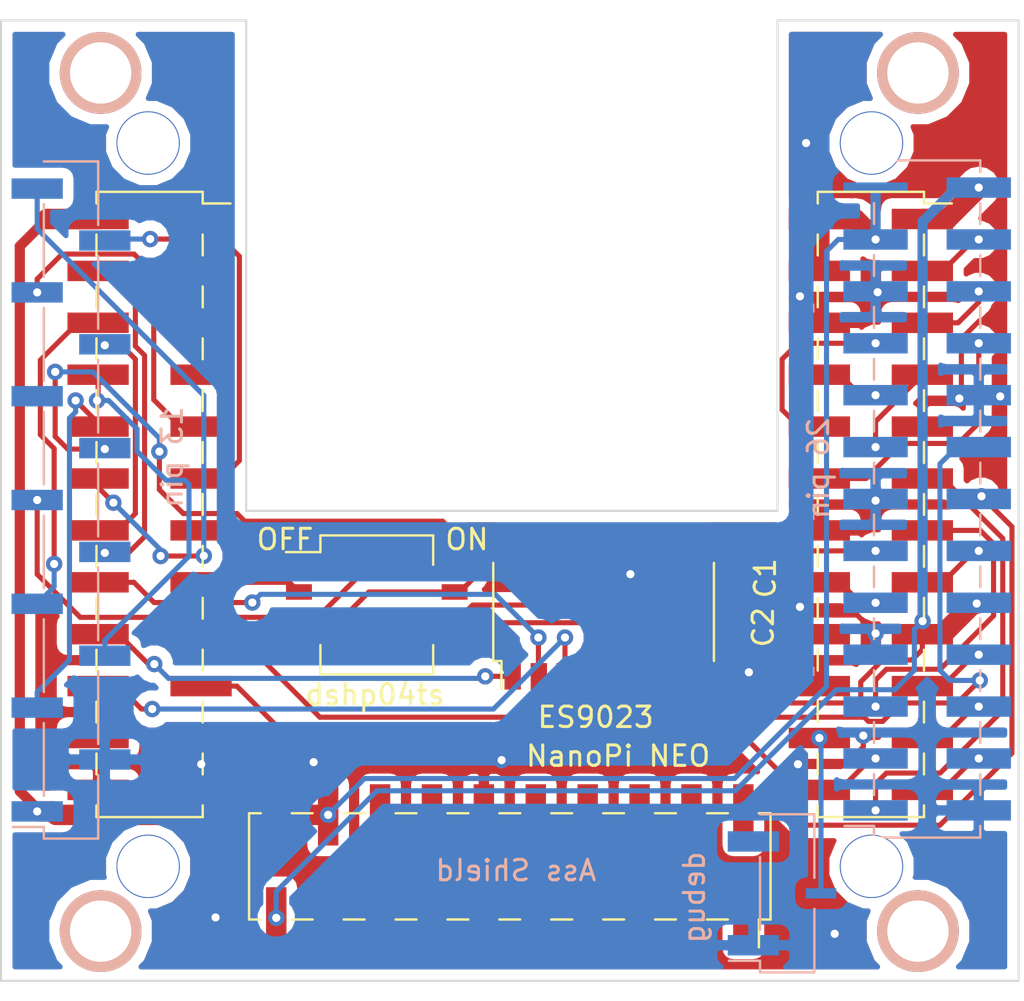
<source format=kicad_pcb>
(kicad_pcb (version 20171130) (host pcbnew 6.0.0-rc1-unknown-15e0771~66~ubuntu16.04.1)

  (general
    (thickness 1.6)
    (drawings 10)
    (tracks 350)
    (zones 0)
    (modules 6)
    (nets 42)
  )

  (page A4)
  (layers
    (0 F.Cu signal)
    (31 B.Cu signal)
    (32 B.Adhes user)
    (33 F.Adhes user)
    (34 B.Paste user)
    (35 F.Paste user)
    (36 B.SilkS user)
    (37 F.SilkS user)
    (38 B.Mask user)
    (39 F.Mask user)
    (40 Dwgs.User user)
    (41 Cmts.User user)
    (42 Eco1.User user)
    (43 Eco2.User user)
    (44 Edge.Cuts user)
    (45 Margin user)
    (46 B.CrtYd user)
    (47 F.CrtYd user)
    (48 B.Fab user)
    (49 F.Fab user)
  )

  (setup
    (last_trace_width 0.25)
    (user_trace_width 0.2)
    (user_trace_width 0.3)
    (user_trace_width 0.4)
    (user_trace_width 0.5)
    (user_trace_width 0.6)
    (user_trace_width 0.7)
    (user_trace_width 0.8)
    (user_trace_width 1)
    (trace_clearance 0.2)
    (zone_clearance 0.508)
    (zone_45_only no)
    (trace_min 0.2)
    (via_size 0.8)
    (via_drill 0.4)
    (via_min_size 0.4)
    (via_min_drill 0.3)
    (uvia_size 0.3)
    (uvia_drill 0.1)
    (uvias_allowed no)
    (uvia_min_size 0.2)
    (uvia_min_drill 0.1)
    (edge_width 0.1)
    (segment_width 0.2)
    (pcb_text_width 0.3)
    (pcb_text_size 1.5 1.5)
    (mod_edge_width 0.15)
    (mod_text_size 1 1)
    (mod_text_width 0.15)
    (pad_size 3.15 0.5)
    (pad_drill 0)
    (pad_to_mask_clearance 0)
    (aux_axis_origin 0 0)
    (visible_elements FFFFFF7F)
    (pcbplotparams
      (layerselection 0x010fc_ffffffff)
      (usegerberextensions false)
      (usegerberattributes false)
      (usegerberadvancedattributes false)
      (creategerberjobfile false)
      (excludeedgelayer true)
      (linewidth 0.100000)
      (plotframeref false)
      (viasonmask false)
      (mode 1)
      (useauxorigin false)
      (hpglpennumber 1)
      (hpglpenspeed 20)
      (hpglpendiameter 15.000000)
      (psnegative false)
      (psa4output false)
      (plotreference true)
      (plotvalue true)
      (plotinvisibletext false)
      (padsonsilk false)
      (subtractmaskfromsilk false)
      (outputformat 1)
      (mirror false)
      (drillshape 1)
      (scaleselection 1)
      (outputdirectory ""))
  )

  (net 0 "")
  (net 1 3,3V)
  (net 2 5V)
  (net 3 SDA)
  (net 4 SCK)
  (net 5 GND)
  (net 6 PA07)
  (net 7 UART1_RX)
  (net 8 UART1_TX)
  (net 9 PA10)
  (net 10 PWM1)
  (net 11 PA02)
  (net 12 PA03)
  (net 13 PA18)
  (net 14 PA19)
  (net 15 SPI1_MOSI)
  (net 16 SPI1_MISO)
  (net 17 RX)
  (net 18 SPI1_CLK)
  (net 19 SPI1_CS)
  (net 20 DP2)
  (net 21 LR)
  (net 22 DM2)
  (net 23 MP)
  (net 24 MBIAS)
  (net 25 LL)
  (net 26 IR)
  (net 27 MN)
  (net 28 UART2_RX)
  (net 29 UART2_TX)
  (net 30 DM3)
  (net 31 DP3)
  (net 32 "Net-(C1-Pad1)")
  (net 33 "Net-(C1-Pad2)")
  (net 34 "Net-(C2-Pad1)")
  (net 35 "Net-(D1-Pad110)")
  (net 36 "Net-(D1-Pad304)")
  (net 37 "Net-(D1-Pad109)")
  (net 38 "Net-(D1-Pad303)")
  (net 39 "Net-(D1-Pad108)")
  (net 40 "Net-(D2-Pad7)")
  (net 41 "Net-(D2-Pad8)")

  (net_class Default "Это класс цепей по умолчанию."
    (clearance 0.2)
    (trace_width 0.25)
    (via_dia 0.8)
    (via_drill 0.4)
    (uvia_dia 0.3)
    (uvia_drill 0.1)
    (add_net 3,3V)
    (add_net 5V)
    (add_net DM2)
    (add_net DM3)
    (add_net DP2)
    (add_net DP3)
    (add_net GND)
    (add_net IR)
    (add_net LL)
    (add_net LR)
    (add_net MBIAS)
    (add_net MN)
    (add_net MP)
    (add_net "Net-(C1-Pad1)")
    (add_net "Net-(C1-Pad2)")
    (add_net "Net-(C2-Pad1)")
    (add_net "Net-(D1-Pad108)")
    (add_net "Net-(D1-Pad109)")
    (add_net "Net-(D1-Pad110)")
    (add_net "Net-(D1-Pad303)")
    (add_net "Net-(D1-Pad304)")
    (add_net "Net-(D2-Pad7)")
    (add_net "Net-(D2-Pad8)")
    (add_net PA02)
    (add_net PA03)
    (add_net PA07)
    (add_net PA10)
    (add_net PA18)
    (add_net PA19)
    (add_net PWM1)
    (add_net RX)
    (add_net SCK)
    (add_net SDA)
    (add_net SPI1_CLK)
    (add_net SPI1_CS)
    (add_net SPI1_MISO)
    (add_net SPI1_MOSI)
    (add_net UART1_RX)
    (add_net UART1_TX)
    (add_net UART2_RX)
    (add_net UART2_TX)
  )

  (module imm:NanoPiNeoAir2 (layer F.Cu) (tedit 5B846BC6) (tstamp 5B842884)
    (at 129.1 72.5 270)
    (path /5B840513)
    (fp_text reference "NanoPi NEO" (at 32.3 14.7) (layer F.SilkS)
      (effects (font (size 1 1) (thickness 0.15)))
    )
    (fp_text value NanoPiNeo (at 19.9 30.8 270) (layer F.Fab)
      (effects (font (size 1 1) (thickness 0.15)))
    )
    (fp_line (start 33.15 33.2) (end 33.15 6.8) (layer F.CrtYd) (width 0.05))
    (fp_line (start 42.2 33.2) (end 33.15 33.2) (layer F.CrtYd) (width 0.05))
    (fp_line (start 42.2 6.8) (end 42.2 33.2) (layer F.CrtYd) (width 0.05))
    (fp_line (start 33.15 6.8) (end 42.2 6.8) (layer F.CrtYd) (width 0.05))
    (fp_line (start 41.62 31.75) (end 40.24 31.75) (layer F.Fab) (width 0.1))
    (fp_line (start 41.62 31.11) (end 41.62 31.75) (layer F.Fab) (width 0.1))
    (fp_line (start 40.24 31.11) (end 41.62 31.11) (layer F.Fab) (width 0.1))
    (fp_line (start 33.78 31.75) (end 33.78 31.11) (layer F.Fab) (width 0.1))
    (fp_line (start 35.16 31.75) (end 33.78 31.75) (layer F.Fab) (width 0.1))
    (fp_line (start 33.78 31.11) (end 35.16 31.11) (layer F.Fab) (width 0.1))
    (fp_line (start 41.62 29.21) (end 40.24 29.21) (layer F.Fab) (width 0.1))
    (fp_line (start 41.62 28.57) (end 41.62 29.21) (layer F.Fab) (width 0.1))
    (fp_line (start 40.24 28.57) (end 41.62 28.57) (layer F.Fab) (width 0.1))
    (fp_line (start 33.78 29.21) (end 33.78 28.57) (layer F.Fab) (width 0.1))
    (fp_line (start 35.16 29.21) (end 33.78 29.21) (layer F.Fab) (width 0.1))
    (fp_line (start 33.78 28.57) (end 35.16 28.57) (layer F.Fab) (width 0.1))
    (fp_line (start 41.62 26.67) (end 40.24 26.67) (layer F.Fab) (width 0.1))
    (fp_line (start 41.62 26.03) (end 41.62 26.67) (layer F.Fab) (width 0.1))
    (fp_line (start 40.24 26.03) (end 41.62 26.03) (layer F.Fab) (width 0.1))
    (fp_line (start 33.78 26.67) (end 33.78 26.03) (layer F.Fab) (width 0.1))
    (fp_line (start 35.16 26.67) (end 33.78 26.67) (layer F.Fab) (width 0.1))
    (fp_line (start 33.78 26.03) (end 35.16 26.03) (layer F.Fab) (width 0.1))
    (fp_line (start 41.62 24.13) (end 40.24 24.13) (layer F.Fab) (width 0.1))
    (fp_line (start 41.62 23.49) (end 41.62 24.13) (layer F.Fab) (width 0.1))
    (fp_line (start 40.24 23.49) (end 41.62 23.49) (layer F.Fab) (width 0.1))
    (fp_line (start 33.78 24.13) (end 33.78 23.49) (layer F.Fab) (width 0.1))
    (fp_line (start 35.16 24.13) (end 33.78 24.13) (layer F.Fab) (width 0.1))
    (fp_line (start 33.78 23.49) (end 35.16 23.49) (layer F.Fab) (width 0.1))
    (fp_line (start 41.62 21.59) (end 40.24 21.59) (layer F.Fab) (width 0.1))
    (fp_line (start 41.62 20.95) (end 41.62 21.59) (layer F.Fab) (width 0.1))
    (fp_line (start 40.24 20.95) (end 41.62 20.95) (layer F.Fab) (width 0.1))
    (fp_line (start 33.78 21.59) (end 33.78 20.95) (layer F.Fab) (width 0.1))
    (fp_line (start 35.16 21.59) (end 33.78 21.59) (layer F.Fab) (width 0.1))
    (fp_line (start 33.78 20.95) (end 35.16 20.95) (layer F.Fab) (width 0.1))
    (fp_line (start 41.62 19.05) (end 40.24 19.05) (layer F.Fab) (width 0.1))
    (fp_line (start 41.62 18.41) (end 41.62 19.05) (layer F.Fab) (width 0.1))
    (fp_line (start 40.24 18.41) (end 41.62 18.41) (layer F.Fab) (width 0.1))
    (fp_line (start 33.78 19.05) (end 33.78 18.41) (layer F.Fab) (width 0.1))
    (fp_line (start 35.16 19.05) (end 33.78 19.05) (layer F.Fab) (width 0.1))
    (fp_line (start 33.78 18.41) (end 35.16 18.41) (layer F.Fab) (width 0.1))
    (fp_line (start 41.62 16.51) (end 40.24 16.51) (layer F.Fab) (width 0.1))
    (fp_line (start 41.62 15.87) (end 41.62 16.51) (layer F.Fab) (width 0.1))
    (fp_line (start 40.24 15.87) (end 41.62 15.87) (layer F.Fab) (width 0.1))
    (fp_line (start 33.78 16.51) (end 33.78 15.87) (layer F.Fab) (width 0.1))
    (fp_line (start 35.16 16.51) (end 33.78 16.51) (layer F.Fab) (width 0.1))
    (fp_line (start 33.78 15.87) (end 35.16 15.87) (layer F.Fab) (width 0.1))
    (fp_line (start 41.62 13.97) (end 40.24 13.97) (layer F.Fab) (width 0.1))
    (fp_line (start 41.62 13.33) (end 41.62 13.97) (layer F.Fab) (width 0.1))
    (fp_line (start 40.24 13.33) (end 41.62 13.33) (layer F.Fab) (width 0.1))
    (fp_line (start 33.78 13.97) (end 33.78 13.33) (layer F.Fab) (width 0.1))
    (fp_line (start 35.16 13.97) (end 33.78 13.97) (layer F.Fab) (width 0.1))
    (fp_line (start 33.78 13.33) (end 35.16 13.33) (layer F.Fab) (width 0.1))
    (fp_line (start 41.62 11.43) (end 40.24 11.43) (layer F.Fab) (width 0.1))
    (fp_line (start 41.62 10.79) (end 41.62 11.43) (layer F.Fab) (width 0.1))
    (fp_line (start 40.24 10.79) (end 41.62 10.79) (layer F.Fab) (width 0.1))
    (fp_line (start 33.78 11.43) (end 33.78 10.79) (layer F.Fab) (width 0.1))
    (fp_line (start 35.16 11.43) (end 33.78 11.43) (layer F.Fab) (width 0.1))
    (fp_line (start 33.78 10.79) (end 35.16 10.79) (layer F.Fab) (width 0.1))
    (fp_line (start 41.62 8.89) (end 40.24 8.89) (layer F.Fab) (width 0.1))
    (fp_line (start 41.62 8.25) (end 41.62 8.89) (layer F.Fab) (width 0.1))
    (fp_line (start 40.24 8.25) (end 41.62 8.25) (layer F.Fab) (width 0.1))
    (fp_line (start 33.78 8.89) (end 33.78 8.25) (layer F.Fab) (width 0.1))
    (fp_line (start 35.16 8.89) (end 33.78 8.89) (layer F.Fab) (width 0.1))
    (fp_line (start 33.78 8.25) (end 35.16 8.25) (layer F.Fab) (width 0.1))
    (fp_line (start 35.16 32.7) (end 35.16 7.3) (layer F.Fab) (width 0.1))
    (fp_line (start 40.24 32.7) (end 35.16 32.7) (layer F.Fab) (width 0.1))
    (fp_line (start 40.24 8.3) (end 40.24 32.7) (layer F.Fab) (width 0.1))
    (fp_line (start 39.24 7.3) (end 40.24 8.3) (layer F.Fab) (width 0.1))
    (fp_line (start 35.16 7.3) (end 39.24 7.3) (layer F.Fab) (width 0.1))
    (fp_line (start 40.3 7.81) (end 41.66 7.81) (layer F.SilkS) (width 0.12))
    (fp_line (start 35.1 32.19) (end 35.1 32.76) (layer F.SilkS) (width 0.12))
    (fp_line (start 35.1 29.65) (end 35.1 30.67) (layer F.SilkS) (width 0.12))
    (fp_line (start 35.1 27.11) (end 35.1 28.13) (layer F.SilkS) (width 0.12))
    (fp_line (start 35.1 24.57) (end 35.1 25.59) (layer F.SilkS) (width 0.12))
    (fp_line (start 35.1 22.03) (end 35.1 23.05) (layer F.SilkS) (width 0.12))
    (fp_line (start 35.1 19.49) (end 35.1 20.51) (layer F.SilkS) (width 0.12))
    (fp_line (start 35.1 16.95) (end 35.1 17.97) (layer F.SilkS) (width 0.12))
    (fp_line (start 35.1 14.41) (end 35.1 15.43) (layer F.SilkS) (width 0.12))
    (fp_line (start 35.1 11.87) (end 35.1 12.89) (layer F.SilkS) (width 0.12))
    (fp_line (start 35.1 9.33) (end 35.1 10.35) (layer F.SilkS) (width 0.12))
    (fp_line (start 35.1 7.24) (end 35.1 7.81) (layer F.SilkS) (width 0.12))
    (fp_line (start 35.1 32.76) (end 40.3 32.76) (layer F.SilkS) (width 0.12))
    (fp_line (start 40.3 32.19) (end 40.3 32.76) (layer F.SilkS) (width 0.12))
    (fp_line (start 40.3 29.65) (end 40.3 30.67) (layer F.SilkS) (width 0.12))
    (fp_line (start 40.3 27.11) (end 40.3 28.13) (layer F.SilkS) (width 0.12))
    (fp_line (start 40.3 24.57) (end 40.3 25.59) (layer F.SilkS) (width 0.12))
    (fp_line (start 40.3 22.03) (end 40.3 23.05) (layer F.SilkS) (width 0.12))
    (fp_line (start 40.3 19.49) (end 40.3 20.51) (layer F.SilkS) (width 0.12))
    (fp_line (start 40.3 16.95) (end 40.3 17.97) (layer F.SilkS) (width 0.12))
    (fp_line (start 40.3 14.41) (end 40.3 15.43) (layer F.SilkS) (width 0.12))
    (fp_line (start 40.3 11.87) (end 40.3 12.89) (layer F.SilkS) (width 0.12))
    (fp_line (start 40.3 9.33) (end 40.3 10.35) (layer F.SilkS) (width 0.12))
    (fp_line (start 40.3 7.24) (end 40.3 7.81) (layer F.SilkS) (width 0.12))
    (fp_line (start 35.1 7.24) (end 40.3 7.24) (layer F.SilkS) (width 0.12))
    (fp_line (start 9.317811 35.029877) (end 10.337811 35.029877) (layer F.SilkS) (width 0.12))
    (fp_line (start 11.857811 35.029877) (end 12.877811 35.029877) (layer F.SilkS) (width 0.12))
    (fp_line (start 14.397811 35.029877) (end 15.417811 35.029877) (layer F.SilkS) (width 0.12))
    (fp_line (start 16.937811 35.029877) (end 17.957811 35.029877) (layer F.SilkS) (width 0.12))
    (fp_line (start 19.477811 35.029877) (end 20.497811 35.029877) (layer F.SilkS) (width 0.12))
    (fp_line (start 22.017811 35.029877) (end 23.037811 35.029877) (layer F.SilkS) (width 0.12))
    (fp_line (start 24.557811 35.029877) (end 25.577811 35.029877) (layer F.SilkS) (width 0.12))
    (fp_line (start 27.097811 35.029877) (end 28.117811 35.029877) (layer F.SilkS) (width 0.12))
    (fp_line (start 29.637811 35.029877) (end 30.657811 35.029877) (layer F.SilkS) (width 0.12))
    (fp_line (start 32.177811 35.029877) (end 33.197811 35.029877) (layer F.SilkS) (width 0.12))
    (fp_line (start 34.717811 35.029877) (end 35.287811 35.029877) (layer F.SilkS) (width 0.12))
    (fp_line (start 35.287811 40.229877) (end 35.287811 35.029877) (layer F.SilkS) (width 0.12))
    (fp_line (start 4.687811 40.229877) (end 5.257811 40.229877) (layer F.SilkS) (width 0.12))
    (fp_line (start 6.777811 40.229877) (end 7.797811 40.229877) (layer F.SilkS) (width 0.12))
    (fp_line (start 9.317811 40.229877) (end 10.337811 40.229877) (layer F.SilkS) (width 0.12))
    (fp_line (start 14.397811 40.229877) (end 15.417811 40.229877) (layer F.SilkS) (width 0.12))
    (fp_line (start 16.937811 40.229877) (end 17.957811 40.229877) (layer F.SilkS) (width 0.12))
    (fp_line (start 19.477811 40.229877) (end 20.497811 40.229877) (layer F.SilkS) (width 0.12))
    (fp_line (start 11.857811 40.229877) (end 12.877811 40.229877) (layer F.SilkS) (width 0.12))
    (fp_line (start 5.697811 41.549877) (end 5.697811 40.169877) (layer F.Fab) (width 0.1))
    (fp_line (start 6.337811 40.169877) (end 6.337811 41.549877) (layer F.Fab) (width 0.1))
    (fp_line (start 6.337811 41.549877) (end 5.697811 41.549877) (layer F.Fab) (width 0.1))
    (fp_line (start 5.697811 35.089877) (end 5.697811 33.709877) (layer F.Fab) (width 0.1))
    (fp_line (start 5.697811 33.709877) (end 6.337811 33.709877) (layer F.Fab) (width 0.1))
    (fp_line (start 6.337811 33.709877) (end 6.337811 35.089877) (layer F.Fab) (width 0.1))
    (fp_line (start 8.237811 41.549877) (end 8.237811 40.169877) (layer F.Fab) (width 0.1))
    (fp_line (start 8.237811 33.709877) (end 8.877811 33.709877) (layer F.Fab) (width 0.1))
    (fp_line (start 35.737811 42.179877) (end 4.237811 42.179877) (layer F.CrtYd) (width 0.05))
    (fp_line (start 35.737811 33.129877) (end 35.737811 42.179877) (layer F.CrtYd) (width 0.05))
    (fp_line (start 4.237811 33.129877) (end 35.737811 33.129877) (layer F.CrtYd) (width 0.05))
    (fp_line (start 4.237811 42.179877) (end 4.237811 33.129877) (layer F.CrtYd) (width 0.05))
    (fp_line (start 34.277811 33.709877) (end 34.277811 35.089877) (layer F.Fab) (width 0.1))
    (fp_line (start 33.637811 33.709877) (end 34.277811 33.709877) (layer F.Fab) (width 0.1))
    (fp_line (start 33.637811 35.089877) (end 33.637811 33.709877) (layer F.Fab) (width 0.1))
    (fp_line (start 34.277811 41.549877) (end 33.637811 41.549877) (layer F.Fab) (width 0.1))
    (fp_line (start 34.277811 40.169877) (end 34.277811 41.549877) (layer F.Fab) (width 0.1))
    (fp_line (start 33.637811 41.549877) (end 33.637811 40.169877) (layer F.Fab) (width 0.1))
    (fp_line (start 31.737811 33.709877) (end 31.737811 35.089877) (layer F.Fab) (width 0.1))
    (fp_line (start 31.097811 33.709877) (end 31.737811 33.709877) (layer F.Fab) (width 0.1))
    (fp_line (start 31.097811 35.089877) (end 31.097811 33.709877) (layer F.Fab) (width 0.1))
    (fp_line (start 31.737811 41.549877) (end 31.097811 41.549877) (layer F.Fab) (width 0.1))
    (fp_line (start 31.737811 40.169877) (end 31.737811 41.549877) (layer F.Fab) (width 0.1))
    (fp_line (start 31.097811 41.549877) (end 31.097811 40.169877) (layer F.Fab) (width 0.1))
    (fp_line (start 29.197811 33.709877) (end 29.197811 35.089877) (layer F.Fab) (width 0.1))
    (fp_line (start 28.557811 33.709877) (end 29.197811 33.709877) (layer F.Fab) (width 0.1))
    (fp_line (start 28.557811 35.089877) (end 28.557811 33.709877) (layer F.Fab) (width 0.1))
    (fp_line (start 29.197811 41.549877) (end 28.557811 41.549877) (layer F.Fab) (width 0.1))
    (fp_line (start 29.197811 40.169877) (end 29.197811 41.549877) (layer F.Fab) (width 0.1))
    (fp_line (start 28.557811 41.549877) (end 28.557811 40.169877) (layer F.Fab) (width 0.1))
    (fp_line (start 26.657811 33.709877) (end 26.657811 35.089877) (layer F.Fab) (width 0.1))
    (fp_line (start 26.017811 33.709877) (end 26.657811 33.709877) (layer F.Fab) (width 0.1))
    (fp_line (start 26.017811 35.089877) (end 26.017811 33.709877) (layer F.Fab) (width 0.1))
    (fp_line (start 26.657811 41.549877) (end 26.017811 41.549877) (layer F.Fab) (width 0.1))
    (fp_line (start 26.657811 40.169877) (end 26.657811 41.549877) (layer F.Fab) (width 0.1))
    (fp_line (start 26.017811 41.549877) (end 26.017811 40.169877) (layer F.Fab) (width 0.1))
    (fp_line (start 24.117811 33.709877) (end 24.117811 35.089877) (layer F.Fab) (width 0.1))
    (fp_line (start 23.477811 33.709877) (end 24.117811 33.709877) (layer F.Fab) (width 0.1))
    (fp_line (start 23.477811 35.089877) (end 23.477811 33.709877) (layer F.Fab) (width 0.1))
    (fp_line (start 24.117811 41.549877) (end 23.477811 41.549877) (layer F.Fab) (width 0.1))
    (fp_line (start 24.117811 40.169877) (end 24.117811 41.549877) (layer F.Fab) (width 0.1))
    (fp_line (start 35.227811 35.089877) (end 35.227811 40.169877) (layer F.Fab) (width 0.1))
    (fp_line (start 5.747811 35.089877) (end 35.227811 35.089877) (layer F.Fab) (width 0.1))
    (fp_line (start 8.877811 33.709877) (end 8.877811 35.089877) (layer F.Fab) (width 0.1))
    (fp_line (start 4.687811 40.229877) (end 4.687811 35.029877) (layer F.SilkS) (width 0.12))
    (fp_line (start 4.687811 35.029877) (end 5.257811 35.029877) (layer F.SilkS) (width 0.12))
    (fp_line (start 6.777811 35.029877) (end 7.797811 35.029877) (layer F.SilkS) (width 0.12))
    (fp_line (start 20.937811 35.089877) (end 20.937811 33.709877) (layer F.Fab) (width 0.1))
    (fp_line (start 21.577811 41.549877) (end 20.937811 41.549877) (layer F.Fab) (width 0.1))
    (fp_line (start 21.577811 40.169877) (end 21.577811 41.549877) (layer F.Fab) (width 0.1))
    (fp_line (start 20.937811 41.549877) (end 20.937811 40.169877) (layer F.Fab) (width 0.1))
    (fp_line (start 19.037811 33.709877) (end 19.037811 35.089877) (layer F.Fab) (width 0.1))
    (fp_line (start 18.397811 33.709877) (end 19.037811 33.709877) (layer F.Fab) (width 0.1))
    (fp_line (start 18.397811 35.089877) (end 18.397811 33.709877) (layer F.Fab) (width 0.1))
    (fp_line (start 19.037811 41.549877) (end 18.397811 41.549877) (layer F.Fab) (width 0.1))
    (fp_line (start 13.317811 33.709877) (end 13.957811 33.709877) (layer F.Fab) (width 0.1))
    (fp_line (start 13.317811 35.089877) (end 13.317811 33.709877) (layer F.Fab) (width 0.1))
    (fp_line (start 13.957811 41.549877) (end 13.317811 41.549877) (layer F.Fab) (width 0.1))
    (fp_line (start 13.957811 40.169877) (end 13.957811 41.549877) (layer F.Fab) (width 0.1))
    (fp_line (start 13.317811 41.549877) (end 13.317811 40.169877) (layer F.Fab) (width 0.1))
    (fp_line (start 11.417811 33.709877) (end 11.417811 35.089877) (layer F.Fab) (width 0.1))
    (fp_line (start 34.717811 40.229877) (end 35.287811 40.229877) (layer F.SilkS) (width 0.12))
    (fp_line (start 5.257811 35.029877) (end 5.257811 33.669877) (layer F.SilkS) (width 0.12))
    (fp_line (start 22.017811 40.229877) (end 23.037811 40.229877) (layer F.SilkS) (width 0.12))
    (fp_line (start 24.557811 40.229877) (end 25.577811 40.229877) (layer F.SilkS) (width 0.12))
    (fp_line (start 35.227811 40.169877) (end 4.747811 40.169877) (layer F.Fab) (width 0.1))
    (fp_line (start 27.097811 40.229877) (end 28.117811 40.229877) (layer F.SilkS) (width 0.12))
    (fp_line (start 10.777811 41.549877) (end 10.777811 40.169877) (layer F.Fab) (width 0.1))
    (fp_line (start 8.877811 41.549877) (end 8.237811 41.549877) (layer F.Fab) (width 0.1))
    (fp_line (start 8.877811 40.169877) (end 8.877811 41.549877) (layer F.Fab) (width 0.1))
    (fp_line (start 8.237811 35.089877) (end 8.237811 33.709877) (layer F.Fab) (width 0.1))
    (fp_line (start 4.747811 36.089877) (end 5.747811 35.089877) (layer F.Fab) (width 0.1))
    (fp_line (start 29.637811 40.229877) (end 30.657811 40.229877) (layer F.SilkS) (width 0.12))
    (fp_line (start 4.747811 40.169877) (end 4.747811 36.089877) (layer F.Fab) (width 0.1))
    (fp_line (start 10.777811 33.709877) (end 11.417811 33.709877) (layer F.Fab) (width 0.1))
    (fp_line (start 10.777811 35.089877) (end 10.777811 33.709877) (layer F.Fab) (width 0.1))
    (fp_line (start 11.417811 41.549877) (end 10.777811 41.549877) (layer F.Fab) (width 0.1))
    (fp_line (start 32.177811 40.229877) (end 33.197811 40.229877) (layer F.SilkS) (width 0.12))
    (fp_line (start 11.417811 40.169877) (end 11.417811 41.549877) (layer F.Fab) (width 0.1))
    (fp_line (start 19.037811 40.169877) (end 19.037811 41.549877) (layer F.Fab) (width 0.1))
    (fp_line (start 18.397811 41.549877) (end 18.397811 40.169877) (layer F.Fab) (width 0.1))
    (fp_line (start 16.497811 33.709877) (end 16.497811 35.089877) (layer F.Fab) (width 0.1))
    (fp_line (start 15.857811 33.709877) (end 16.497811 33.709877) (layer F.Fab) (width 0.1))
    (fp_line (start 15.857811 35.089877) (end 15.857811 33.709877) (layer F.Fab) (width 0.1))
    (fp_line (start 16.497811 41.549877) (end 15.857811 41.549877) (layer F.Fab) (width 0.1))
    (fp_line (start 16.497811 40.169877) (end 16.497811 41.549877) (layer F.Fab) (width 0.1))
    (fp_line (start 15.857811 41.549877) (end 15.857811 40.169877) (layer F.Fab) (width 0.1))
    (fp_line (start 13.957811 33.709877) (end 13.957811 35.089877) (layer F.Fab) (width 0.1))
    (fp_line (start 23.477811 41.549877) (end 23.477811 40.169877) (layer F.Fab) (width 0.1))
    (fp_line (start 21.577811 33.709877) (end 21.577811 35.089877) (layer F.Fab) (width 0.1))
    (fp_line (start 20.937811 33.709877) (end 21.577811 33.709877) (layer F.Fab) (width 0.1))
    (fp_line (start 35.227811 -0.210123) (end 35.227811 4.869877) (layer F.Fab) (width 0.1))
    (fp_line (start 5.747811 -0.210123) (end 35.227811 -0.210123) (layer F.Fab) (width 0.1))
    (fp_line (start 8.877811 -1.590123) (end 8.877811 -0.210123) (layer F.Fab) (width 0.1))
    (fp_line (start 4.687811 4.929877) (end 4.687811 -0.270123) (layer F.SilkS) (width 0.12))
    (fp_line (start 4.687811 -0.270123) (end 5.257811 -0.270123) (layer F.SilkS) (width 0.12))
    (fp_line (start 6.777811 -0.270123) (end 7.797811 -0.270123) (layer F.SilkS) (width 0.12))
    (fp_line (start 9.317811 -0.270123) (end 10.337811 -0.270123) (layer F.SilkS) (width 0.12))
    (fp_line (start 11.857811 -0.270123) (end 12.877811 -0.270123) (layer F.SilkS) (width 0.12))
    (fp_line (start 14.397811 -0.270123) (end 15.417811 -0.270123) (layer F.SilkS) (width 0.12))
    (fp_line (start 16.937811 -0.270123) (end 17.957811 -0.270123) (layer F.SilkS) (width 0.12))
    (fp_line (start 19.477811 -0.270123) (end 20.497811 -0.270123) (layer F.SilkS) (width 0.12))
    (fp_line (start 22.017811 -0.270123) (end 23.037811 -0.270123) (layer F.SilkS) (width 0.12))
    (fp_line (start 24.557811 -0.270123) (end 25.577811 -0.270123) (layer F.SilkS) (width 0.12))
    (fp_line (start 27.097811 -0.270123) (end 28.117811 -0.270123) (layer F.SilkS) (width 0.12))
    (fp_line (start 29.637811 -0.270123) (end 30.657811 -0.270123) (layer F.SilkS) (width 0.12))
    (fp_line (start 32.177811 -0.270123) (end 33.197811 -0.270123) (layer F.SilkS) (width 0.12))
    (fp_line (start 34.717811 -0.270123) (end 35.287811 -0.270123) (layer F.SilkS) (width 0.12))
    (fp_line (start 35.287811 4.929877) (end 35.287811 -0.270123) (layer F.SilkS) (width 0.12))
    (fp_line (start 4.687811 4.929877) (end 5.257811 4.929877) (layer F.SilkS) (width 0.12))
    (fp_line (start 6.777811 4.929877) (end 7.797811 4.929877) (layer F.SilkS) (width 0.12))
    (fp_line (start 9.317811 4.929877) (end 10.337811 4.929877) (layer F.SilkS) (width 0.12))
    (fp_line (start 14.397811 4.929877) (end 15.417811 4.929877) (layer F.SilkS) (width 0.12))
    (fp_line (start 16.937811 4.929877) (end 17.957811 4.929877) (layer F.SilkS) (width 0.12))
    (fp_line (start 19.477811 4.929877) (end 20.497811 4.929877) (layer F.SilkS) (width 0.12))
    (fp_line (start 11.857811 4.929877) (end 12.877811 4.929877) (layer F.SilkS) (width 0.12))
    (fp_line (start 5.697811 6.249877) (end 5.697811 4.869877) (layer F.Fab) (width 0.1))
    (fp_line (start 6.337811 4.869877) (end 6.337811 6.249877) (layer F.Fab) (width 0.1))
    (fp_line (start 6.337811 6.249877) (end 5.697811 6.249877) (layer F.Fab) (width 0.1))
    (fp_line (start 5.697811 -0.210123) (end 5.697811 -1.590123) (layer F.Fab) (width 0.1))
    (fp_line (start 5.697811 -1.590123) (end 6.337811 -1.590123) (layer F.Fab) (width 0.1))
    (fp_line (start 6.337811 -1.590123) (end 6.337811 -0.210123) (layer F.Fab) (width 0.1))
    (fp_line (start 8.237811 6.249877) (end 8.237811 4.869877) (layer F.Fab) (width 0.1))
    (fp_line (start 8.237811 -1.590123) (end 8.877811 -1.590123) (layer F.Fab) (width 0.1))
    (fp_line (start 35.737811 6.879877) (end 4.237811 6.879877) (layer F.CrtYd) (width 0.05))
    (fp_line (start 35.737811 -2.170123) (end 35.737811 6.879877) (layer F.CrtYd) (width 0.05))
    (fp_line (start 4.237811 -2.170123) (end 35.737811 -2.170123) (layer F.CrtYd) (width 0.05))
    (fp_line (start 4.237811 6.879877) (end 4.237811 -2.170123) (layer F.CrtYd) (width 0.05))
    (fp_line (start 34.277811 -1.590123) (end 34.277811 -0.210123) (layer F.Fab) (width 0.1))
    (fp_line (start 33.637811 -1.590123) (end 34.277811 -1.590123) (layer F.Fab) (width 0.1))
    (fp_line (start 33.637811 -0.210123) (end 33.637811 -1.590123) (layer F.Fab) (width 0.1))
    (fp_line (start 34.277811 6.249877) (end 33.637811 6.249877) (layer F.Fab) (width 0.1))
    (fp_line (start 34.277811 4.869877) (end 34.277811 6.249877) (layer F.Fab) (width 0.1))
    (fp_line (start 33.637811 6.249877) (end 33.637811 4.869877) (layer F.Fab) (width 0.1))
    (fp_line (start 31.737811 -1.590123) (end 31.737811 -0.210123) (layer F.Fab) (width 0.1))
    (fp_line (start 31.097811 -1.590123) (end 31.737811 -1.590123) (layer F.Fab) (width 0.1))
    (fp_line (start 31.097811 -0.210123) (end 31.097811 -1.590123) (layer F.Fab) (width 0.1))
    (fp_line (start 31.737811 6.249877) (end 31.097811 6.249877) (layer F.Fab) (width 0.1))
    (fp_line (start 31.737811 4.869877) (end 31.737811 6.249877) (layer F.Fab) (width 0.1))
    (fp_line (start 31.097811 6.249877) (end 31.097811 4.869877) (layer F.Fab) (width 0.1))
    (fp_line (start 29.197811 -1.590123) (end 29.197811 -0.210123) (layer F.Fab) (width 0.1))
    (fp_line (start 28.557811 -1.590123) (end 29.197811 -1.590123) (layer F.Fab) (width 0.1))
    (fp_line (start 28.557811 -0.210123) (end 28.557811 -1.590123) (layer F.Fab) (width 0.1))
    (fp_line (start 29.197811 6.249877) (end 28.557811 6.249877) (layer F.Fab) (width 0.1))
    (fp_line (start 29.197811 4.869877) (end 29.197811 6.249877) (layer F.Fab) (width 0.1))
    (fp_line (start 28.557811 6.249877) (end 28.557811 4.869877) (layer F.Fab) (width 0.1))
    (fp_line (start 26.657811 -1.590123) (end 26.657811 -0.210123) (layer F.Fab) (width 0.1))
    (fp_line (start 26.017811 -1.590123) (end 26.657811 -1.590123) (layer F.Fab) (width 0.1))
    (fp_line (start 26.017811 -0.210123) (end 26.017811 -1.590123) (layer F.Fab) (width 0.1))
    (fp_line (start 26.657811 6.249877) (end 26.017811 6.249877) (layer F.Fab) (width 0.1))
    (fp_line (start 26.657811 4.869877) (end 26.657811 6.249877) (layer F.Fab) (width 0.1))
    (fp_line (start 26.017811 6.249877) (end 26.017811 4.869877) (layer F.Fab) (width 0.1))
    (fp_line (start 24.117811 -1.590123) (end 24.117811 -0.210123) (layer F.Fab) (width 0.1))
    (fp_line (start 23.477811 -1.590123) (end 24.117811 -1.590123) (layer F.Fab) (width 0.1))
    (fp_line (start 23.477811 -0.210123) (end 23.477811 -1.590123) (layer F.Fab) (width 0.1))
    (fp_line (start 24.117811 6.249877) (end 23.477811 6.249877) (layer F.Fab) (width 0.1))
    (fp_line (start 24.117811 4.869877) (end 24.117811 6.249877) (layer F.Fab) (width 0.1))
    (fp_line (start 23.477811 6.249877) (end 23.477811 4.869877) (layer F.Fab) (width 0.1))
    (fp_line (start 21.577811 -1.590123) (end 21.577811 -0.210123) (layer F.Fab) (width 0.1))
    (fp_line (start 20.937811 -1.590123) (end 21.577811 -1.590123) (layer F.Fab) (width 0.1))
    (fp_line (start 20.937811 -0.210123) (end 20.937811 -1.590123) (layer F.Fab) (width 0.1))
    (fp_line (start 21.577811 6.249877) (end 20.937811 6.249877) (layer F.Fab) (width 0.1))
    (fp_line (start 21.577811 4.869877) (end 21.577811 6.249877) (layer F.Fab) (width 0.1))
    (fp_line (start 20.937811 6.249877) (end 20.937811 4.869877) (layer F.Fab) (width 0.1))
    (fp_line (start 19.037811 -1.590123) (end 19.037811 -0.210123) (layer F.Fab) (width 0.1))
    (fp_line (start 18.397811 -1.590123) (end 19.037811 -1.590123) (layer F.Fab) (width 0.1))
    (fp_line (start 18.397811 -0.210123) (end 18.397811 -1.590123) (layer F.Fab) (width 0.1))
    (fp_line (start 19.037811 6.249877) (end 18.397811 6.249877) (layer F.Fab) (width 0.1))
    (fp_line (start 13.317811 -1.590123) (end 13.957811 -1.590123) (layer F.Fab) (width 0.1))
    (fp_line (start 13.317811 -0.210123) (end 13.317811 -1.590123) (layer F.Fab) (width 0.1))
    (fp_line (start 13.957811 6.249877) (end 13.317811 6.249877) (layer F.Fab) (width 0.1))
    (fp_line (start 13.957811 4.869877) (end 13.957811 6.249877) (layer F.Fab) (width 0.1))
    (fp_line (start 13.317811 6.249877) (end 13.317811 4.869877) (layer F.Fab) (width 0.1))
    (fp_line (start 11.417811 -1.590123) (end 11.417811 -0.210123) (layer F.Fab) (width 0.1))
    (fp_line (start 34.717811 4.929877) (end 35.287811 4.929877) (layer F.SilkS) (width 0.12))
    (fp_line (start 5.257811 -0.270123) (end 5.257811 -1.630123) (layer F.SilkS) (width 0.12))
    (fp_line (start 22.017811 4.929877) (end 23.037811 4.929877) (layer F.SilkS) (width 0.12))
    (fp_line (start 24.557811 4.929877) (end 25.577811 4.929877) (layer F.SilkS) (width 0.12))
    (fp_line (start 35.227811 4.869877) (end 4.747811 4.869877) (layer F.Fab) (width 0.1))
    (fp_line (start 27.097811 4.929877) (end 28.117811 4.929877) (layer F.SilkS) (width 0.12))
    (fp_line (start 10.777811 6.249877) (end 10.777811 4.869877) (layer F.Fab) (width 0.1))
    (fp_line (start 8.877811 6.249877) (end 8.237811 6.249877) (layer F.Fab) (width 0.1))
    (fp_line (start 8.877811 4.869877) (end 8.877811 6.249877) (layer F.Fab) (width 0.1))
    (fp_line (start 8.237811 -0.210123) (end 8.237811 -1.590123) (layer F.Fab) (width 0.1))
    (fp_line (start 4.747811 0.789877) (end 5.747811 -0.210123) (layer F.Fab) (width 0.1))
    (fp_line (start 29.637811 4.929877) (end 30.657811 4.929877) (layer F.SilkS) (width 0.12))
    (fp_line (start 4.747811 4.869877) (end 4.747811 0.789877) (layer F.Fab) (width 0.1))
    (fp_line (start 10.777811 -1.590123) (end 11.417811 -1.590123) (layer F.Fab) (width 0.1))
    (fp_line (start 10.777811 -0.210123) (end 10.777811 -1.590123) (layer F.Fab) (width 0.1))
    (fp_line (start 11.417811 6.249877) (end 10.777811 6.249877) (layer F.Fab) (width 0.1))
    (fp_line (start 32.177811 4.929877) (end 33.197811 4.929877) (layer F.SilkS) (width 0.12))
    (fp_line (start 11.417811 4.869877) (end 11.417811 6.249877) (layer F.Fab) (width 0.1))
    (fp_line (start 19.037811 4.869877) (end 19.037811 6.249877) (layer F.Fab) (width 0.1))
    (fp_line (start 18.397811 6.249877) (end 18.397811 4.869877) (layer F.Fab) (width 0.1))
    (fp_line (start 16.497811 -1.590123) (end 16.497811 -0.210123) (layer F.Fab) (width 0.1))
    (fp_line (start 15.857811 -1.590123) (end 16.497811 -1.590123) (layer F.Fab) (width 0.1))
    (fp_line (start 15.857811 -0.210123) (end 15.857811 -1.590123) (layer F.Fab) (width 0.1))
    (fp_line (start 16.497811 6.249877) (end 15.857811 6.249877) (layer F.Fab) (width 0.1))
    (fp_line (start 16.497811 4.869877) (end 16.497811 6.249877) (layer F.Fab) (width 0.1))
    (fp_line (start 15.857811 6.249877) (end 15.857811 4.869877) (layer F.Fab) (width 0.1))
    (fp_line (start 13.957811 -1.590123) (end 13.957811 -0.210123) (layer F.Fab) (width 0.1))
    (pad 501 smd rect (at 40.22 31.43 270) (size 3 1) (layers F.Cu F.Paste F.Mask)
      (net 1 3,3V))
    (pad 502 smd rect (at 35.18 31.43 270) (size 3 1) (layers F.Cu F.Paste F.Mask)
      (net 2 5V))
    (pad 509 smd rect (at 40.22 21.27 270) (size 3 1) (layers F.Cu F.Paste F.Mask)
      (net 5 GND))
    (pad 513 smd rect (at 40.22 16.19 270) (size 3 1) (layers F.Cu F.Paste F.Mask))
    (pad 511 smd rect (at 40.22 18.73 270) (size 3 1) (layers F.Cu F.Paste F.Mask))
    (pad 507 smd rect (at 40.22 23.81 270) (size 3 1) (layers F.Cu F.Paste F.Mask))
    (pad 515 smd rect (at 40.22 13.65 270) (size 3 1) (layers F.Cu F.Paste F.Mask))
    (pad 517 smd rect (at 40.22 11.11 270) (size 3 1) (layers F.Cu F.Paste F.Mask))
    (pad 520 smd rect (at 35.18 8.57 270) (size 3 1) (layers F.Cu F.Paste F.Mask))
    (pad 516 smd rect (at 35.18 13.65 270) (size 3 1) (layers F.Cu F.Paste F.Mask))
    (pad 519 smd rect (at 40.22 8.57 270) (size 3 1) (layers F.Cu F.Paste F.Mask))
    (pad 518 smd rect (at 35.18 11.11 270) (size 3 1) (layers F.Cu F.Paste F.Mask))
    (pad 512 smd rect (at 35.18 18.73 270) (size 3 1) (layers F.Cu F.Paste F.Mask))
    (pad 505 smd rect (at 40.22 26.35 270) (size 3 1) (layers F.Cu F.Paste F.Mask))
    (pad 514 smd rect (at 35.18 16.19 270) (size 3 1) (layers F.Cu F.Paste F.Mask))
    (pad 510 smd rect (at 35.18 21.27 270) (size 3 1) (layers F.Cu F.Paste F.Mask)
      (net 5 GND))
    (pad 506 smd rect (at 35.18 26.35 270) (size 3 1) (layers F.Cu F.Paste F.Mask))
    (pad 504 smd rect (at 35.18 28.89 270) (size 3 1) (layers F.Cu F.Paste F.Mask)
      (net 2 5V))
    (pad 503 smd rect (at 40.22 28.89 270) (size 3 1) (layers F.Cu F.Paste F.Mask))
    (pad 508 smd rect (at 35.18 23.81 270) (size 3 1) (layers F.Cu F.Paste F.Mask))
    (pad 403 smd rect (at 11.097811 35.109877) (size 3 1) (layers F.Cu F.Paste F.Mask))
    (pad 202 smd rect (at 28.877811 35.109877) (size 3 1) (layers F.Cu F.Paste F.Mask)
      (net 29 UART2_TX))
    (pad 110 smd rect (at 28.877811 40.149877) (size 3 1) (layers F.Cu F.Paste F.Mask)
      (net 35 "Net-(D1-Pad110)"))
    (pad 304 smd rect (at 23.797811 35.109877) (size 3 1) (layers F.Cu F.Paste F.Mask)
      (net 36 "Net-(D1-Pad304)"))
    (pad 111 smd rect (at 31.417811 40.149877) (size 3 1) (layers F.Cu F.Paste F.Mask))
    (pad 203 smd rect (at 31.417811 35.109877) (size 3 1) (layers F.Cu F.Paste F.Mask)
      (net 2 5V))
    (pad 404 smd rect (at 13.637811 35.109877) (size 3 1) (layers F.Cu F.Paste F.Mask))
    (pad 109 smd rect (at 26.337811 40.149877) (size 3 1) (layers F.Cu F.Paste F.Mask)
      (net 37 "Net-(D1-Pad109)"))
    (pad 303 smd rect (at 21.257811 35.109877) (size 3 1) (layers F.Cu F.Paste F.Mask)
      (net 38 "Net-(D1-Pad303)"))
    (pad 302 smd rect (at 18.717811 35.109877) (size 3 1) (layers F.Cu F.Paste F.Mask)
      (net 27 MN))
    (pad 401 smd rect (at 6.017811 35.109877) (size 3 1) (layers F.Cu F.Paste F.Mask))
    (pad 102 smd rect (at 8.557811 40.149877) (size 3 1) (layers F.Cu F.Paste F.Mask)
      (net 31 DP3))
    (pad 301 smd rect (at 16.177811 35.109877) (size 3 1) (layers F.Cu F.Paste F.Mask)
      (net 23 MP))
    (pad 101 smd rect (at 6.017811 40.149877) (size 3 1) (layers F.Cu F.Paste F.Mask)
      (net 2 5V))
    (pad 103 smd rect (at 11.097811 40.149877) (size 3 1) (layers F.Cu F.Paste F.Mask)
      (net 30 DM3))
    (pad 104 smd rect (at 13.637811 40.149877) (size 3 1) (layers F.Cu F.Paste F.Mask)
      (net 20 DP2))
    (pad 402 smd rect (at 8.557811 35.109877) (size 3 1) (layers F.Cu F.Paste F.Mask))
    (pad 204 smd rect (at 33.957811 35.109877) (size 3 1) (layers F.Cu F.Paste F.Mask)
      (net 5 GND))
    (pad 105 smd rect (at 16.177811 40.149877) (size 3 1) (layers F.Cu F.Paste F.Mask)
      (net 22 DM2))
    (pad 201 smd rect (at 26.337811 35.109877) (size 3 1) (layers F.Cu F.Paste F.Mask)
      (net 28 UART2_RX))
    (pad 112 smd rect (at 33.957811 40.149877) (size 3 1) (layers F.Cu F.Paste F.Mask)
      (net 5 GND))
    (pad 107 smd rect (at 21.257811 40.149877) (size 3 1) (layers F.Cu F.Paste F.Mask)
      (net 24 MBIAS))
    (pad 106 smd rect (at 18.717811 40.149877) (size 3 1) (layers F.Cu F.Paste F.Mask)
      (net 26 IR))
    (pad 108 smd rect (at 23.797811 40.149877) (size 3 1) (layers F.Cu F.Paste F.Mask)
      (net 39 "Net-(D1-Pad108)"))
    (pad 5 smd rect (at 11.097811 -0.190123) (size 3 1) (layers F.Cu F.Paste F.Mask)
      (net 4 SCK))
    (pad 19 smd rect (at 28.877811 -0.190123) (size 3 1) (layers F.Cu F.Paste F.Mask)
      (net 15 SPI1_MOSI))
    (pad 20 smd rect (at 28.877811 4.849877) (size 3 1) (layers F.Cu F.Paste F.Mask)
      (net 5 GND))
    (pad 15 smd rect (at 23.797811 -0.190123) (size 3 1) (layers F.Cu F.Paste F.Mask)
      (net 12 PA03))
    (pad 22 smd rect (at 31.417811 4.849877) (size 3 1) (layers F.Cu F.Paste F.Mask)
      (net 17 RX))
    (pad 21 smd rect (at 31.417811 -0.190123) (size 3 1) (layers F.Cu F.Paste F.Mask)
      (net 16 SPI1_MISO))
    (pad 7 smd rect (at 13.637811 -0.190123) (size 3 1) (layers F.Cu F.Paste F.Mask)
      (net 6 PA07))
    (pad 18 smd rect (at 26.337811 4.849877) (size 3 1) (layers F.Cu F.Paste F.Mask)
      (net 14 PA19))
    (pad 13 smd rect (at 21.257811 -0.190123) (size 3 1) (layers F.Cu F.Paste F.Mask)
      (net 11 PA02))
    (pad 11 smd rect (at 18.717811 -0.190123) (size 3 1) (layers F.Cu F.Paste F.Mask)
      (net 9 PA10))
    (pad 1 smd rect (at 6.017811 -0.190123) (size 3 1) (layers F.Cu F.Paste F.Mask)
      (net 1 3,3V))
    (pad 4 smd rect (at 8.557811 4.849877) (size 3 1) (layers F.Cu F.Paste F.Mask)
      (net 2 5V))
    (pad 9 smd rect (at 16.177811 -0.190123) (size 3 1) (layers F.Cu F.Paste F.Mask)
      (net 5 GND))
    (pad 2 smd rect (at 6.017811 4.849877) (size 3 1) (layers F.Cu F.Paste F.Mask)
      (net 2 5V))
    (pad 6 smd rect (at 11.097811 4.849877) (size 3 1) (layers F.Cu F.Paste F.Mask)
      (net 5 GND))
    (pad 8 smd rect (at 13.637811 4.849877) (size 3 1) (layers F.Cu F.Paste F.Mask)
      (net 7 UART1_RX))
    (pad 3 smd rect (at 8.557811 -0.190123) (size 3 1) (layers F.Cu F.Paste F.Mask)
      (net 3 SDA))
    (pad 23 smd rect (at 33.957811 -0.190123) (size 3 1) (layers F.Cu F.Paste F.Mask)
      (net 18 SPI1_CLK))
    (pad 10 smd rect (at 16.177811 4.849877) (size 3 1) (layers F.Cu F.Paste F.Mask)
      (net 8 UART1_TX))
    (pad 17 smd rect (at 26.337811 -0.190123) (size 3 1) (layers F.Cu F.Paste F.Mask)
      (net 1 3,3V))
    (pad 24 smd rect (at 33.957811 4.849877) (size 3 1) (layers F.Cu F.Paste F.Mask)
      (net 19 SPI1_CS))
    (pad 14 smd rect (at 21.257811 4.849877) (size 3 1) (layers F.Cu F.Paste F.Mask)
      (net 5 GND))
    (pad 12 smd rect (at 18.717811 4.849877) (size 3 1) (layers F.Cu F.Paste F.Mask)
      (net 10 PWM1))
    (pad 16 smd rect (at 23.797811 4.849877) (size 3 1) (layers F.Cu F.Paste F.Mask)
      (net 13 PA18))
    (pad "" thru_hole circle (at 37.7 37.7 270) (size 3.1 3.1) (drill 3) (layers *.Cu *.Mask))
    (pad "" thru_hole circle (at 2.3 37.7 270) (size 3.1 3.1) (drill 3) (layers *.Cu *.Mask))
    (pad "" thru_hole circle (at 37.7 2.3 270) (size 3.1 3.1) (drill 3) (layers *.Cu *.Mask))
    (pad "" thru_hole circle (at 2.3 2.3 270) (size 3.1 3.1) (drill 3) (layers *.Cu *.Mask))
    (model ${KISYS3DMOD}/Connector_PinSocket_2.54mm.3dshapes/PinSocket_2x10_P2.54mm_Vertical_SMD.step
      (offset (xyz 37.7 -20 0))
      (scale (xyz 1 1 1))
      (rotate (xyz 0 0 0))
    )
    (model ${KISYS3DMOD}/Connector_PinSocket_2.54mm.3dshapes/PinSocket_2x12_P2.54mm_Vertical_SMD.step
      (offset (xyz 20 -2.3 0))
      (scale (xyz 1 1 1))
      (rotate (xyz 0 0 90))
    )
    (model ${KISYS3DMOD}/Connector_PinSocket_2.54mm.3dshapes/PinSocket_2x12_P2.54mm_Vertical_SMD.step
      (offset (xyz 20 -37.7 0))
      (scale (xyz 1 1 1))
      (rotate (xyz 0 0 90))
    )
  )

  (module imm:OPiZeroSMD (layer B.Cu) (tedit 5B846C0D) (tstamp 5B842591)
    (at 86.075 68.37)
    (path /5B831925)
    (fp_text reference "Ass Shield" (at 23.325 42.03) (layer B.SilkS)
      (effects (font (size 1 1) (thickness 0.15)) (justify mirror))
    )
    (fp_text value OPiZero-imm_lib (at 25.4 2.54) (layer B.Fab)
      (effects (font (size 1 1) (thickness 0.15)) (justify mirror))
    )
    (fp_line (start 40.05 47.5) (end 33.15 47.5) (layer B.CrtYd) (width 0.05))
    (fp_line (start 40.05 40.9) (end 40.05 47.5) (layer B.CrtYd) (width 0.05))
    (fp_line (start 33.15 38.8) (end 39.2 38.8) (layer B.CrtYd) (width 0.05))
    (fp_line (start 33.15 47.5) (end 33.15 38.8) (layer B.CrtYd) (width 0.05))
    (fp_line (start 35.27 44.93) (end 35.27 41.37) (layer B.SilkS) (width 0.12))
    (fp_line (start 37.93 42.39) (end 37.93 39.28) (layer B.SilkS) (width 0.12))
    (fp_line (start 37.93 39.85) (end 37.93 39.28) (layer B.SilkS) (width 0.12))
    (fp_line (start 35.27 47.02) (end 35.27 46.45) (layer B.SilkS) (width 0.12))
    (fp_line (start 35.27 46.45) (end 33.75 46.45) (layer B.SilkS) (width 0.12))
    (fp_line (start 37.93 47.02) (end 37.93 43.91) (layer B.SilkS) (width 0.12))
    (fp_line (start 35.27 39.28) (end 37.93 39.28) (layer B.SilkS) (width 0.12))
    (fp_line (start 35.27 47.02) (end 37.93 47.02) (layer B.SilkS) (width 0.12))
    (fp_line (start 39.14 42.83) (end 37.87 42.83) (layer B.Fab) (width 0.1))
    (fp_line (start 39.14 43.47) (end 39.14 42.83) (layer B.Fab) (width 0.1))
    (fp_line (start 37.87 43.47) (end 39.14 43.47) (layer B.Fab) (width 0.1))
    (fp_line (start 34.06 40.29) (end 35.33 40.29) (layer B.Fab) (width 0.1))
    (fp_line (start 34.06 40.93) (end 34.06 40.29) (layer B.Fab) (width 0.1))
    (fp_line (start 35.33 40.93) (end 34.06 40.93) (layer B.Fab) (width 0.1))
    (fp_line (start 34.06 45.37) (end 35.33 45.37) (layer B.Fab) (width 0.1))
    (fp_line (start 34.06 46.01) (end 34.06 45.37) (layer B.Fab) (width 0.1))
    (fp_line (start 35.33 46.01) (end 34.06 46.01) (layer B.Fab) (width 0.1))
    (fp_line (start 37.87 46.96) (end 37.87 39.34) (layer B.Fab) (width 0.1))
    (fp_line (start 35.33 46.01) (end 36.28 46.96) (layer B.Fab) (width 0.1))
    (fp_line (start 35.33 39.34) (end 35.33 46.01) (layer B.Fab) (width 0.1))
    (fp_line (start 36.28 46.96) (end 37.87 46.96) (layer B.Fab) (width 0.1))
    (fp_line (start 37.87 39.34) (end 35.33 39.34) (layer B.Fab) (width 0.1))
    (fp_line (start 5 40.95) (end -1.9 40.95) (layer B.CrtYd) (width 0.05))
    (fp_line (start 5 6.85) (end 5 40.95) (layer B.CrtYd) (width 0.05))
    (fp_line (start -1.9 6.85) (end 5 6.85) (layer B.CrtYd) (width 0.05))
    (fp_line (start -1.9 40.95) (end -1.9 6.85) (layer B.CrtYd) (width 0.05))
    (fp_line (start 0.22 12.98) (end 0.22 9.42) (layer B.SilkS) (width 0.12))
    (fp_line (start 0.22 18.06) (end 0.22 14.5) (layer B.SilkS) (width 0.12))
    (fp_line (start 0.22 23.14) (end 0.22 19.58) (layer B.SilkS) (width 0.12))
    (fp_line (start 0.22 28.22) (end 0.22 24.66) (layer B.SilkS) (width 0.12))
    (fp_line (start 0.22 33.3) (end 0.22 29.74) (layer B.SilkS) (width 0.12))
    (fp_line (start 0.22 38.38) (end 0.22 34.82) (layer B.SilkS) (width 0.12))
    (fp_line (start 2.88 10.44) (end 2.88 7.33) (layer B.SilkS) (width 0.12))
    (fp_line (start 2.88 15.52) (end 2.88 11.96) (layer B.SilkS) (width 0.12))
    (fp_line (start 2.88 20.6) (end 2.88 17.04) (layer B.SilkS) (width 0.12))
    (fp_line (start 2.88 25.68) (end 2.88 22.12) (layer B.SilkS) (width 0.12))
    (fp_line (start 2.88 30.76) (end 2.88 27.2) (layer B.SilkS) (width 0.12))
    (fp_line (start 2.88 35.84) (end 2.88 32.28) (layer B.SilkS) (width 0.12))
    (fp_line (start 2.88 7.9) (end 2.88 7.33) (layer B.SilkS) (width 0.12))
    (fp_line (start 0.22 40.47) (end 0.22 39.9) (layer B.SilkS) (width 0.12))
    (fp_line (start 0.22 39.9) (end -1.3 39.9) (layer B.SilkS) (width 0.12))
    (fp_line (start 2.88 40.47) (end 2.88 37.36) (layer B.SilkS) (width 0.12))
    (fp_line (start 0.22 7.33) (end 2.88 7.33) (layer B.SilkS) (width 0.12))
    (fp_line (start 0.22 40.47) (end 2.88 40.47) (layer B.SilkS) (width 0.12))
    (fp_line (start 4.09 10.88) (end 2.82 10.88) (layer B.Fab) (width 0.1))
    (fp_line (start 4.09 11.52) (end 4.09 10.88) (layer B.Fab) (width 0.1))
    (fp_line (start 2.82 11.52) (end 4.09 11.52) (layer B.Fab) (width 0.1))
    (fp_line (start 4.09 15.96) (end 2.82 15.96) (layer B.Fab) (width 0.1))
    (fp_line (start 4.09 16.6) (end 4.09 15.96) (layer B.Fab) (width 0.1))
    (fp_line (start 2.82 16.6) (end 4.09 16.6) (layer B.Fab) (width 0.1))
    (fp_line (start 4.09 21.04) (end 2.82 21.04) (layer B.Fab) (width 0.1))
    (fp_line (start 4.09 21.68) (end 4.09 21.04) (layer B.Fab) (width 0.1))
    (fp_line (start 2.82 21.68) (end 4.09 21.68) (layer B.Fab) (width 0.1))
    (fp_line (start 4.09 26.12) (end 2.82 26.12) (layer B.Fab) (width 0.1))
    (fp_line (start 4.09 26.76) (end 4.09 26.12) (layer B.Fab) (width 0.1))
    (fp_line (start 2.82 26.76) (end 4.09 26.76) (layer B.Fab) (width 0.1))
    (fp_line (start 4.09 31.2) (end 2.82 31.2) (layer B.Fab) (width 0.1))
    (fp_line (start 4.09 31.84) (end 4.09 31.2) (layer B.Fab) (width 0.1))
    (fp_line (start 2.82 31.84) (end 4.09 31.84) (layer B.Fab) (width 0.1))
    (fp_line (start 4.09 36.28) (end 2.82 36.28) (layer B.Fab) (width 0.1))
    (fp_line (start 4.09 36.92) (end 4.09 36.28) (layer B.Fab) (width 0.1))
    (fp_line (start 2.82 36.92) (end 4.09 36.92) (layer B.Fab) (width 0.1))
    (fp_line (start -0.99 8.34) (end 0.28 8.34) (layer B.Fab) (width 0.1))
    (fp_line (start -0.99 8.98) (end -0.99 8.34) (layer B.Fab) (width 0.1))
    (fp_line (start 0.28 8.98) (end -0.99 8.98) (layer B.Fab) (width 0.1))
    (fp_line (start -0.99 13.42) (end 0.28 13.42) (layer B.Fab) (width 0.1))
    (fp_line (start -0.99 14.06) (end -0.99 13.42) (layer B.Fab) (width 0.1))
    (fp_line (start 0.28 14.06) (end -0.99 14.06) (layer B.Fab) (width 0.1))
    (fp_line (start -0.99 18.5) (end 0.28 18.5) (layer B.Fab) (width 0.1))
    (fp_line (start -0.99 19.14) (end -0.99 18.5) (layer B.Fab) (width 0.1))
    (fp_line (start 0.28 19.14) (end -0.99 19.14) (layer B.Fab) (width 0.1))
    (fp_line (start -0.99 23.58) (end 0.28 23.58) (layer B.Fab) (width 0.1))
    (fp_line (start -0.99 24.22) (end -0.99 23.58) (layer B.Fab) (width 0.1))
    (fp_line (start 0.28 24.22) (end -0.99 24.22) (layer B.Fab) (width 0.1))
    (fp_line (start -0.99 28.66) (end 0.28 28.66) (layer B.Fab) (width 0.1))
    (fp_line (start -0.99 29.3) (end -0.99 28.66) (layer B.Fab) (width 0.1))
    (fp_line (start 0.28 29.3) (end -0.99 29.3) (layer B.Fab) (width 0.1))
    (fp_line (start -0.99 33.74) (end 0.28 33.74) (layer B.Fab) (width 0.1))
    (fp_line (start -0.99 34.38) (end -0.99 33.74) (layer B.Fab) (width 0.1))
    (fp_line (start 0.28 34.38) (end -0.99 34.38) (layer B.Fab) (width 0.1))
    (fp_line (start -0.99 38.82) (end 0.28 38.82) (layer B.Fab) (width 0.1))
    (fp_line (start -0.99 39.46) (end -0.99 38.82) (layer B.Fab) (width 0.1))
    (fp_line (start 0.28 39.46) (end -0.99 39.46) (layer B.Fab) (width 0.1))
    (fp_line (start 2.82 40.41) (end 2.82 7.39) (layer B.Fab) (width 0.1))
    (fp_line (start 0.28 39.46) (end 1.23 40.41) (layer B.Fab) (width 0.1))
    (fp_line (start 0.28 7.39) (end 0.28 39.46) (layer B.Fab) (width 0.1))
    (fp_line (start 1.23 40.41) (end 2.82 40.41) (layer B.Fab) (width 0.1))
    (fp_line (start 2.82 7.39) (end 0.28 7.39) (layer B.Fab) (width 0.1))
    (fp_line (start 47.65 40.9) (end 39.2 40.9) (layer B.CrtYd) (width 0.05))
    (fp_line (start 47.65 6.8) (end 47.65 40.9) (layer B.CrtYd) (width 0.05))
    (fp_line (start 39.2 6.8) (end 47.65 6.8) (layer B.CrtYd) (width 0.05))
    (fp_line (start 39.2 40.9) (end 39.2 6.8) (layer B.CrtYd) (width 0.05))
    (fp_line (start 46.05 10.39) (end 46.05 9.37) (layer B.SilkS) (width 0.12))
    (fp_line (start 40.85 10.39) (end 40.85 9.37) (layer B.SilkS) (width 0.12))
    (fp_line (start 46.05 12.93) (end 46.05 11.91) (layer B.SilkS) (width 0.12))
    (fp_line (start 40.85 12.93) (end 40.85 11.91) (layer B.SilkS) (width 0.12))
    (fp_line (start 46.05 15.47) (end 46.05 14.45) (layer B.SilkS) (width 0.12))
    (fp_line (start 40.85 15.47) (end 40.85 14.45) (layer B.SilkS) (width 0.12))
    (fp_line (start 46.05 18.01) (end 46.05 16.99) (layer B.SilkS) (width 0.12))
    (fp_line (start 40.85 18.01) (end 40.85 16.99) (layer B.SilkS) (width 0.12))
    (fp_line (start 46.05 20.55) (end 46.05 19.53) (layer B.SilkS) (width 0.12))
    (fp_line (start 40.85 20.55) (end 40.85 19.53) (layer B.SilkS) (width 0.12))
    (fp_line (start 46.05 23.09) (end 46.05 22.07) (layer B.SilkS) (width 0.12))
    (fp_line (start 40.85 23.09) (end 40.85 22.07) (layer B.SilkS) (width 0.12))
    (fp_line (start 46.05 25.63) (end 46.05 24.61) (layer B.SilkS) (width 0.12))
    (fp_line (start 40.85 25.63) (end 40.85 24.61) (layer B.SilkS) (width 0.12))
    (fp_line (start 46.05 28.17) (end 46.05 27.15) (layer B.SilkS) (width 0.12))
    (fp_line (start 40.85 28.17) (end 40.85 27.15) (layer B.SilkS) (width 0.12))
    (fp_line (start 46.05 30.71) (end 46.05 29.69) (layer B.SilkS) (width 0.12))
    (fp_line (start 40.85 30.71) (end 40.85 29.69) (layer B.SilkS) (width 0.12))
    (fp_line (start 46.05 33.25) (end 46.05 32.23) (layer B.SilkS) (width 0.12))
    (fp_line (start 40.85 33.25) (end 40.85 32.23) (layer B.SilkS) (width 0.12))
    (fp_line (start 46.05 35.79) (end 46.05 34.77) (layer B.SilkS) (width 0.12))
    (fp_line (start 40.85 35.79) (end 40.85 34.77) (layer B.SilkS) (width 0.12))
    (fp_line (start 46.05 38.33) (end 46.05 37.31) (layer B.SilkS) (width 0.12))
    (fp_line (start 40.85 38.33) (end 40.85 37.31) (layer B.SilkS) (width 0.12))
    (fp_line (start 46.05 7.85) (end 46.05 7.28) (layer B.SilkS) (width 0.12))
    (fp_line (start 40.85 7.85) (end 40.85 7.28) (layer B.SilkS) (width 0.12))
    (fp_line (start 46.05 40.42) (end 46.05 39.85) (layer B.SilkS) (width 0.12))
    (fp_line (start 40.85 40.42) (end 40.85 39.85) (layer B.SilkS) (width 0.12))
    (fp_line (start 39.41 39.85) (end 40.85 39.85) (layer B.SilkS) (width 0.12))
    (fp_line (start 40.85 7.28) (end 46.05 7.28) (layer B.SilkS) (width 0.12))
    (fp_line (start 40.85 40.42) (end 46.05 40.42) (layer B.SilkS) (width 0.12))
    (fp_line (start 47.05 8.29) (end 45.99 8.29) (layer B.Fab) (width 0.1))
    (fp_line (start 47.05 8.93) (end 47.05 8.29) (layer B.Fab) (width 0.1))
    (fp_line (start 45.99 8.93) (end 47.05 8.93) (layer B.Fab) (width 0.1))
    (fp_line (start 39.85 8.29) (end 40.91 8.29) (layer B.Fab) (width 0.1))
    (fp_line (start 39.85 8.93) (end 39.85 8.29) (layer B.Fab) (width 0.1))
    (fp_line (start 40.91 8.93) (end 39.85 8.93) (layer B.Fab) (width 0.1))
    (fp_line (start 47.05 10.83) (end 45.99 10.83) (layer B.Fab) (width 0.1))
    (fp_line (start 47.05 11.47) (end 47.05 10.83) (layer B.Fab) (width 0.1))
    (fp_line (start 45.99 11.47) (end 47.05 11.47) (layer B.Fab) (width 0.1))
    (fp_line (start 39.85 10.83) (end 40.91 10.83) (layer B.Fab) (width 0.1))
    (fp_line (start 39.85 11.47) (end 39.85 10.83) (layer B.Fab) (width 0.1))
    (fp_line (start 40.91 11.47) (end 39.85 11.47) (layer B.Fab) (width 0.1))
    (fp_line (start 47.05 13.37) (end 45.99 13.37) (layer B.Fab) (width 0.1))
    (fp_line (start 47.05 14.01) (end 47.05 13.37) (layer B.Fab) (width 0.1))
    (fp_line (start 45.99 14.01) (end 47.05 14.01) (layer B.Fab) (width 0.1))
    (fp_line (start 39.85 13.37) (end 40.91 13.37) (layer B.Fab) (width 0.1))
    (fp_line (start 39.85 14.01) (end 39.85 13.37) (layer B.Fab) (width 0.1))
    (fp_line (start 40.91 14.01) (end 39.85 14.01) (layer B.Fab) (width 0.1))
    (fp_line (start 47.05 15.91) (end 45.99 15.91) (layer B.Fab) (width 0.1))
    (fp_line (start 47.05 16.55) (end 47.05 15.91) (layer B.Fab) (width 0.1))
    (fp_line (start 45.99 16.55) (end 47.05 16.55) (layer B.Fab) (width 0.1))
    (fp_line (start 39.85 15.91) (end 40.91 15.91) (layer B.Fab) (width 0.1))
    (fp_line (start 39.85 16.55) (end 39.85 15.91) (layer B.Fab) (width 0.1))
    (fp_line (start 40.91 16.55) (end 39.85 16.55) (layer B.Fab) (width 0.1))
    (fp_line (start 47.05 18.45) (end 45.99 18.45) (layer B.Fab) (width 0.1))
    (fp_line (start 47.05 19.09) (end 47.05 18.45) (layer B.Fab) (width 0.1))
    (fp_line (start 45.99 19.09) (end 47.05 19.09) (layer B.Fab) (width 0.1))
    (fp_line (start 39.85 18.45) (end 40.91 18.45) (layer B.Fab) (width 0.1))
    (fp_line (start 39.85 19.09) (end 39.85 18.45) (layer B.Fab) (width 0.1))
    (fp_line (start 40.91 19.09) (end 39.85 19.09) (layer B.Fab) (width 0.1))
    (fp_line (start 47.05 20.99) (end 45.99 20.99) (layer B.Fab) (width 0.1))
    (fp_line (start 47.05 21.63) (end 47.05 20.99) (layer B.Fab) (width 0.1))
    (fp_line (start 45.99 21.63) (end 47.05 21.63) (layer B.Fab) (width 0.1))
    (fp_line (start 39.85 20.99) (end 40.91 20.99) (layer B.Fab) (width 0.1))
    (fp_line (start 39.85 21.63) (end 39.85 20.99) (layer B.Fab) (width 0.1))
    (fp_line (start 40.91 21.63) (end 39.85 21.63) (layer B.Fab) (width 0.1))
    (fp_line (start 47.05 23.53) (end 45.99 23.53) (layer B.Fab) (width 0.1))
    (fp_line (start 47.05 24.17) (end 47.05 23.53) (layer B.Fab) (width 0.1))
    (fp_line (start 45.99 24.17) (end 47.05 24.17) (layer B.Fab) (width 0.1))
    (fp_line (start 39.85 23.53) (end 40.91 23.53) (layer B.Fab) (width 0.1))
    (fp_line (start 39.85 24.17) (end 39.85 23.53) (layer B.Fab) (width 0.1))
    (fp_line (start 40.91 24.17) (end 39.85 24.17) (layer B.Fab) (width 0.1))
    (fp_line (start 47.05 26.07) (end 45.99 26.07) (layer B.Fab) (width 0.1))
    (fp_line (start 47.05 26.71) (end 47.05 26.07) (layer B.Fab) (width 0.1))
    (fp_line (start 45.99 26.71) (end 47.05 26.71) (layer B.Fab) (width 0.1))
    (fp_line (start 39.85 26.07) (end 40.91 26.07) (layer B.Fab) (width 0.1))
    (fp_line (start 39.85 26.71) (end 39.85 26.07) (layer B.Fab) (width 0.1))
    (fp_line (start 40.91 26.71) (end 39.85 26.71) (layer B.Fab) (width 0.1))
    (fp_line (start 47.05 28.61) (end 45.99 28.61) (layer B.Fab) (width 0.1))
    (fp_line (start 47.05 29.25) (end 47.05 28.61) (layer B.Fab) (width 0.1))
    (fp_line (start 45.99 29.25) (end 47.05 29.25) (layer B.Fab) (width 0.1))
    (fp_line (start 39.85 28.61) (end 40.91 28.61) (layer B.Fab) (width 0.1))
    (fp_line (start 39.85 29.25) (end 39.85 28.61) (layer B.Fab) (width 0.1))
    (fp_line (start 40.91 29.25) (end 39.85 29.25) (layer B.Fab) (width 0.1))
    (fp_line (start 47.05 31.15) (end 45.99 31.15) (layer B.Fab) (width 0.1))
    (fp_line (start 47.05 31.79) (end 47.05 31.15) (layer B.Fab) (width 0.1))
    (fp_line (start 45.99 31.79) (end 47.05 31.79) (layer B.Fab) (width 0.1))
    (fp_line (start 39.85 31.15) (end 40.91 31.15) (layer B.Fab) (width 0.1))
    (fp_line (start 39.85 31.79) (end 39.85 31.15) (layer B.Fab) (width 0.1))
    (fp_line (start 40.91 31.79) (end 39.85 31.79) (layer B.Fab) (width 0.1))
    (fp_line (start 47.05 33.69) (end 45.99 33.69) (layer B.Fab) (width 0.1))
    (fp_line (start 47.05 34.33) (end 47.05 33.69) (layer B.Fab) (width 0.1))
    (fp_line (start 45.99 34.33) (end 47.05 34.33) (layer B.Fab) (width 0.1))
    (fp_line (start 39.85 33.69) (end 40.91 33.69) (layer B.Fab) (width 0.1))
    (fp_line (start 39.85 34.33) (end 39.85 33.69) (layer B.Fab) (width 0.1))
    (fp_line (start 40.91 34.33) (end 39.85 34.33) (layer B.Fab) (width 0.1))
    (fp_line (start 47.05 36.23) (end 45.99 36.23) (layer B.Fab) (width 0.1))
    (fp_line (start 47.05 36.87) (end 47.05 36.23) (layer B.Fab) (width 0.1))
    (fp_line (start 45.99 36.87) (end 47.05 36.87) (layer B.Fab) (width 0.1))
    (fp_line (start 39.85 36.23) (end 40.91 36.23) (layer B.Fab) (width 0.1))
    (fp_line (start 39.85 36.87) (end 39.85 36.23) (layer B.Fab) (width 0.1))
    (fp_line (start 40.91 36.87) (end 39.85 36.87) (layer B.Fab) (width 0.1))
    (fp_line (start 47.05 38.77) (end 45.99 38.77) (layer B.Fab) (width 0.1))
    (fp_line (start 47.05 39.41) (end 47.05 38.77) (layer B.Fab) (width 0.1))
    (fp_line (start 45.99 39.41) (end 47.05 39.41) (layer B.Fab) (width 0.1))
    (fp_line (start 39.85 38.77) (end 40.91 38.77) (layer B.Fab) (width 0.1))
    (fp_line (start 39.85 39.41) (end 39.85 38.77) (layer B.Fab) (width 0.1))
    (fp_line (start 40.91 39.41) (end 39.85 39.41) (layer B.Fab) (width 0.1))
    (fp_line (start 45.99 40.36) (end 45.99 7.34) (layer B.Fab) (width 0.1))
    (fp_line (start 40.91 39.41) (end 41.86 40.36) (layer B.Fab) (width 0.1))
    (fp_line (start 40.91 7.34) (end 40.91 39.41) (layer B.Fab) (width 0.1))
    (fp_line (start 41.86 40.36) (end 45.99 40.36) (layer B.Fab) (width 0.1))
    (fp_line (start 45.99 7.34) (end 40.91 7.34) (layer B.Fab) (width 0.1))
    (fp_text user "13 pin" (at 6.5 21.8 -90) (layer B.SilkS)
      (effects (font (size 1 1) (thickness 0.15)) (justify mirror))
    )
    (fp_text user "26 pin" (at 38.125 22.35 -90) (layer B.SilkS)
      (effects (font (size 1 1) (thickness 0.15)) (justify mirror))
    )
    (fp_text user debug (at 32.05 43.35 -90) (layer B.SilkS)
      (effects (font (size 1 1) (thickness 0.15)) (justify mirror))
    )
    (pad "" thru_hole circle (at 43 3) (size 4 4) (drill 3) (layers *.Cu *.Mask B.SilkS))
    (pad "" thru_hole circle (at 3 3) (size 4 4) (drill 3) (layers *.Cu *.Mask B.SilkS))
    (pad "" thru_hole circle (at 3 45) (size 4 4) (drill 3) (layers *.Cu *.Mask B.SilkS))
    (pad 202 smd rect (at 38.255 43.15) (size 1.5 0.5) (layers B.Cu B.Paste B.Mask)
      (net 17 RX))
    (pad 203 smd rect (at 34.945 40.61) (size 2.51 1) (layers B.Cu B.Paste B.Mask))
    (pad 201 smd rect (at 34.945 45.69) (size 2.51 1) (layers B.Cu B.Paste B.Mask)
      (net 5 GND))
    (pad 12 smd rect (at 3.205 11.2) (size 2.51 1) (layers B.Cu B.Paste B.Mask)
      (net 27 MN))
    (pad 10 smd rect (at 3.205 16.28) (size 2.51 1) (layers B.Cu B.Paste B.Mask)
      (net 24 MBIAS))
    (pad 8 smd rect (at 3.205 21.36) (size 2.51 1) (layers B.Cu B.Paste B.Mask)
      (net 25 LL))
    (pad 6 smd rect (at 3.205 26.44) (size 2.51 1) (layers B.Cu B.Paste B.Mask)
      (net 31 DP3))
    (pad 4 smd rect (at 3.205 31.52) (size 2.51 1) (layers B.Cu B.Paste B.Mask)
      (net 20 DP2))
    (pad 2 smd rect (at 3.205 36.6) (size 2.51 1) (layers B.Cu B.Paste B.Mask)
      (net 5 GND))
    (pad 13 smd rect (at -0.105 8.66) (size 2.51 1) (layers B.Cu B.Paste B.Mask)
      (net 26 IR))
    (pad 11 smd rect (at -0.105 13.74) (size 2.51 1) (layers B.Cu B.Paste B.Mask)
      (net 23 MP))
    (pad 9 smd rect (at -0.105 18.82) (size 2.51 1) (layers B.Cu B.Paste B.Mask))
    (pad 7 smd rect (at -0.105 23.9) (size 2.51 1) (layers B.Cu B.Paste B.Mask)
      (net 21 LR))
    (pad 5 smd rect (at -0.105 28.98) (size 2.51 1) (layers B.Cu B.Paste B.Mask)
      (net 30 DM3))
    (pad 3 smd rect (at -0.105 34.06) (size 2.51 1) (layers B.Cu B.Paste B.Mask)
      (net 22 DM2))
    (pad 1 smd rect (at -0.105 39.14) (size 2.51 1) (layers B.Cu B.Paste B.Mask)
      (net 2 5V))
    (pad 101 smd rect (at 45.975 8.61) (size 3.15 1) (layers B.Cu B.Paste B.Mask)
      (net 1 3,3V))
    (pad 102 smd rect (at 40.925 8.61) (size 3.15 0.5) (layers B.Cu B.Paste B.Mask)
      (net 2 5V))
    (pad 103 smd rect (at 45.975 11.15) (size 3.15 1) (layers B.Cu B.Paste B.Mask)
      (net 3 SDA))
    (pad 104 smd rect (at 40.925 11.15) (size 3.15 1) (layers B.Cu B.Paste B.Mask)
      (net 2 5V))
    (pad 105 smd rect (at 45.975 13.69) (size 3.15 1) (layers B.Cu B.Paste B.Mask)
      (net 4 SCK))
    (pad 106 smd rect (at 40.925 13.69) (size 3.15 1) (layers B.Cu B.Paste B.Mask)
      (net 5 GND))
    (pad 107 smd rect (at 45.975 16.23) (size 3.15 1) (layers B.Cu B.Paste B.Mask)
      (net 10 PWM1))
    (pad 108 smd rect (at 40.925 16.23) (size 3.15 1) (layers B.Cu B.Paste B.Mask)
      (net 8 UART1_TX))
    (pad 109 smd rect (at 45.975 18.77) (size 3.15 1) (layers B.Cu B.Paste B.Mask)
      (net 5 GND))
    (pad 110 smd rect (at 40.925 18.77) (size 3.15 1) (layers B.Cu B.Paste B.Mask)
      (net 7 UART1_RX))
    (pad 111 smd rect (at 45.975 21.31) (size 3.15 1) (layers B.Cu B.Paste B.Mask)
      (net 28 UART2_RX))
    (pad 112 smd rect (at 40.925 21.31) (size 3.15 1) (layers B.Cu B.Paste B.Mask)
      (net 6 PA07))
    (pad 113 smd rect (at 45.975 23.85) (size 3.15 1) (layers B.Cu B.Paste B.Mask)
      (net 29 UART2_TX))
    (pad 114 smd rect (at 40.925 23.85) (size 3.15 1) (layers B.Cu B.Paste B.Mask)
      (net 5 GND))
    (pad 115 smd rect (at 45.975 26.39) (size 3.15 1) (layers B.Cu B.Paste B.Mask)
      (net 12 PA03))
    (pad 116 smd rect (at 40.925 26.39) (size 3.15 1) (layers B.Cu B.Paste B.Mask)
      (net 14 PA19))
    (pad 117 smd rect (at 45.975 28.93) (size 3.15 1) (layers B.Cu B.Paste B.Mask)
      (net 1 3,3V))
    (pad 118 smd rect (at 40.925 28.93) (size 3.15 1) (layers B.Cu B.Paste B.Mask)
      (net 13 PA18))
    (pad 119 smd rect (at 45.975 31.47) (size 3.15 1) (layers B.Cu B.Paste B.Mask)
      (net 15 SPI1_MOSI))
    (pad 120 smd rect (at 40.925 31.47) (size 3.15 1) (layers B.Cu B.Paste B.Mask)
      (net 5 GND))
    (pad 121 smd rect (at 45.975 34.01) (size 3.15 1) (layers B.Cu B.Paste B.Mask)
      (net 16 SPI1_MISO))
    (pad 122 smd rect (at 40.925 34.01) (size 3.15 1) (layers B.Cu B.Paste B.Mask)
      (net 11 PA02))
    (pad 123 smd rect (at 45.975 36.55) (size 3.15 1) (layers B.Cu B.Paste B.Mask)
      (net 18 SPI1_CLK))
    (pad 124 smd rect (at 40.925 36.55) (size 3.15 1) (layers B.Cu B.Paste B.Mask)
      (net 19 SPI1_CS))
    (pad 125 smd rect (at 45.975 39.09) (size 3.15 1) (layers B.Cu B.Paste B.Mask)
      (net 5 GND))
    (pad 126 smd rect (at 40.925 39.09) (size 3.15 1) (layers B.Cu B.Paste B.Mask)
      (net 9 PA10))
    (pad "" thru_hole circle (at 43 45) (size 4 4) (drill 3) (layers *.Cu *.Mask B.SilkS))
    (model ${KISYS3DMOD}/Connector_PinHeader_2.54mm.3dshapes/PinHeader_2x13_P2.54mm_Vertical_SMD.wrl
      (offset (xyz 43.4 23.8 0))
      (scale (xyz 1 1 1))
      (rotate (xyz 0 0 0))
    )
    (model ${KISYS3DMOD}/Connector_PinHeader_2.54mm.3dshapes/PinHeader_1x13_P2.54mm_Vertical_SMD_Pin1Left.step
      (offset (xyz 1.5 23.9 0))
      (scale (xyz 1 1 1))
      (rotate (xyz 0 0 0))
    )
    (model ${KISYS3DMOD}/Connector_PinHeader_2.54mm.3dshapes/PinHeader_1x03_P2.54mm_Vertical_SMD_Pin1Left.wrl
      (offset (xyz 36.5 43.2 0))
      (scale (xyz 1 1 1))
      (rotate (xyz 0 0 0))
    )
  )

  (module Package_SO:SOP-16_4.4x10.4mm_P1.27mm (layer F.Cu) (tedit 5A02F25C) (tstamp 5B85BE31)
    (at 113.69 97.75 90)
    (descr "16-Lead Plastic Small Outline http://www.vishay.com/docs/49633/sg2098.pdf")
    (tags "SOP 1.27")
    (path /5B85BEC7)
    (attr smd)
    (fp_text reference ES9023 (at -5.15 -0.39 180) (layer F.SilkS)
      (effects (font (size 1 1) (thickness 0.15)))
    )
    (fp_text value ES9023-imm_lib (at 0 6.1 90) (layer F.Fab)
      (effects (font (size 1 1) (thickness 0.15)))
    )
    (fp_text user %R (at 0 0 90) (layer F.Fab)
      (effects (font (size 0.8 0.8) (thickness 0.15)))
    )
    (fp_line (start -2.2 -4.6) (end -1.6 -5.2) (layer F.Fab) (width 0.1))
    (fp_line (start -2.4 -5.4) (end -2.4 -5) (layer F.SilkS) (width 0.12))
    (fp_line (start -2.4 -5) (end -3.8 -5) (layer F.SilkS) (width 0.12))
    (fp_line (start -1.6 -5.2) (end 2.2 -5.2) (layer F.Fab) (width 0.1))
    (fp_line (start 2.2 -5.2) (end 2.2 5.2) (layer F.Fab) (width 0.1))
    (fp_line (start 2.2 5.2) (end -2.2 5.2) (layer F.Fab) (width 0.1))
    (fp_line (start -2.2 5.2) (end -2.2 -4.6) (layer F.Fab) (width 0.1))
    (fp_line (start -2.4 -5.4) (end 2.4 -5.4) (layer F.SilkS) (width 0.12))
    (fp_line (start -2.4 5.4) (end 2.4 5.4) (layer F.SilkS) (width 0.12))
    (fp_line (start -4.05 -5.45) (end 4.05 -5.45) (layer F.CrtYd) (width 0.05))
    (fp_line (start -4.05 -5.45) (end -4.05 5.45) (layer F.CrtYd) (width 0.05))
    (fp_line (start 4.05 5.45) (end 4.05 -5.45) (layer F.CrtYd) (width 0.05))
    (fp_line (start 4.05 5.45) (end -4.05 5.45) (layer F.CrtYd) (width 0.05))
    (pad 1 smd rect (at -3.15 -4.45 90) (size 1.3 0.8) (layers F.Cu F.Paste F.Mask)
      (net 37 "Net-(D1-Pad109)"))
    (pad 2 smd rect (at -3.15 -3.17 90) (size 1.3 0.8) (layers F.Cu F.Paste F.Mask)
      (net 39 "Net-(D1-Pad108)"))
    (pad 3 smd rect (at -3.15 -1.91 90) (size 1.3 0.8) (layers F.Cu F.Paste F.Mask)
      (net 35 "Net-(D1-Pad110)"))
    (pad 4 smd rect (at -3.15 -0.64 90) (size 1.3 0.8) (layers F.Cu F.Paste F.Mask))
    (pad 5 smd rect (at -3.15 0.64 90) (size 1.3 0.8) (layers F.Cu F.Paste F.Mask)
      (net 1 3,3V))
    (pad 6 smd rect (at -3.15 1.91 90) (size 1.3 0.8) (layers F.Cu F.Paste F.Mask)
      (net 1 3,3V))
    (pad 7 smd rect (at -3.15 3.17 90) (size 1.3 0.8) (layers F.Cu F.Paste F.Mask)
      (net 40 "Net-(D2-Pad7)"))
    (pad 8 smd rect (at -3.15 4.45 90) (size 1.3 0.8) (layers F.Cu F.Paste F.Mask)
      (net 41 "Net-(D2-Pad8)"))
    (pad 9 smd rect (at 3.15 4.45 90) (size 1.3 0.8) (layers F.Cu F.Paste F.Mask)
      (net 33 "Net-(C1-Pad2)"))
    (pad 10 smd rect (at 3.15 3.17 90) (size 1.3 0.8) (layers F.Cu F.Paste F.Mask)
      (net 32 "Net-(C1-Pad1)"))
    (pad 11 smd rect (at 3.15 1.91 90) (size 1.3 0.8) (layers F.Cu F.Paste F.Mask)
      (net 34 "Net-(C2-Pad1)"))
    (pad 12 smd rect (at 3.15 0.64 90) (size 1.3 0.8) (layers F.Cu F.Paste F.Mask)
      (net 5 GND))
    (pad 13 smd rect (at 3.15 -0.64 90) (size 1.3 0.8) (layers F.Cu F.Paste F.Mask))
    (pad 14 smd rect (at 3.15 -1.91 90) (size 1.3 0.8) (layers F.Cu F.Paste F.Mask)
      (net 5 GND))
    (pad 15 smd rect (at 3.15 -3.17 90) (size 1.3 0.8) (layers F.Cu F.Paste F.Mask))
    (pad 16 smd rect (at 3.15 -4.45 90) (size 1.3 0.8) (layers F.Cu F.Paste F.Mask))
    (model ${KISYS3DMOD}/Package_SO.3dshapes/SOP-16_4.4x10.4mm_P1.27mm.wrl
      (at (xyz 0 0 0))
      (scale (xyz 1 1 1))
      (rotate (xyz 0 0 0))
    )
  )

  (module Capacitor_SMD:C_0402_1005Metric (layer F.Cu) (tedit 5B301BBE) (tstamp 5B85C409)
    (at 120.3 96.085 90)
    (descr "Capacitor SMD 0402 (1005 Metric), square (rectangular) end terminal, IPC_7351 nominal, (Body size source: http://www.tortai-tech.com/upload/download/2011102023233369053.pdf), generated with kicad-footprint-generator")
    (tags capacitor)
    (path /5B85E3CB)
    (attr smd)
    (fp_text reference C1 (at -0.015 1.3 90) (layer F.SilkS)
      (effects (font (size 1 1) (thickness 0.15)))
    )
    (fp_text value "1 µF" (at 0 1.17 90) (layer F.Fab)
      (effects (font (size 1 1) (thickness 0.15)))
    )
    (fp_line (start -0.5 0.25) (end -0.5 -0.25) (layer F.Fab) (width 0.1))
    (fp_line (start -0.5 -0.25) (end 0.5 -0.25) (layer F.Fab) (width 0.1))
    (fp_line (start 0.5 -0.25) (end 0.5 0.25) (layer F.Fab) (width 0.1))
    (fp_line (start 0.5 0.25) (end -0.5 0.25) (layer F.Fab) (width 0.1))
    (fp_line (start -0.93 0.47) (end -0.93 -0.47) (layer F.CrtYd) (width 0.05))
    (fp_line (start -0.93 -0.47) (end 0.93 -0.47) (layer F.CrtYd) (width 0.05))
    (fp_line (start 0.93 -0.47) (end 0.93 0.47) (layer F.CrtYd) (width 0.05))
    (fp_line (start 0.93 0.47) (end -0.93 0.47) (layer F.CrtYd) (width 0.05))
    (fp_text user %R (at 0 0 90) (layer F.Fab)
      (effects (font (size 0.25 0.25) (thickness 0.04)))
    )
    (pad 1 smd roundrect (at -0.485 0 90) (size 0.59 0.64) (layers F.Cu F.Paste F.Mask) (roundrect_rratio 0.25)
      (net 32 "Net-(C1-Pad1)"))
    (pad 2 smd roundrect (at 0.485 0 90) (size 0.59 0.64) (layers F.Cu F.Paste F.Mask) (roundrect_rratio 0.25)
      (net 33 "Net-(C1-Pad2)"))
    (model ${KISYS3DMOD}/Capacitor_SMD.3dshapes/C_0402_1005Metric.wrl
      (at (xyz 0 0 0))
      (scale (xyz 1 1 1))
      (rotate (xyz 0 0 0))
    )
  )

  (module Capacitor_SMD:C_0402_1005Metric (layer F.Cu) (tedit 5B301BBE) (tstamp 5B85C418)
    (at 120.3 98.4 270)
    (descr "Capacitor SMD 0402 (1005 Metric), square (rectangular) end terminal, IPC_7351 nominal, (Body size source: http://www.tortai-tech.com/upload/download/2011102023233369053.pdf), generated with kicad-footprint-generator")
    (tags capacitor)
    (path /5B85E43B)
    (attr smd)
    (fp_text reference C2 (at 0.1 -1.2 270) (layer F.SilkS)
      (effects (font (size 1 1) (thickness 0.15)))
    )
    (fp_text value "1 µF" (at 0 1.17 270) (layer F.Fab)
      (effects (font (size 1 1) (thickness 0.15)))
    )
    (fp_text user %R (at 0 0 270) (layer F.Fab)
      (effects (font (size 0.25 0.25) (thickness 0.04)))
    )
    (fp_line (start 0.93 0.47) (end -0.93 0.47) (layer F.CrtYd) (width 0.05))
    (fp_line (start 0.93 -0.47) (end 0.93 0.47) (layer F.CrtYd) (width 0.05))
    (fp_line (start -0.93 -0.47) (end 0.93 -0.47) (layer F.CrtYd) (width 0.05))
    (fp_line (start -0.93 0.47) (end -0.93 -0.47) (layer F.CrtYd) (width 0.05))
    (fp_line (start 0.5 0.25) (end -0.5 0.25) (layer F.Fab) (width 0.1))
    (fp_line (start 0.5 -0.25) (end 0.5 0.25) (layer F.Fab) (width 0.1))
    (fp_line (start -0.5 -0.25) (end 0.5 -0.25) (layer F.Fab) (width 0.1))
    (fp_line (start -0.5 0.25) (end -0.5 -0.25) (layer F.Fab) (width 0.1))
    (pad 2 smd roundrect (at 0.485 0 270) (size 0.59 0.64) (layers F.Cu F.Paste F.Mask) (roundrect_rratio 0.25)
      (net 5 GND))
    (pad 1 smd roundrect (at -0.485 0 270) (size 0.59 0.64) (layers F.Cu F.Paste F.Mask) (roundrect_rratio 0.25)
      (net 34 "Net-(C2-Pad1)"))
    (model ${KISYS3DMOD}/Capacitor_SMD.3dshapes/C_0402_1005Metric.wrl
      (at (xyz 0 0 0))
      (scale (xyz 1 1 1))
      (rotate (xyz 0 0 0))
    )
  )

  (module Button_Switch_SMD:SW_DIP_SPSTx04_Slide_KingTek_DSHP04TS_W7.62mm_P1.27mm (layer F.Cu) (tedit 5A508D3E) (tstamp 5B866C2D)
    (at 102.59 97.405)
    (descr "SMD 4x-dip-switch SPST KingTek_DSHP04TS, Slide, row spacing 7.62 mm (300 mils), body size  (see http://www.kingtek.net.cn/pic/201601201417455112.pdf)")
    (tags "SMD DIP Switch SPST Slide 7.62mm 300mil")
    (path /5B85C71E)
    (attr smd)
    (fp_text reference dshp04ts (at -0.09 4.395) (layer F.SilkS)
      (effects (font (size 1 1) (thickness 0.15)))
    )
    (fp_text value HEADER-2x03 (at 0 4.4) (layer F.Fab)
      (effects (font (size 1 1) (thickness 0.15)))
    )
    (fp_line (start -1.7 -3.34) (end 2.7 -3.34) (layer F.Fab) (width 0.1))
    (fp_line (start 2.7 -3.34) (end 2.7 3.34) (layer F.Fab) (width 0.1))
    (fp_line (start 2.7 3.34) (end -2.7 3.34) (layer F.Fab) (width 0.1))
    (fp_line (start -2.7 3.34) (end -2.7 -2.34) (layer F.Fab) (width 0.1))
    (fp_line (start -2.7 -2.34) (end -1.7 -3.34) (layer F.Fab) (width 0.1))
    (fp_line (start -1 -2.305) (end -1 -1.505) (layer F.Fab) (width 0.1))
    (fp_line (start -1 -1.505) (end 1 -1.505) (layer F.Fab) (width 0.1))
    (fp_line (start 1 -1.505) (end 1 -2.305) (layer F.Fab) (width 0.1))
    (fp_line (start 1 -2.305) (end -1 -2.305) (layer F.Fab) (width 0.1))
    (fp_line (start -1 -2.205) (end -0.333333 -2.205) (layer F.Fab) (width 0.1))
    (fp_line (start -1 -2.105) (end -0.333333 -2.105) (layer F.Fab) (width 0.1))
    (fp_line (start -1 -2.005) (end -0.333333 -2.005) (layer F.Fab) (width 0.1))
    (fp_line (start -1 -1.905) (end -0.333333 -1.905) (layer F.Fab) (width 0.1))
    (fp_line (start -1 -1.805) (end -0.333333 -1.805) (layer F.Fab) (width 0.1))
    (fp_line (start -1 -1.705) (end -0.333333 -1.705) (layer F.Fab) (width 0.1))
    (fp_line (start -1 -1.605) (end -0.333333 -1.605) (layer F.Fab) (width 0.1))
    (fp_line (start -0.333333 -2.305) (end -0.333333 -1.505) (layer F.Fab) (width 0.1))
    (fp_line (start -1 -1.035) (end -1 -0.235) (layer F.Fab) (width 0.1))
    (fp_line (start -1 -0.235) (end 1 -0.235) (layer F.Fab) (width 0.1))
    (fp_line (start 1 -0.235) (end 1 -1.035) (layer F.Fab) (width 0.1))
    (fp_line (start 1 -1.035) (end -1 -1.035) (layer F.Fab) (width 0.1))
    (fp_line (start -1 -0.935) (end -0.333333 -0.935) (layer F.Fab) (width 0.1))
    (fp_line (start -1 -0.835) (end -0.333333 -0.835) (layer F.Fab) (width 0.1))
    (fp_line (start -1 -0.735) (end -0.333333 -0.735) (layer F.Fab) (width 0.1))
    (fp_line (start -1 -0.635) (end -0.333333 -0.635) (layer F.Fab) (width 0.1))
    (fp_line (start -1 -0.535) (end -0.333333 -0.535) (layer F.Fab) (width 0.1))
    (fp_line (start -1 -0.435) (end -0.333333 -0.435) (layer F.Fab) (width 0.1))
    (fp_line (start -1 -0.335) (end -0.333333 -0.335) (layer F.Fab) (width 0.1))
    (fp_line (start -0.333333 -1.035) (end -0.333333 -0.235) (layer F.Fab) (width 0.1))
    (fp_line (start -1 0.235) (end -1 1.035) (layer F.Fab) (width 0.1))
    (fp_line (start -1 1.035) (end 1 1.035) (layer F.Fab) (width 0.1))
    (fp_line (start 1 1.035) (end 1 0.235) (layer F.Fab) (width 0.1))
    (fp_line (start 1 0.235) (end -1 0.235) (layer F.Fab) (width 0.1))
    (fp_line (start -1 0.335) (end -0.333333 0.335) (layer F.Fab) (width 0.1))
    (fp_line (start -1 0.435) (end -0.333333 0.435) (layer F.Fab) (width 0.1))
    (fp_line (start -1 0.535) (end -0.333333 0.535) (layer F.Fab) (width 0.1))
    (fp_line (start -1 0.635) (end -0.333333 0.635) (layer F.Fab) (width 0.1))
    (fp_line (start -1 0.735) (end -0.333333 0.735) (layer F.Fab) (width 0.1))
    (fp_line (start -1 0.835) (end -0.333333 0.835) (layer F.Fab) (width 0.1))
    (fp_line (start -1 0.935) (end -0.333333 0.935) (layer F.Fab) (width 0.1))
    (fp_line (start -0.333333 0.235) (end -0.333333 1.035) (layer F.Fab) (width 0.1))
    (fp_line (start -1 1.505) (end -1 2.305) (layer F.Fab) (width 0.1))
    (fp_line (start -1 2.305) (end 1 2.305) (layer F.Fab) (width 0.1))
    (fp_line (start 1 2.305) (end 1 1.505) (layer F.Fab) (width 0.1))
    (fp_line (start 1 1.505) (end -1 1.505) (layer F.Fab) (width 0.1))
    (fp_line (start -1 1.605) (end -0.333333 1.605) (layer F.Fab) (width 0.1))
    (fp_line (start -1 1.705) (end -0.333333 1.705) (layer F.Fab) (width 0.1))
    (fp_line (start -1 1.805) (end -0.333333 1.805) (layer F.Fab) (width 0.1))
    (fp_line (start -1 1.905) (end -0.333333 1.905) (layer F.Fab) (width 0.1))
    (fp_line (start -1 2.005) (end -0.333333 2.005) (layer F.Fab) (width 0.1))
    (fp_line (start -1 2.105) (end -0.333333 2.105) (layer F.Fab) (width 0.1))
    (fp_line (start -1 2.205) (end -0.333333 2.205) (layer F.Fab) (width 0.1))
    (fp_line (start -0.333333 1.505) (end -0.333333 2.305) (layer F.Fab) (width 0.1))
    (fp_line (start -2.76 3.401) (end 2.76 3.401) (layer F.SilkS) (width 0.12))
    (fp_line (start -4.446 -2.585) (end -2.76 -2.585) (layer F.SilkS) (width 0.12))
    (fp_line (start -2.76 -3.401) (end -2.76 -2.585) (layer F.SilkS) (width 0.12))
    (fp_line (start -2.76 -3.401) (end 2.76 -3.401) (layer F.SilkS) (width 0.12))
    (fp_line (start 2.76 -3.401) (end 2.76 -1.966) (layer F.SilkS) (width 0.12))
    (fp_line (start -2.76 1.966) (end -2.76 3.401) (layer F.SilkS) (width 0.12))
    (fp_line (start 2.76 1.966) (end 2.76 3.401) (layer F.SilkS) (width 0.12))
    (fp_line (start -4.7 -3.7) (end -4.7 3.7) (layer F.CrtYd) (width 0.05))
    (fp_line (start -4.7 3.7) (end 4.7 3.7) (layer F.CrtYd) (width 0.05))
    (fp_line (start 4.7 3.7) (end 4.7 -3.7) (layer F.CrtYd) (width 0.05))
    (fp_line (start 4.7 -3.7) (end -4.7 -3.7) (layer F.CrtYd) (width 0.05))
    (fp_text user %R (at 1.85 0 90) (layer F.Fab)
      (effects (font (size 0.8 0.8) (thickness 0.12)))
    )
    (fp_text user on (at -0.055 -2.8225) (layer F.Fab)
      (effects (font (size 0.8 0.8) (thickness 0.12)))
    )
    (pad 1 smd rect (at -3.81 -1.905) (size 1.27 0.76) (layers F.Cu F.Paste F.Mask)
      (net 38 "Net-(D1-Pad303)"))
    (pad 5 smd rect (at 3.81 1.905) (size 1.27 0.76) (layers F.Cu F.Paste F.Mask)
      (net 40 "Net-(D2-Pad7)"))
    (pad 2 smd rect (at -3.81 -0.635) (size 1.27 0.76) (layers F.Cu F.Paste F.Mask)
      (net 36 "Net-(D1-Pad304)"))
    (pad 6 smd rect (at 3.81 0.635) (size 1.27 0.76) (layers F.Cu F.Paste F.Mask)
      (net 41 "Net-(D2-Pad8)"))
    (pad 3 smd rect (at -3.81 0.635) (size 1.27 0.76) (layers F.Cu F.Paste F.Mask)
      (net 21 LR))
    (pad 7 smd rect (at 3.81 -0.635) (size 1.27 0.76) (layers F.Cu F.Paste F.Mask)
      (net 25 LL))
    (pad 4 smd rect (at -3.81 1.905) (size 1.27 0.76) (layers F.Cu F.Paste F.Mask)
      (net 25 LL))
    (pad 8 smd rect (at 3.81 -1.905) (size 1.27 0.76) (layers F.Cu F.Paste F.Mask)
      (net 21 LR))
    (model ${KISYS3DMOD}/Button_Switch_SMD.3dshapes/SW_DIP_SPSTx04_Slide_KingTek_DSHP04TS_W7.62mm_P1.27mm.wrl
      (at (xyz 0 0 0))
      (scale (xyz 1 1 1))
      (rotate (xyz 0 0 0))
    )
  )

  (gr_text ON (at 107 94.2) (layer F.SilkS)
    (effects (font (size 1 1) (thickness 0.15)))
  )
  (gr_text OFF (at 98.1 94.2) (layer F.SilkS)
    (effects (font (size 1 1) (thickness 0.15)))
  )
  (gr_line (start 84.2 115.8) (end 84.2 68.8) (layer Edge.Cuts) (width 0.1))
  (gr_line (start 134 115.8) (end 84.2 115.8) (layer Edge.Cuts) (width 0.1))
  (gr_line (start 134 68.8) (end 134 115.8) (layer Edge.Cuts) (width 0.1))
  (gr_line (start 122.2 68.8) (end 134 68.8) (layer Edge.Cuts) (width 0.1))
  (gr_line (start 122.2 92.8) (end 122.2 68.8) (layer Edge.Cuts) (width 0.1))
  (gr_line (start 96.2 92.8) (end 122.2 92.8) (layer Edge.Cuts) (width 0.1))
  (gr_line (start 96.2 68.8) (end 96.2 92.8) (layer Edge.Cuts) (width 0.1))
  (gr_line (start 84.2 68.8) (end 96.2 68.8) (layer Edge.Cuts) (width 0.1))

  (via (at 132.05 76.98) (size 0.8) (drill 0.4) (layers F.Cu B.Cu) (net 1))
  (segment (start 130.512189 78.517811) (end 132.05 76.98) (width 1) (layer F.Cu) (net 1))
  (segment (start 129.290123 78.517811) (end 130.512189 78.517811) (width 1) (layer F.Cu) (net 1))
  (segment (start 131.790123 97.337811) (end 131.949991 97.337811) (width 1) (layer F.Cu) (net 1))
  (segment (start 130.290123 98.837811) (end 131.790123 97.337811) (width 1) (layer F.Cu) (net 1))
  (segment (start 129.290123 98.837811) (end 130.290123 98.837811) (width 1) (layer F.Cu) (net 1))
  (segment (start 131.949991 97.337811) (end 131.949991 97.337811) (width 1) (layer F.Cu) (net 1) (tstamp 5B84684A))
  (via (at 131.949991 97.337811) (size 0.8) (drill 0.4) (layers F.Cu B.Cu) (net 1))
  (via (at 129.3 98.2) (size 0.8) (drill 0.4) (layers F.Cu B.Cu) (net 1))
  (segment (start 129.290123 98.209877) (end 129.3 98.2) (width 0.5) (layer F.Cu) (net 1))
  (segment (start 129.290123 98.837811) (end 129.290123 98.209877) (width 0.5) (layer F.Cu) (net 1))
  (segment (start 130.975 76.98) (end 132.05 76.98) (width 0.5) (layer B.Cu) (net 1))
  (segment (start 129.3 78.655) (end 130.975 76.98) (width 0.5) (layer B.Cu) (net 1))
  (segment (start 129.3 98.2) (end 129.3 78.655) (width 0.5) (layer B.Cu) (net 1))
  (segment (start 125.081411 101.554999) (end 120.13641 106.5) (width 0.25) (layer B.Cu) (net 1))
  (segment (start 129.3 98.2) (end 128.900001 98.599999) (width 0.25) (layer B.Cu) (net 1))
  (segment (start 127.945003 101.554999) (end 125.081411 101.554999) (width 0.25) (layer B.Cu) (net 1))
  (segment (start 128.900001 98.599999) (end 128.900001 100.600001) (width 0.25) (layer B.Cu) (net 1))
  (segment (start 128.900001 100.600001) (end 127.945003 101.554999) (width 0.25) (layer B.Cu) (net 1))
  (segment (start 120.13641 106.5) (end 102.6 106.5) (width 0.25) (layer B.Cu) (net 1))
  (via (at 97.67 112.72) (size 0.8) (drill 0.4) (layers F.Cu B.Cu) (net 1))
  (segment (start 97.67 111.43) (end 97.67 112.72) (width 0.25) (layer B.Cu) (net 1))
  (segment (start 102.6 106.5) (end 97.67 111.43) (width 0.25) (layer B.Cu) (net 1))
  (segment (start 115.6 100.9) (end 114.33 100.9) (width 0.25) (layer F.Cu) (net 1))
  (segment (start 126.010124 102.202812) (end 126.274999 101.937937) (width 0.25) (layer F.Cu) (net 1))
  (segment (start 114.732812 102.202812) (end 126.010124 102.202812) (width 0.25) (layer F.Cu) (net 1))
  (segment (start 114.33 101.8) (end 114.732812 102.202812) (width 0.25) (layer F.Cu) (net 1))
  (segment (start 114.33 100.9) (end 114.33 101.8) (width 0.25) (layer F.Cu) (net 1))
  (segment (start 129.290123 99.587811) (end 128.777934 100.1) (width 0.25) (layer F.Cu) (net 1))
  (segment (start 129.290123 98.837811) (end 129.290123 99.587811) (width 0.25) (layer F.Cu) (net 1))
  (segment (start 126.274999 101.171523) (end 126.274999 101.937937) (width 0.25) (layer F.Cu) (net 1))
  (segment (start 127.346522 100.1) (end 126.274999 101.171523) (width 0.25) (layer F.Cu) (net 1))
  (segment (start 128.777934 100.1) (end 127.346522 100.1) (width 0.25) (layer F.Cu) (net 1))
  (segment (start 124.250123 81.057811) (end 124.250123 78.517811) (width 1) (layer F.Cu) (net 2))
  (via (at 127 79.52) (size 0.8) (drill 0.4) (layers F.Cu B.Cu) (net 2))
  (segment (start 125.997811 78.517811) (end 127 79.52) (width 1) (layer F.Cu) (net 2))
  (segment (start 124.250123 78.517811) (end 125.997811 78.517811) (width 1) (layer F.Cu) (net 2))
  (segment (start 127 78.02) (end 127 77.150001) (width 0.5) (layer B.Cu) (net 2))
  (segment (start 127 79.52) (end 127 78.02) (width 0.5) (layer B.Cu) (net 2))
  (via (at 85.97 107.51) (size 0.8) (drill 0.4) (layers F.Cu B.Cu) (net 2))
  (segment (start 88.950123 78.517811) (end 87.950123 78.517811) (width 1) (layer F.Cu) (net 2))
  (segment (start 86.895 107.68) (end 96.17 107.68) (width 1) (layer F.Cu) (net 2))
  (segment (start 96.17 107.68) (end 97.67 107.68) (width 1) (layer F.Cu) (net 2))
  (segment (start 86.725 107.51) (end 86.895 107.68) (width 1) (layer F.Cu) (net 2))
  (segment (start 85.97 107.51) (end 86.725 107.51) (width 1) (layer F.Cu) (net 2))
  (segment (start 97.67 107.68) (end 100.21 107.68) (width 1) (layer F.Cu) (net 2))
  (segment (start 96.490123 103.917811) (end 93.990123 103.917811) (width 1) (layer F.Cu) (net 2))
  (segment (start 97.67 105.097688) (end 96.490123 103.917811) (width 1) (layer F.Cu) (net 2))
  (segment (start 97.67 107.68) (end 97.67 105.097688) (width 1) (layer F.Cu) (net 2))
  (segment (start 86.450123 78.517811) (end 88.950123 78.517811) (width 1) (layer F.Cu) (net 2))
  (segment (start 125.175 79.52) (end 124.6 80.095) (width 0.25) (layer B.Cu) (net 2))
  (segment (start 127 79.52) (end 125.175 79.52) (width 0.25) (layer B.Cu) (net 2))
  (segment (start 124.6 80.095) (end 124.6 101.4) (width 0.25) (layer B.Cu) (net 2))
  (segment (start 124.6 101.4) (end 120.1 105.9) (width 0.25) (layer B.Cu) (net 2))
  (via (at 100.21 107.68) (size 0.8) (drill 0.4) (layers F.Cu B.Cu) (net 2))
  (segment (start 101.99 105.9) (end 100.21 107.68) (width 0.25) (layer B.Cu) (net 2))
  (segment (start 120.1 105.9) (end 101.99 105.9) (width 0.25) (layer B.Cu) (net 2))
  (segment (start 85.119999 79.847935) (end 85.119999 106.519999) (width 0.5) (layer F.Cu) (net 2))
  (segment (start 86.450123 78.517811) (end 85.119999 79.847935) (width 0.5) (layer F.Cu) (net 2))
  (segment (start 85.97 107.37) (end 85.97 107.51) (width 0.5) (layer F.Cu) (net 2))
  (segment (start 85.119999 106.519999) (end 85.97 107.37) (width 0.5) (layer F.Cu) (net 2))
  (segment (start 131.827934 79.52) (end 132.05 79.52) (width 0.25) (layer F.Cu) (net 3))
  (segment (start 130.290123 81.057811) (end 131.827934 79.52) (width 0.25) (layer F.Cu) (net 3))
  (via (at 132.05 79.52) (size 0.8) (drill 0.4) (layers F.Cu B.Cu) (net 3))
  (segment (start 129.290123 81.057811) (end 130.290123 81.057811) (width 0.25) (layer F.Cu) (net 3))
  (via (at 132.05 82.06) (size 0.8) (drill 0.4) (layers F.Cu B.Cu) (net 4))
  (segment (start 132.05 82.587934) (end 132.05 82.06) (width 0.25) (layer F.Cu) (net 4))
  (segment (start 131.040123 83.597811) (end 132.05 82.587934) (width 0.25) (layer F.Cu) (net 4))
  (segment (start 129.290123 83.597811) (end 131.040123 83.597811) (width 0.25) (layer F.Cu) (net 4))
  (via (at 127 92.3) (size 0.8) (drill 0.4) (layers F.Cu B.Cu) (net 5))
  (via (at 127.1 82.1) (size 0.8) (drill 0.4) (layers F.Cu B.Cu) (net 5))
  (via (at 133.1 87.2) (size 0.8) (drill 0.4) (layers F.Cu B.Cu) (net 5))
  (via (at 131.1 87.3) (size 0.8) (drill 0.4) (layers F.Cu B.Cu) (net 5))
  (via (at 108.7 105) (size 0.8) (drill 0.4) (layers F.Cu B.Cu) (net 5))
  (via (at 99.5 105.1) (size 0.8) (drill 0.4) (layers F.Cu B.Cu) (net 5))
  (via (at 94.7 112.7) (size 0.8) (drill 0.4) (layers F.Cu B.Cu) (net 5))
  (via (at 123.3 82.3) (size 0.8) (drill 0.4) (layers F.Cu B.Cu) (net 5))
  (segment (start 131.2 84.376998) (end 132.076998 83.5) (width 0.25) (layer F.Cu) (net 5))
  (segment (start 131.2 87.2) (end 131.2 84.376998) (width 0.25) (layer F.Cu) (net 5))
  (segment (start 131.1 87.3) (end 131.2 87.2) (width 0.25) (layer F.Cu) (net 5))
  (via (at 123.6 74.8) (size 0.8) (drill 0.4) (layers F.Cu B.Cu) (net 5))
  (via (at 123.2 105.2) (size 0.8) (drill 0.4) (layers F.Cu B.Cu) (net 5))
  (segment (start 126.4 104.352936) (end 126.4 103.8) (width 0.25) (layer F.Cu) (net 5))
  (segment (start 125.552936 105.2) (end 126.4 104.352936) (width 0.25) (layer F.Cu) (net 5))
  (segment (start 123.2 105.2) (end 125.552936 105.2) (width 0.25) (layer F.Cu) (net 5))
  (via (at 115 95.9) (size 0.8) (drill 0.4) (layers F.Cu B.Cu) (net 5))
  (segment (start 111.78 94.6) (end 111.78 94.35) (width 0.25) (layer F.Cu) (net 5))
  (segment (start 114.33 95.23) (end 115 95.9) (width 0.25) (layer F.Cu) (net 5))
  (segment (start 114.33 94.6) (end 114.33 95.23) (width 0.25) (layer F.Cu) (net 5))
  (via (at 120.8 100.7) (size 0.8) (drill 0.4) (layers F.Cu B.Cu) (net 5))
  (via (at 94 105.2) (size 0.8) (drill 0.4) (layers F.Cu B.Cu) (net 5))
  (via (at 126.4 103.8) (size 0.8) (drill 0.4) (layers F.Cu B.Cu) (net 5))
  (via (at 125 113.5) (size 0.8) (drill 0.4) (layers F.Cu B.Cu) (net 5))
  (via (at 123.3 97.5) (size 0.8) (drill 0.4) (layers F.Cu B.Cu) (net 5))
  (via (at 127 98.8) (size 0.8) (drill 0.4) (layers F.Cu B.Cu) (net 5))
  (segment (start 126.099999 97.899999) (end 127 98.8) (width 0.25) (layer F.Cu) (net 5))
  (segment (start 123.699999 97.899999) (end 126.099999 97.899999) (width 0.25) (layer F.Cu) (net 5))
  (segment (start 123.3 97.5) (end 123.699999 97.899999) (width 0.25) (layer F.Cu) (net 5))
  (via (at 127 89.68) (size 0.8) (drill 0.4) (layers F.Cu B.Cu) (net 6))
  (segment (start 127 88.427934) (end 127 89.68) (width 0.25) (layer F.Cu) (net 6))
  (segment (start 129.290123 86.137811) (end 127 88.427934) (width 0.25) (layer F.Cu) (net 6))
  (segment (start 126.252312 87.14) (end 127 87.14) (width 0.25) (layer F.Cu) (net 7))
  (via (at 127 87.14) (size 0.8) (drill 0.4) (layers F.Cu B.Cu) (net 7))
  (segment (start 125.250123 86.137811) (end 126.252312 87.14) (width 0.25) (layer F.Cu) (net 7))
  (segment (start 124.250123 86.137811) (end 125.250123 86.137811) (width 0.25) (layer F.Cu) (net 7))
  (via (at 127 84.6) (size 0.8) (drill 0.4) (layers F.Cu B.Cu) (net 8))
  (segment (start 123.202932 84.6) (end 127 84.6) (width 0.25) (layer F.Cu) (net 8))
  (segment (start 122.425122 85.37781) (end 123.202932 84.6) (width 0.25) (layer F.Cu) (net 8))
  (segment (start 122.425122 87.85281) (end 122.425122 85.37781) (width 0.25) (layer F.Cu) (net 8))
  (segment (start 123.250123 88.677811) (end 122.425122 87.85281) (width 0.25) (layer F.Cu) (net 8))
  (segment (start 124.250123 88.677811) (end 123.250123 88.677811) (width 0.25) (layer F.Cu) (net 8))
  (segment (start 127.530122 105.63281) (end 127 106.162932) (width 0.25) (layer F.Cu) (net 9))
  (via (at 127 107.46) (size 0.8) (drill 0.4) (layers F.Cu B.Cu) (net 9))
  (segment (start 133.225011 102.567925) (end 130.160126 105.63281) (width 0.25) (layer F.Cu) (net 9))
  (segment (start 133.225011 94.152699) (end 133.225011 102.567925) (width 0.25) (layer F.Cu) (net 9))
  (segment (start 127 106.162932) (end 127 107.46) (width 0.25) (layer F.Cu) (net 9))
  (segment (start 130.290123 91.217811) (end 133.225011 94.152699) (width 0.25) (layer F.Cu) (net 9))
  (segment (start 130.160126 105.63281) (end 127.530122 105.63281) (width 0.25) (layer F.Cu) (net 9))
  (segment (start 129.290123 91.217811) (end 130.290123 91.217811) (width 0.25) (layer F.Cu) (net 9))
  (via (at 132.05 84.6) (size 0.8) (drill 0.4) (layers F.Cu B.Cu) (net 10))
  (segment (start 128.25019 89.502812) (end 131.050124 89.502812) (width 0.25) (layer F.Cu) (net 10))
  (segment (start 131.050124 89.502812) (end 132.05 88.502936) (width 0.25) (layer F.Cu) (net 10))
  (segment (start 126.535191 91.217811) (end 128.25019 89.502812) (width 0.25) (layer F.Cu) (net 10))
  (segment (start 132.05 88.502936) (end 132.05 84.6) (width 0.25) (layer F.Cu) (net 10))
  (segment (start 124.250123 91.217811) (end 126.535191 91.217811) (width 0.25) (layer F.Cu) (net 10))
  (via (at 127 102.38) (size 0.8) (drill 0.4) (layers F.Cu B.Cu) (net 11))
  (segment (start 127.530122 100.55281) (end 127 101.082932) (width 0.25) (layer F.Cu) (net 11))
  (segment (start 130.160126 100.55281) (end 127.530122 100.55281) (width 0.25) (layer F.Cu) (net 11))
  (segment (start 132.775001 97.937935) (end 130.160126 100.55281) (width 0.25) (layer F.Cu) (net 11))
  (segment (start 132.775001 94.411999) (end 132.775001 97.937935) (width 0.25) (layer F.Cu) (net 11))
  (segment (start 127 101.082932) (end 127 102.38) (width 0.25) (layer F.Cu) (net 11))
  (segment (start 132.120813 93.757811) (end 132.775001 94.411999) (width 0.25) (layer F.Cu) (net 11))
  (segment (start 129.290123 93.757811) (end 132.120813 93.757811) (width 0.25) (layer F.Cu) (net 11))
  (via (at 132.05 94.76) (size 0.8) (drill 0.4) (layers F.Cu B.Cu) (net 12))
  (segment (start 131.827934 94.76) (end 132.05 94.76) (width 0.25) (layer F.Cu) (net 12))
  (segment (start 130.290123 96.297811) (end 131.827934 94.76) (width 0.25) (layer F.Cu) (net 12))
  (segment (start 129.290123 96.297811) (end 130.290123 96.297811) (width 0.25) (layer F.Cu) (net 12))
  (via (at 127 97.3) (size 0.8) (drill 0.4) (layers F.Cu B.Cu) (net 13))
  (segment (start 126.252312 97.3) (end 127 97.3) (width 0.25) (layer F.Cu) (net 13))
  (segment (start 125.250123 96.297811) (end 126.252312 97.3) (width 0.25) (layer F.Cu) (net 13))
  (segment (start 124.250123 96.297811) (end 125.250123 96.297811) (width 0.25) (layer F.Cu) (net 13))
  (via (at 127 94.76) (size 0.8) (drill 0.4) (layers F.Cu B.Cu) (net 14))
  (segment (start 123.202932 94.76) (end 127 94.76) (width 0.25) (layer F.Cu) (net 14))
  (segment (start 122.425122 95.53781) (end 123.202932 94.76) (width 0.25) (layer F.Cu) (net 14))
  (segment (start 122.425122 98.01281) (end 122.425122 95.53781) (width 0.25) (layer F.Cu) (net 14))
  (segment (start 123.250123 98.837811) (end 122.425122 98.01281) (width 0.25) (layer F.Cu) (net 14))
  (segment (start 124.250123 98.837811) (end 123.250123 98.837811) (width 0.25) (layer F.Cu) (net 14))
  (via (at 132.05 99.84) (size 0.8) (drill 0.4) (layers F.Cu B.Cu) (net 15))
  (segment (start 131.827934 99.84) (end 132.05 99.84) (width 0.25) (layer F.Cu) (net 15))
  (segment (start 130.290123 101.377811) (end 131.827934 99.84) (width 0.25) (layer F.Cu) (net 15))
  (segment (start 129.290123 101.377811) (end 130.290123 101.377811) (width 0.25) (layer F.Cu) (net 15))
  (via (at 132.05 102.38) (size 0.8) (drill 0.4) (layers F.Cu B.Cu) (net 16))
  (segment (start 131.827934 102.38) (end 132.05 102.38) (width 0.25) (layer F.Cu) (net 16))
  (segment (start 130.290123 103.917811) (end 131.827934 102.38) (width 0.25) (layer F.Cu) (net 16))
  (segment (start 129.290123 103.917811) (end 130.290123 103.917811) (width 0.25) (layer F.Cu) (net 16))
  (segment (start 124.33 103.997688) (end 124.250123 103.917811) (width 0.25) (layer B.Cu) (net 17))
  (via (at 124.250123 103.917811) (size 0.8) (drill 0.4) (layers F.Cu B.Cu) (net 17))
  (segment (start 124.33 111.52) (end 124.33 103.997688) (width 0.25) (layer B.Cu) (net 17))
  (via (at 132.05 104.92) (size 0.8) (drill 0.4) (layers F.Cu B.Cu) (net 18))
  (segment (start 131.827934 104.92) (end 132.05 104.92) (width 0.25) (layer F.Cu) (net 18))
  (segment (start 130.290123 106.457811) (end 131.827934 104.92) (width 0.25) (layer F.Cu) (net 18))
  (segment (start 129.290123 106.457811) (end 130.290123 106.457811) (width 0.25) (layer F.Cu) (net 18))
  (via (at 127 104.92) (size 0.8) (drill 0.4) (layers F.Cu B.Cu) (net 19))
  (segment (start 125.250123 106.457811) (end 126.787934 104.92) (width 0.25) (layer F.Cu) (net 19))
  (segment (start 126.787934 104.92) (end 127 104.92) (width 0.25) (layer F.Cu) (net 19))
  (segment (start 124.250123 106.457811) (end 125.250123 106.457811) (width 0.25) (layer F.Cu) (net 19))
  (via (at 88.9 87.4) (size 0.8) (drill 0.4) (layers F.Cu B.Cu) (net 20))
  (segment (start 88.950123 87.349877) (end 88.9 87.4) (width 0.25) (layer F.Cu) (net 20))
  (segment (start 88.950123 86.137811) (end 88.950123 87.349877) (width 0.25) (layer F.Cu) (net 20))
  (segment (start 89.28 99.14) (end 89.28 99.89) (width 0.25) (layer B.Cu) (net 20))
  (segment (start 93.4 95.02) (end 89.28 99.14) (width 0.25) (layer B.Cu) (net 20))
  (segment (start 93.4 91.5) (end 93.4 95.02) (width 0.25) (layer B.Cu) (net 20))
  (segment (start 88.9 87.4) (end 89.465685 87.4) (width 0.25) (layer B.Cu) (net 20))
  (segment (start 89.465685 87.4) (end 90.860001 88.794316) (width 0.25) (layer B.Cu) (net 20))
  (segment (start 92.277132 91.3) (end 93.2 91.3) (width 0.25) (layer B.Cu) (net 20))
  (segment (start 90.860001 88.794316) (end 90.860001 89.882869) (width 0.25) (layer B.Cu) (net 20))
  (segment (start 93.2 91.3) (end 93.4 91.5) (width 0.25) (layer B.Cu) (net 20))
  (segment (start 90.860001 89.882869) (end 92.277132 91.3) (width 0.25) (layer B.Cu) (net 20))
  (segment (start 86 92.3) (end 85.97 92.27) (width 0.25) (layer B.Cu) (net 21))
  (segment (start 86.825001 92.3) (end 86 92.3) (width 0.25) (layer B.Cu) (net 21))
  (via (at 85.97 92.27) (size 0.8) (drill 0.4) (layers F.Cu B.Cu) (net 21))
  (segment (start 85.97 95.90269) (end 85.97 92.27) (width 0.25) (layer F.Cu) (net 21))
  (segment (start 105.515 95.5) (end 106.4 95.5) (width 0.25) (layer F.Cu) (net 21))
  (segment (start 102.205 95.5) (end 105.515 95.5) (width 0.25) (layer F.Cu) (net 21))
  (segment (start 99.665 98.04) (end 102.205 95.5) (width 0.25) (layer F.Cu) (net 21))
  (segment (start 98.78 98.04) (end 99.665 98.04) (width 0.25) (layer F.Cu) (net 21))
  (segment (start 97.895 98.04) (end 98.78 98.04) (width 0.25) (layer F.Cu) (net 21))
  (segment (start 97.86781 98.01281) (end 97.895 98.04) (width 0.25) (layer F.Cu) (net 21))
  (segment (start 88.08012 98.01281) (end 97.86781 98.01281) (width 0.25) (layer F.Cu) (net 21))
  (segment (start 85.97 95.90269) (end 88.08012 98.01281) (width 0.25) (layer F.Cu) (net 21))
  (segment (start 88.950123 88.500001) (end 87.850122 87.4) (width 0.25) (layer F.Cu) (net 22))
  (via (at 87.850122 87.4) (size 0.8) (drill 0.4) (layers F.Cu B.Cu) (net 22))
  (segment (start 88.950123 88.677811) (end 88.950123 88.500001) (width 0.25) (layer F.Cu) (net 22))
  (segment (start 85.97 101.68) (end 85.97 102.43) (width 0.25) (layer B.Cu) (net 22))
  (segment (start 87.550001 100.099999) (end 85.97 101.68) (width 0.25) (layer B.Cu) (net 22))
  (segment (start 87.550001 88.265806) (end 87.550001 100.099999) (width 0.25) (layer B.Cu) (net 22))
  (segment (start 87.850122 87.965685) (end 87.550001 88.265806) (width 0.25) (layer B.Cu) (net 22))
  (segment (start 87.850122 87.4) (end 87.850122 87.965685) (width 0.25) (layer B.Cu) (net 22))
  (via (at 85.97 82.11) (size 0.8) (drill 0.4) (layers F.Cu B.Cu) (net 23))
  (segment (start 85.97 81.452932) (end 85.97 82.11) (width 0.25) (layer F.Cu) (net 23))
  (segment (start 91.675144 81.19783) (end 90.710124 80.23281) (width 0.25) (layer F.Cu) (net 23))
  (segment (start 87.190122 80.23281) (end 85.97 81.452932) (width 0.25) (layer F.Cu) (net 23))
  (segment (start 91.675144 87.362832) (end 91.675144 81.19783) (width 0.25) (layer F.Cu) (net 23))
  (segment (start 90.710124 80.23281) (end 87.190122 80.23281) (width 0.25) (layer F.Cu) (net 23))
  (segment (start 92.990123 88.677811) (end 91.675144 87.362832) (width 0.25) (layer F.Cu) (net 23))
  (segment (start 93.990123 88.677811) (end 92.990123 88.677811) (width 0.25) (layer F.Cu) (net 23))
  (via (at 89.28 84.697813) (size 0.8) (drill 0.4) (layers F.Cu B.Cu) (net 24))
  (segment (start 90.775124 85.37781) (end 90.095127 84.697813) (width 0.25) (layer F.Cu) (net 24))
  (segment (start 90.775124 92.93281) (end 90.775124 85.37781) (width 0.25) (layer F.Cu) (net 24))
  (segment (start 89.950123 93.757811) (end 90.775124 92.93281) (width 0.25) (layer F.Cu) (net 24))
  (segment (start 90.095127 84.697813) (end 89.28 84.697813) (width 0.25) (layer F.Cu) (net 24))
  (segment (start 88.950123 93.757811) (end 89.950123 93.757811) (width 0.25) (layer F.Cu) (net 24))
  (via (at 91.950134 89.9) (size 0.8) (drill 0.4) (layers F.Cu B.Cu) (net 25))
  (via (at 86.850121 86) (size 0.8) (drill 0.4) (layers F.Cu B.Cu) (net 25))
  (segment (start 88.702095 86) (end 86.850121 86) (width 0.25) (layer B.Cu) (net 25))
  (segment (start 91.950134 89.248039) (end 88.702095 86) (width 0.25) (layer B.Cu) (net 25))
  (segment (start 91.950134 89.9) (end 91.950134 89.248039) (width 0.25) (layer B.Cu) (net 25))
  (segment (start 87.465123 89.777813) (end 89.28 89.777813) (width 0.25) (layer F.Cu) (net 25))
  (segment (start 86.850121 89.162811) (end 87.465123 89.777813) (width 0.25) (layer F.Cu) (net 25))
  (via (at 89.28 89.777813) (size 0.8) (drill 0.4) (layers F.Cu B.Cu) (net 25))
  (segment (start 86.850121 86) (end 86.850121 89.162811) (width 0.25) (layer F.Cu) (net 25))
  (segment (start 91.950134 89.9) (end 91.950134 91.762824) (width 0.25) (layer F.Cu) (net 25))
  (segment (start 102.205 96.77) (end 105.515 96.77) (width 0.25) (layer F.Cu) (net 25))
  (segment (start 105.515 96.77) (end 106.4 96.77) (width 0.25) (layer F.Cu) (net 25))
  (segment (start 99.665 99.31) (end 102.205 96.77) (width 0.25) (layer F.Cu) (net 25))
  (segment (start 98.78 99.31) (end 99.665 99.31) (width 0.25) (layer F.Cu) (net 25))
  (segment (start 106.655 96.77) (end 106.4 96.77) (width 0.25) (layer F.Cu) (net 25))
  (segment (start 107.360001 96.064999) (end 106.655 96.77) (width 0.25) (layer F.Cu) (net 25))
  (segment (start 105.807803 93.307801) (end 107.360001 94.859999) (width 0.25) (layer F.Cu) (net 25))
  (segment (start 96.125115 93.307801) (end 105.807803 93.307801) (width 0.25) (layer F.Cu) (net 25))
  (segment (start 95.750124 92.93281) (end 96.125115 93.307801) (width 0.25) (layer F.Cu) (net 25))
  (segment (start 107.360001 94.859999) (end 107.360001 96.064999) (width 0.25) (layer F.Cu) (net 25))
  (segment (start 93.12012 92.93281) (end 95.750124 92.93281) (width 0.25) (layer F.Cu) (net 25))
  (segment (start 91.950134 91.762824) (end 93.12012 92.93281) (width 0.25) (layer F.Cu) (net 25))
  (via (at 89.7 92.4) (size 0.8) (drill 0.4) (layers F.Cu B.Cu) (net 26))
  (segment (start 88.950123 91.650123) (end 89.7 92.4) (width 0.25) (layer F.Cu) (net 26))
  (segment (start 88.950123 91.217811) (end 88.950123 91.650123) (width 0.25) (layer F.Cu) (net 26))
  (via (at 92.01162 95.01162) (size 0.8) (drill 0.4) (layers F.Cu B.Cu) (net 26))
  (segment (start 92.01162 94.71162) (end 92.01162 95.01162) (width 0.25) (layer B.Cu) (net 26))
  (segment (start 89.7 92.4) (end 92.01162 94.71162) (width 0.25) (layer B.Cu) (net 26))
  (via (at 94.125 95) (size 0.8) (drill 0.4) (layers F.Cu B.Cu) (net 26))
  (segment (start 94.11338 95.01162) (end 94.125 95) (width 0.25) (layer F.Cu) (net 26))
  (segment (start 92.01162 95.01162) (end 94.11338 95.01162) (width 0.25) (layer F.Cu) (net 26))
  (segment (start 85.97 77.78) (end 85.97 77.03) (width 0.25) (layer B.Cu) (net 26))
  (segment (start 85.97 78.999998) (end 85.97 77.78) (width 0.25) (layer B.Cu) (net 26))
  (segment (start 94.125 87.154998) (end 85.97 78.999998) (width 0.25) (layer B.Cu) (net 26))
  (segment (start 94.125 95) (end 94.125 87.154998) (width 0.25) (layer B.Cu) (net 26))
  (segment (start 93.990123 91.217811) (end 94.990123 91.217811) (width 0.25) (layer F.Cu) (net 27))
  (segment (start 95.865124 80.34781) (end 95.017314 79.5) (width 0.25) (layer F.Cu) (net 27))
  (via (at 91.5 79.5) (size 0.8) (drill 0.4) (layers F.Cu B.Cu) (net 27))
  (segment (start 95.017314 79.5) (end 91.5 79.5) (width 0.25) (layer F.Cu) (net 27))
  (segment (start 94.990123 91.217811) (end 95.865124 90.34281) (width 0.25) (layer F.Cu) (net 27))
  (segment (start 95.865124 90.34281) (end 95.865124 80.34781) (width 0.25) (layer F.Cu) (net 27))
  (segment (start 89.35 79.5) (end 89.28 79.57) (width 0.25) (layer B.Cu) (net 27))
  (segment (start 91.5 79.5) (end 89.35 79.5) (width 0.25) (layer B.Cu) (net 27))
  (segment (start 95.740123 98.837811) (end 99.802312 102.9) (width 0.25) (layer F.Cu) (net 28))
  (segment (start 93.990123 98.837811) (end 95.740123 98.837811) (width 0.25) (layer F.Cu) (net 28))
  (via (at 132.1 101.1) (size 0.8) (drill 0.4) (layers F.Cu B.Cu) (net 28))
  (segment (start 130.997188 102.202812) (end 132.1 101.1) (width 0.25) (layer F.Cu) (net 28))
  (segment (start 128.25019 102.202812) (end 130.997188 102.202812) (width 0.25) (layer F.Cu) (net 28))
  (segment (start 126.446998 102.9) (end 126.651999 103.105001) (width 0.25) (layer F.Cu) (net 28))
  (segment (start 99.802312 102.9) (end 126.446998 102.9) (width 0.25) (layer F.Cu) (net 28))
  (segment (start 126.651999 103.105001) (end 127.348001 103.105001) (width 0.25) (layer F.Cu) (net 28))
  (segment (start 127.348001 103.105001) (end 128.25019 102.202812) (width 0.25) (layer F.Cu) (net 28))
  (segment (start 130.975 89.68) (end 132.05 89.68) (width 0.25) (layer B.Cu) (net 28))
  (segment (start 130.149999 90.505001) (end 130.975 89.68) (width 0.25) (layer B.Cu) (net 28))
  (segment (start 130.149999 100.600001) (end 130.149999 90.505001) (width 0.25) (layer B.Cu) (net 28))
  (segment (start 130.649998 101.1) (end 130.149999 100.600001) (width 0.25) (layer B.Cu) (net 28))
  (segment (start 132.1 101.1) (end 130.649998 101.1) (width 0.25) (layer B.Cu) (net 28))
  (segment (start 95.740123 101.377811) (end 98.062312 103.7) (width 0.25) (layer F.Cu) (net 29))
  (segment (start 93.990123 101.377811) (end 95.740123 101.377811) (width 0.25) (layer F.Cu) (net 29))
  (via (at 132.183809 92.086191) (size 0.8) (drill 0.4) (layers F.Cu B.Cu) (net 29))
  (segment (start 133.67502 93.577402) (end 132.183809 92.086191) (width 0.25) (layer F.Cu) (net 29))
  (segment (start 130.147935 108.185001) (end 133.67502 104.657916) (width 0.25) (layer F.Cu) (net 29))
  (segment (start 123.392311 108.185001) (end 130.147935 108.185001) (width 0.25) (layer F.Cu) (net 29))
  (segment (start 133.67502 104.657916) (end 133.67502 93.577402) (width 0.25) (layer F.Cu) (net 29))
  (segment (start 122.425122 107.217812) (end 123.392311 108.185001) (width 0.25) (layer F.Cu) (net 29))
  (segment (start 120.427312 103.7) (end 122.425122 105.69781) (width 0.25) (layer F.Cu) (net 29))
  (segment (start 122.425122 105.69781) (end 122.425122 107.217812) (width 0.25) (layer F.Cu) (net 29))
  (segment (start 98.062312 103.7) (end 120.427312 103.7) (width 0.25) (layer F.Cu) (net 29))
  (segment (start 86.8 89.7491) (end 86.8 95.4) (width 0.25) (layer F.Cu) (net 30))
  (segment (start 88.950123 83.597811) (end 87.950123 83.597811) (width 0.25) (layer F.Cu) (net 30))
  (segment (start 86.12512 85.422814) (end 86.12512 89.07422) (width 0.25) (layer F.Cu) (net 30))
  (segment (start 87.950123 83.597811) (end 86.12512 85.422814) (width 0.25) (layer F.Cu) (net 30))
  (via (at 86.8 95.4) (size 0.8) (drill 0.4) (layers F.Cu B.Cu) (net 30))
  (segment (start 86.12512 89.07422) (end 86.8 89.7491) (width 0.25) (layer F.Cu) (net 30))
  (segment (start 86.8 96.52) (end 85.97 97.35) (width 0.25) (layer B.Cu) (net 30))
  (segment (start 86.8 95.4) (end 86.8 96.52) (width 0.25) (layer B.Cu) (net 30))
  (via (at 89.28 94.857813) (size 0.8) (drill 0.4) (layers F.Cu B.Cu) (net 31))
  (segment (start 90.435123 94.857813) (end 89.28 94.857813) (width 0.25) (layer F.Cu) (net 31))
  (segment (start 91.225134 94.067802) (end 90.435123 94.857813) (width 0.25) (layer F.Cu) (net 31))
  (segment (start 91.225134 85.19141) (end 91.225134 94.067802) (width 0.25) (layer F.Cu) (net 31))
  (segment (start 88.950123 81.057811) (end 89.950123 81.057811) (width 0.25) (layer F.Cu) (net 31))
  (segment (start 90.775124 81.882812) (end 90.775124 84.7414) (width 0.25) (layer F.Cu) (net 31))
  (segment (start 89.950123 81.057811) (end 90.775124 81.882812) (width 0.25) (layer F.Cu) (net 31))
  (segment (start 90.775124 84.7414) (end 91.225134 85.19141) (width 0.25) (layer F.Cu) (net 31))
  (segment (start 117.93 96.57) (end 119.88 96.57) (width 0.25) (layer F.Cu) (net 32))
  (segment (start 119.88 96.57) (end 120.3 96.57) (width 0.25) (layer F.Cu) (net 32))
  (segment (start 116.86 95.5) (end 117.93 96.57) (width 0.25) (layer F.Cu) (net 32))
  (segment (start 116.86 94.6) (end 116.86 95.5) (width 0.25) (layer F.Cu) (net 32))
  (segment (start 119.3 94.6) (end 120.3 95.6) (width 0.25) (layer F.Cu) (net 33))
  (segment (start 118.14 94.6) (end 119.3 94.6) (width 0.25) (layer F.Cu) (net 33))
  (segment (start 118.015 97.915) (end 119.88 97.915) (width 0.25) (layer F.Cu) (net 34))
  (segment (start 119.88 97.915) (end 120.3 97.915) (width 0.25) (layer F.Cu) (net 34))
  (segment (start 115.6 95.5) (end 118.015 97.915) (width 0.25) (layer F.Cu) (net 34))
  (segment (start 115.6 94.6) (end 115.6 95.5) (width 0.25) (layer F.Cu) (net 34))
  (via (at 91.6 102.5) (size 0.8) (drill 0.4) (layers F.Cu B.Cu) (net 35))
  (segment (start 91.072312 102.5) (end 91.6 102.5) (width 0.25) (layer F.Cu) (net 35))
  (segment (start 89.950123 101.377811) (end 91.072312 102.5) (width 0.25) (layer F.Cu) (net 35))
  (segment (start 88.950123 101.377811) (end 89.950123 101.377811) (width 0.25) (layer F.Cu) (net 35))
  (segment (start 108.3 102.5) (end 111.8 99) (width 0.25) (layer B.Cu) (net 35))
  (via (at 111.8 99) (size 0.8) (drill 0.4) (layers F.Cu B.Cu) (net 35))
  (segment (start 91.6 102.5) (end 108.3 102.5) (width 0.25) (layer B.Cu) (net 35))
  (segment (start 111.8 100.88) (end 111.78 100.9) (width 0.25) (layer F.Cu) (net 35))
  (segment (start 111.8 99) (end 111.8 100.88) (width 0.25) (layer F.Cu) (net 35))
  (segment (start 98.307811 96.297811) (end 98.78 96.77) (width 0.25) (layer F.Cu) (net 36))
  (segment (start 93.990123 96.297811) (end 98.307811 96.297811) (width 0.25) (layer F.Cu) (net 36))
  (via (at 91.7 100.3) (size 0.8) (drill 0.4) (layers F.Cu B.Cu) (net 37))
  (segment (start 91.412312 100.3) (end 91.7 100.3) (width 0.25) (layer F.Cu) (net 37))
  (segment (start 89.950123 98.837811) (end 91.412312 100.3) (width 0.25) (layer F.Cu) (net 37))
  (segment (start 88.950123 98.837811) (end 89.950123 98.837811) (width 0.25) (layer F.Cu) (net 37))
  (segment (start 107.8 101) (end 107.9 100.9) (width 0.25) (layer B.Cu) (net 37))
  (via (at 107.9 100.9) (size 0.8) (drill 0.4) (layers F.Cu B.Cu) (net 37))
  (segment (start 92.4 101) (end 107.8 101) (width 0.25) (layer B.Cu) (net 37))
  (segment (start 91.7 100.3) (end 92.4 101) (width 0.25) (layer B.Cu) (net 37))
  (segment (start 107.9 100.9) (end 109.24 100.9) (width 0.25) (layer F.Cu) (net 37))
  (segment (start 96.782811 93.757811) (end 93.990123 93.757811) (width 0.25) (layer F.Cu) (net 38))
  (segment (start 98.525 95.5) (end 96.782811 93.757811) (width 0.25) (layer F.Cu) (net 38))
  (segment (start 98.78 95.5) (end 98.525 95.5) (width 0.25) (layer F.Cu) (net 38))
  (via (at 110.5 99) (size 0.8) (drill 0.4) (layers F.Cu B.Cu) (net 39))
  (segment (start 110.5 100.88) (end 110.52 100.9) (width 0.25) (layer F.Cu) (net 39))
  (segment (start 110.5 99) (end 110.5 100.88) (width 0.25) (layer F.Cu) (net 39))
  (via (at 96.5 97.28781) (size 0.8) (drill 0.4) (layers F.Cu B.Cu) (net 39))
  (segment (start 91.690122 97.28781) (end 96.5 97.28781) (width 0.25) (layer F.Cu) (net 39))
  (segment (start 90.700123 96.297811) (end 91.690122 97.28781) (width 0.25) (layer F.Cu) (net 39))
  (segment (start 88.950123 96.297811) (end 90.700123 96.297811) (width 0.25) (layer F.Cu) (net 39))
  (segment (start 108.387811 96.887811) (end 110.100001 98.600001) (width 0.25) (layer B.Cu) (net 39))
  (segment (start 110.100001 98.600001) (end 110.5 99) (width 0.25) (layer B.Cu) (net 39))
  (segment (start 96.899999 96.887811) (end 108.387811 96.887811) (width 0.25) (layer B.Cu) (net 39))
  (segment (start 96.5 97.28781) (end 96.899999 96.887811) (width 0.25) (layer B.Cu) (net 39))
  (segment (start 107.285 99.31) (end 106.4 99.31) (width 0.25) (layer F.Cu) (net 40))
  (segment (start 115.134999 98.274999) (end 108.320001 98.274999) (width 0.25) (layer F.Cu) (net 40))
  (segment (start 116.86 100) (end 115.134999 98.274999) (width 0.25) (layer F.Cu) (net 40))
  (segment (start 108.320001 98.274999) (end 107.285 99.31) (width 0.25) (layer F.Cu) (net 40))
  (segment (start 116.86 100.9) (end 116.86 100) (width 0.25) (layer F.Cu) (net 40))
  (segment (start 107.285 97.41) (end 106.655 98.04) (width 0.25) (layer F.Cu) (net 41))
  (segment (start 106.655 98.04) (end 106.4 98.04) (width 0.25) (layer F.Cu) (net 41))
  (segment (start 115.55 97.41) (end 107.285 97.41) (width 0.25) (layer F.Cu) (net 41))
  (segment (start 118.14 100) (end 115.55 97.41) (width 0.25) (layer F.Cu) (net 41))
  (segment (start 118.14 100.9) (end 118.14 100) (width 0.25) (layer F.Cu) (net 41))

  (zone (net 5) (net_name GND) (layer F.Cu) (tstamp 5B84736F) (hatch edge 0.508)
    (connect_pads (clearance 0.508))
    (min_thickness 0.254)
    (fill yes (arc_segments 16) (thermal_gap 0.508) (thermal_bridge_width 0.508))
    (polygon
      (pts
        (xy 84.173427 68.8) (xy 134.273427 68.8) (xy 134.273427 116.8) (xy 84.173427 116.8)
      )
    )
    (filled_polygon
      (pts
        (xy 121.223574 105.571064) (xy 121.03 105.53256) (xy 120.03 105.53256) (xy 119.782235 105.581843) (xy 119.572191 105.722191)
        (xy 119.431843 105.932235) (xy 119.38256 106.18) (xy 119.38256 109.18) (xy 119.431843 109.427765) (xy 119.572191 109.637809)
        (xy 119.782235 109.778157) (xy 120.03 109.82744) (xy 121.03 109.82744) (xy 121.277765 109.778157) (xy 121.487809 109.637809)
        (xy 121.628157 109.427765) (xy 121.67744 109.18) (xy 121.67744 107.354586) (xy 121.709219 107.514349) (xy 121.833621 107.700529)
        (xy 121.877194 107.765741) (xy 121.94065 107.808141) (xy 122.801982 108.669474) (xy 122.844382 108.73293) (xy 122.907838 108.77533)
        (xy 123.095773 108.900905) (xy 123.143916 108.910481) (xy 123.317459 108.945001) (xy 123.317463 108.945001) (xy 123.392311 108.959889)
        (xy 123.467159 108.945001) (xy 124.964942 108.945001) (xy 124.947646 108.962297) (xy 124.615 109.765376) (xy 124.615 110.634624)
        (xy 124.947646 111.437703) (xy 125.562297 112.052354) (xy 126.365376 112.385) (xy 126.630897 112.385) (xy 126.44 112.845866)
        (xy 126.44 113.894134) (xy 126.841155 114.862608) (xy 127.093547 115.115) (xy 91.056453 115.115) (xy 91.308845 114.862608)
        (xy 91.71 113.894134) (xy 91.71 112.845866) (xy 91.519103 112.385) (xy 91.834624 112.385) (xy 92.637703 112.052354)
        (xy 93.252354 111.437703) (xy 93.342529 111.22) (xy 96.52256 111.22) (xy 96.52256 114.22) (xy 96.571843 114.467765)
        (xy 96.712191 114.677809) (xy 96.922235 114.818157) (xy 97.17 114.86744) (xy 98.17 114.86744) (xy 98.417765 114.818157)
        (xy 98.627809 114.677809) (xy 98.768157 114.467765) (xy 98.81744 114.22) (xy 98.81744 111.22) (xy 99.06256 111.22)
        (xy 99.06256 114.22) (xy 99.111843 114.467765) (xy 99.252191 114.677809) (xy 99.462235 114.818157) (xy 99.71 114.86744)
        (xy 100.71 114.86744) (xy 100.957765 114.818157) (xy 101.167809 114.677809) (xy 101.308157 114.467765) (xy 101.35744 114.22)
        (xy 101.35744 111.22) (xy 101.60256 111.22) (xy 101.60256 114.22) (xy 101.651843 114.467765) (xy 101.792191 114.677809)
        (xy 102.002235 114.818157) (xy 102.25 114.86744) (xy 103.25 114.86744) (xy 103.497765 114.818157) (xy 103.707809 114.677809)
        (xy 103.848157 114.467765) (xy 103.89744 114.22) (xy 103.89744 111.22) (xy 104.14256 111.22) (xy 104.14256 114.22)
        (xy 104.191843 114.467765) (xy 104.332191 114.677809) (xy 104.542235 114.818157) (xy 104.79 114.86744) (xy 105.79 114.86744)
        (xy 106.037765 114.818157) (xy 106.247809 114.677809) (xy 106.388157 114.467765) (xy 106.43744 114.22) (xy 106.43744 113.00575)
        (xy 106.695 113.00575) (xy 106.695 114.346309) (xy 106.791673 114.579698) (xy 106.970301 114.758327) (xy 107.20369 114.855)
        (xy 107.54425 114.855) (xy 107.703 114.69625) (xy 107.703 112.847) (xy 107.957 112.847) (xy 107.957 114.69625)
        (xy 108.11575 114.855) (xy 108.45631 114.855) (xy 108.689699 114.758327) (xy 108.868327 114.579698) (xy 108.965 114.346309)
        (xy 108.965 113.00575) (xy 108.80625 112.847) (xy 107.957 112.847) (xy 107.703 112.847) (xy 106.85375 112.847)
        (xy 106.695 113.00575) (xy 106.43744 113.00575) (xy 106.43744 111.22) (xy 106.412316 111.093691) (xy 106.695 111.093691)
        (xy 106.695 112.43425) (xy 106.85375 112.593) (xy 107.703 112.593) (xy 107.703 110.74375) (xy 107.957 110.74375)
        (xy 107.957 112.593) (xy 108.80625 112.593) (xy 108.965 112.43425) (xy 108.965 111.22) (xy 109.22256 111.22)
        (xy 109.22256 114.22) (xy 109.271843 114.467765) (xy 109.412191 114.677809) (xy 109.622235 114.818157) (xy 109.87 114.86744)
        (xy 110.87 114.86744) (xy 111.117765 114.818157) (xy 111.327809 114.677809) (xy 111.468157 114.467765) (xy 111.51744 114.22)
        (xy 111.51744 111.22) (xy 111.76256 111.22) (xy 111.76256 114.22) (xy 111.811843 114.467765) (xy 111.952191 114.677809)
        (xy 112.162235 114.818157) (xy 112.41 114.86744) (xy 113.41 114.86744) (xy 113.657765 114.818157) (xy 113.867809 114.677809)
        (xy 114.008157 114.467765) (xy 114.05744 114.22) (xy 114.05744 111.22) (xy 114.30256 111.22) (xy 114.30256 114.22)
        (xy 114.351843 114.467765) (xy 114.492191 114.677809) (xy 114.702235 114.818157) (xy 114.95 114.86744) (xy 115.95 114.86744)
        (xy 116.197765 114.818157) (xy 116.407809 114.677809) (xy 116.548157 114.467765) (xy 116.59744 114.22) (xy 116.59744 111.22)
        (xy 116.84256 111.22) (xy 116.84256 114.22) (xy 116.891843 114.467765) (xy 117.032191 114.677809) (xy 117.242235 114.818157)
        (xy 117.49 114.86744) (xy 118.49 114.86744) (xy 118.737765 114.818157) (xy 118.947809 114.677809) (xy 119.088157 114.467765)
        (xy 119.13744 114.22) (xy 119.13744 111.22) (xy 119.38256 111.22) (xy 119.38256 114.22) (xy 119.431843 114.467765)
        (xy 119.572191 114.677809) (xy 119.782235 114.818157) (xy 120.03 114.86744) (xy 121.03 114.86744) (xy 121.277765 114.818157)
        (xy 121.487809 114.677809) (xy 121.628157 114.467765) (xy 121.67744 114.22) (xy 121.67744 111.22) (xy 121.628157 110.972235)
        (xy 121.487809 110.762191) (xy 121.277765 110.621843) (xy 121.03 110.57256) (xy 120.03 110.57256) (xy 119.782235 110.621843)
        (xy 119.572191 110.762191) (xy 119.431843 110.972235) (xy 119.38256 111.22) (xy 119.13744 111.22) (xy 119.088157 110.972235)
        (xy 118.947809 110.762191) (xy 118.737765 110.621843) (xy 118.49 110.57256) (xy 117.49 110.57256) (xy 117.242235 110.621843)
        (xy 117.032191 110.762191) (xy 116.891843 110.972235) (xy 116.84256 111.22) (xy 116.59744 111.22) (xy 116.548157 110.972235)
        (xy 116.407809 110.762191) (xy 116.197765 110.621843) (xy 115.95 110.57256) (xy 114.95 110.57256) (xy 114.702235 110.621843)
        (xy 114.492191 110.762191) (xy 114.351843 110.972235) (xy 114.30256 111.22) (xy 114.05744 111.22) (xy 114.008157 110.972235)
        (xy 113.867809 110.762191) (xy 113.657765 110.621843) (xy 113.41 110.57256) (xy 112.41 110.57256) (xy 112.162235 110.621843)
        (xy 111.952191 110.762191) (xy 111.811843 110.972235) (xy 111.76256 111.22) (xy 111.51744 111.22) (xy 111.468157 110.972235)
        (xy 111.327809 110.762191) (xy 111.117765 110.621843) (xy 110.87 110.57256) (xy 109.87 110.57256) (xy 109.622235 110.621843)
        (xy 109.412191 110.762191) (xy 109.271843 110.972235) (xy 109.22256 111.22) (xy 108.965 111.22) (xy 108.965 111.093691)
        (xy 108.868327 110.860302) (xy 108.689699 110.681673) (xy 108.45631 110.585) (xy 108.11575 110.585) (xy 107.957 110.74375)
        (xy 107.703 110.74375) (xy 107.54425 110.585) (xy 107.20369 110.585) (xy 106.970301 110.681673) (xy 106.791673 110.860302)
        (xy 106.695 111.093691) (xy 106.412316 111.093691) (xy 106.388157 110.972235) (xy 106.247809 110.762191) (xy 106.037765 110.621843)
        (xy 105.79 110.57256) (xy 104.79 110.57256) (xy 104.542235 110.621843) (xy 104.332191 110.762191) (xy 104.191843 110.972235)
        (xy 104.14256 111.22) (xy 103.89744 111.22) (xy 103.848157 110.972235) (xy 103.707809 110.762191) (xy 103.497765 110.621843)
        (xy 103.25 110.57256) (xy 102.25 110.57256) (xy 102.002235 110.621843) (xy 101.792191 110.762191) (xy 101.651843 110.972235)
        (xy 101.60256 111.22) (xy 101.35744 111.22) (xy 101.308157 110.972235) (xy 101.167809 110.762191) (xy 100.957765 110.621843)
        (xy 100.71 110.57256) (xy 99.71 110.57256) (xy 99.462235 110.621843) (xy 99.252191 110.762191) (xy 99.111843 110.972235)
        (xy 99.06256 111.22) (xy 98.81744 111.22) (xy 98.768157 110.972235) (xy 98.627809 110.762191) (xy 98.417765 110.621843)
        (xy 98.17 110.57256) (xy 97.17 110.57256) (xy 96.922235 110.621843) (xy 96.712191 110.762191) (xy 96.571843 110.972235)
        (xy 96.52256 111.22) (xy 93.342529 111.22) (xy 93.585 110.634624) (xy 93.585 109.765376) (xy 93.252354 108.962297)
        (xy 93.105057 108.815) (xy 96.52256 108.815) (xy 96.52256 109.18) (xy 96.571843 109.427765) (xy 96.712191 109.637809)
        (xy 96.922235 109.778157) (xy 97.17 109.82744) (xy 98.17 109.82744) (xy 98.417765 109.778157) (xy 98.627809 109.637809)
        (xy 98.768157 109.427765) (xy 98.81744 109.18) (xy 98.81744 108.815) (xy 99.06256 108.815) (xy 99.06256 109.18)
        (xy 99.111843 109.427765) (xy 99.252191 109.637809) (xy 99.462235 109.778157) (xy 99.71 109.82744) (xy 100.71 109.82744)
        (xy 100.957765 109.778157) (xy 101.167809 109.637809) (xy 101.308157 109.427765) (xy 101.35744 109.18) (xy 101.35744 107.729243)
        (xy 101.367235 107.68) (xy 101.35744 107.630757) (xy 101.35744 106.18) (xy 101.60256 106.18) (xy 101.60256 109.18)
        (xy 101.651843 109.427765) (xy 101.792191 109.637809) (xy 102.002235 109.778157) (xy 102.25 109.82744) (xy 103.25 109.82744)
        (xy 103.497765 109.778157) (xy 103.707809 109.637809) (xy 103.848157 109.427765) (xy 103.89744 109.18) (xy 103.89744 106.18)
        (xy 104.14256 106.18) (xy 104.14256 109.18) (xy 104.191843 109.427765) (xy 104.332191 109.637809) (xy 104.542235 109.778157)
        (xy 104.79 109.82744) (xy 105.79 109.82744) (xy 106.037765 109.778157) (xy 106.247809 109.637809) (xy 106.388157 109.427765)
        (xy 106.43744 109.18) (xy 106.43744 107.96575) (xy 106.695 107.96575) (xy 106.695 109.306309) (xy 106.791673 109.539698)
        (xy 106.970301 109.718327) (xy 107.20369 109.815) (xy 107.54425 109.815) (xy 107.703 109.65625) (xy 107.703 107.807)
        (xy 107.957 107.807) (xy 107.957 109.65625) (xy 108.11575 109.815) (xy 108.45631 109.815) (xy 108.689699 109.718327)
        (xy 108.868327 109.539698) (xy 108.965 109.306309) (xy 108.965 107.96575) (xy 108.80625 107.807) (xy 107.957 107.807)
        (xy 107.703 107.807) (xy 106.85375 107.807) (xy 106.695 107.96575) (xy 106.43744 107.96575) (xy 106.43744 106.18)
        (xy 106.412316 106.053691) (xy 106.695 106.053691) (xy 106.695 107.39425) (xy 106.85375 107.553) (xy 107.703 107.553)
        (xy 107.703 105.70375) (xy 107.957 105.70375) (xy 107.957 107.553) (xy 108.80625 107.553) (xy 108.965 107.39425)
        (xy 108.965 106.18) (xy 109.22256 106.18) (xy 109.22256 109.18) (xy 109.271843 109.427765) (xy 109.412191 109.637809)
        (xy 109.622235 109.778157) (xy 109.87 109.82744) (xy 110.87 109.82744) (xy 111.117765 109.778157) (xy 111.327809 109.637809)
        (xy 111.468157 109.427765) (xy 111.51744 109.18) (xy 111.51744 106.18) (xy 111.76256 106.18) (xy 111.76256 109.18)
        (xy 111.811843 109.427765) (xy 111.952191 109.637809) (xy 112.162235 109.778157) (xy 112.41 109.82744) (xy 113.41 109.82744)
        (xy 113.657765 109.778157) (xy 113.867809 109.637809) (xy 114.008157 109.427765) (xy 114.05744 109.18) (xy 114.05744 106.18)
        (xy 114.30256 106.18) (xy 114.30256 109.18) (xy 114.351843 109.427765) (xy 114.492191 109.637809) (xy 114.702235 109.778157)
        (xy 114.95 109.82744) (xy 115.95 109.82744) (xy 116.197765 109.778157) (xy 116.407809 109.637809) (xy 116.548157 109.427765)
        (xy 116.59744 109.18) (xy 116.59744 106.18) (xy 116.84256 106.18) (xy 116.84256 109.18) (xy 116.891843 109.427765)
        (xy 117.032191 109.637809) (xy 117.242235 109.778157) (xy 117.49 109.82744) (xy 118.49 109.82744) (xy 118.737765 109.778157)
        (xy 118.947809 109.637809) (xy 119.088157 109.427765) (xy 119.13744 109.18) (xy 119.13744 106.18) (xy 119.088157 105.932235)
        (xy 118.947809 105.722191) (xy 118.737765 105.581843) (xy 118.49 105.53256) (xy 117.49 105.53256) (xy 117.242235 105.581843)
        (xy 117.032191 105.722191) (xy 116.891843 105.932235) (xy 116.84256 106.18) (xy 116.59744 106.18) (xy 116.548157 105.932235)
        (xy 116.407809 105.722191) (xy 116.197765 105.581843) (xy 115.95 105.53256) (xy 114.95 105.53256) (xy 114.702235 105.581843)
        (xy 114.492191 105.722191) (xy 114.351843 105.932235) (xy 114.30256 106.18) (xy 114.05744 106.18) (xy 114.008157 105.932235)
        (xy 113.867809 105.722191) (xy 113.657765 105.581843) (xy 113.41 105.53256) (xy 112.41 105.53256) (xy 112.162235 105.581843)
        (xy 111.952191 105.722191) (xy 111.811843 105.932235) (xy 111.76256 106.18) (xy 111.51744 106.18) (xy 111.468157 105.932235)
        (xy 111.327809 105.722191) (xy 111.117765 105.581843) (xy 110.87 105.53256) (xy 109.87 105.53256) (xy 109.622235 105.581843)
        (xy 109.412191 105.722191) (xy 109.271843 105.932235) (xy 109.22256 106.18) (xy 108.965 106.18) (xy 108.965 106.053691)
        (xy 108.868327 105.820302) (xy 108.689699 105.641673) (xy 108.45631 105.545) (xy 108.11575 105.545) (xy 107.957 105.70375)
        (xy 107.703 105.70375) (xy 107.54425 105.545) (xy 107.20369 105.545) (xy 106.970301 105.641673) (xy 106.791673 105.820302)
        (xy 106.695 106.053691) (xy 106.412316 106.053691) (xy 106.388157 105.932235) (xy 106.247809 105.722191) (xy 106.037765 105.581843)
        (xy 105.79 105.53256) (xy 104.79 105.53256) (xy 104.542235 105.581843) (xy 104.332191 105.722191) (xy 104.191843 105.932235)
        (xy 104.14256 106.18) (xy 103.89744 106.18) (xy 103.848157 105.932235) (xy 103.707809 105.722191) (xy 103.497765 105.581843)
        (xy 103.25 105.53256) (xy 102.25 105.53256) (xy 102.002235 105.581843) (xy 101.792191 105.722191) (xy 101.651843 105.932235)
        (xy 101.60256 106.18) (xy 101.35744 106.18) (xy 101.308157 105.932235) (xy 101.167809 105.722191) (xy 100.957765 105.581843)
        (xy 100.71 105.53256) (xy 99.71 105.53256) (xy 99.462235 105.581843) (xy 99.252191 105.722191) (xy 99.111843 105.932235)
        (xy 99.06256 106.18) (xy 99.06256 106.545) (xy 98.81744 106.545) (xy 98.81744 106.18) (xy 98.805 106.117459)
        (xy 98.805 105.20947) (xy 98.827235 105.097687) (xy 98.739146 104.654833) (xy 98.718185 104.623463) (xy 98.608963 104.46)
        (xy 120.112511 104.46)
      )
    )
    (filled_polygon
      (pts
        (xy 86.944327 97.951819) (xy 86.851966 98.090046) (xy 86.802683 98.337811) (xy 86.802683 99.337811) (xy 86.851966 99.585576)
        (xy 86.992314 99.79562) (xy 87.202358 99.935968) (xy 87.450123 99.985251) (xy 90.022762 99.985251) (xy 90.267881 100.230371)
        (xy 87.450123 100.230371) (xy 87.202358 100.279654) (xy 86.992314 100.420002) (xy 86.851966 100.630046) (xy 86.802683 100.877811)
        (xy 86.802683 101.877811) (xy 86.851966 102.125576) (xy 86.992314 102.33562) (xy 87.202358 102.475968) (xy 87.450123 102.525251)
        (xy 90.022761 102.525251) (xy 90.267881 102.770371) (xy 87.450123 102.770371) (xy 87.202358 102.819654) (xy 86.992314 102.960002)
        (xy 86.851966 103.170046) (xy 86.802683 103.417811) (xy 86.802683 104.417811) (xy 86.851966 104.665576) (xy 86.992314 104.87562)
        (xy 87.202358 105.015968) (xy 87.450123 105.065251) (xy 90.450123 105.065251) (xy 90.697888 105.015968) (xy 90.907932 104.87562)
        (xy 91.04828 104.665576) (xy 91.097563 104.417811) (xy 91.097563 103.417811) (xy 91.096338 103.411652) (xy 91.394126 103.535)
        (xy 91.805874 103.535) (xy 91.842683 103.519753) (xy 91.842683 104.417811) (xy 91.891966 104.665576) (xy 92.032314 104.87562)
        (xy 92.242358 105.015968) (xy 92.490123 105.065251) (xy 95.490123 105.065251) (xy 95.552664 105.052811) (xy 96.019992 105.052811)
        (xy 96.535001 105.56782) (xy 96.535001 106.117456) (xy 96.52256 106.18) (xy 96.52256 106.545) (xy 88.803123 106.545)
        (xy 88.803123 106.330811) (xy 88.823123 106.330811) (xy 88.823123 105.481561) (xy 89.077123 105.481561) (xy 89.077123 106.330811)
        (xy 90.926373 106.330811) (xy 91.085123 106.172061) (xy 91.085123 105.831501) (xy 91.855123 105.831501) (xy 91.855123 106.172061)
        (xy 92.013873 106.330811) (xy 93.863123 106.330811) (xy 93.863123 105.481561) (xy 94.117123 105.481561) (xy 94.117123 106.330811)
        (xy 95.966373 106.330811) (xy 96.125123 106.172061) (xy 96.125123 105.831501) (xy 96.02845 105.598112) (xy 95.849821 105.419484)
        (xy 95.616432 105.322811) (xy 94.275873 105.322811) (xy 94.117123 105.481561) (xy 93.863123 105.481561) (xy 93.704373 105.322811)
        (xy 92.363814 105.322811) (xy 92.130425 105.419484) (xy 91.951796 105.598112) (xy 91.855123 105.831501) (xy 91.085123 105.831501)
        (xy 90.98845 105.598112) (xy 90.809821 105.419484) (xy 90.576432 105.322811) (xy 89.235873 105.322811) (xy 89.077123 105.481561)
        (xy 88.823123 105.481561) (xy 88.664373 105.322811) (xy 87.323814 105.322811) (xy 87.090425 105.419484) (xy 86.911796 105.598112)
        (xy 86.815123 105.831501) (xy 86.815123 106.172061) (xy 86.973871 106.330809) (xy 86.815123 106.330809) (xy 86.815123 106.370692)
        (xy 86.725 106.352765) (xy 86.613217 106.375) (xy 86.226579 106.375) (xy 86.004999 106.153421) (xy 86.004999 97.012491)
      )
    )
    (filled_polygon
      (pts
        (xy 125.322762 105.310371) (xy 123.080287 105.310371) (xy 122.973051 105.149881) (xy 122.909595 105.107481) (xy 122.867365 105.065251)
        (xy 125.567881 105.065251)
      )
    )
    (filled_polygon
      (pts
        (xy 126.577147 103.865001) (xy 126.577151 103.865001) (xy 126.651998 103.879889) (xy 126.726845 103.865001) (xy 127.142683 103.865001)
        (xy 127.142683 103.885) (xy 126.794126 103.885) (xy 126.41372 104.042569) (xy 126.397563 104.058726) (xy 126.397563 103.829279)
      )
    )
    (filled_polygon
      (pts
        (xy 127.142683 91.717811) (xy 127.191966 91.965576) (xy 127.332314 92.17562) (xy 127.542358 92.315968) (xy 127.790123 92.365251)
        (xy 130.362762 92.365251) (xy 130.607881 92.610371) (xy 127.790123 92.610371) (xy 127.542358 92.659654) (xy 127.332314 92.800002)
        (xy 127.191966 93.010046) (xy 127.142683 93.257811) (xy 127.142683 93.725) (xy 126.794126 93.725) (xy 126.41372 93.882569)
        (xy 126.318926 93.977364) (xy 126.226373 93.884811) (xy 124.377123 93.884811) (xy 124.377123 93.904811) (xy 124.123123 93.904811)
        (xy 124.123123 93.884811) (xy 122.273873 93.884811) (xy 122.115123 94.043561) (xy 122.115123 94.384121) (xy 122.211796 94.61751)
        (xy 122.241208 94.646922) (xy 121.940649 94.947481) (xy 121.877194 94.989881) (xy 121.834794 95.053337) (xy 121.834793 95.053338)
        (xy 121.734483 95.203463) (xy 121.709219 95.241273) (xy 121.668876 95.444093) (xy 121.650234 95.53781) (xy 121.665123 95.612662)
        (xy 121.665122 97.937963) (xy 121.650234 98.01281) (xy 121.665122 98.087657) (xy 121.665122 98.087661) (xy 121.709218 98.309346)
        (xy 121.877193 98.560739) (xy 121.940652 98.603141) (xy 122.102683 98.765172) (xy 122.102683 99.337811) (xy 122.151966 99.585576)
        (xy 122.292314 99.79562) (xy 122.502358 99.935968) (xy 122.750123 99.985251) (xy 125.750123 99.985251) (xy 125.997888 99.935968)
        (xy 126.207932 99.79562) (xy 126.34828 99.585576) (xy 126.397563 99.337811) (xy 126.397563 98.337811) (xy 126.353729 98.11744)
        (xy 126.41372 98.177431) (xy 126.794126 98.335) (xy 127.143242 98.335) (xy 127.142683 98.337811) (xy 127.142683 99.337811)
        (xy 127.148011 99.364597) (xy 127.049985 99.384096) (xy 127.049983 99.384097) (xy 127.049984 99.384097) (xy 126.862048 99.509671)
        (xy 126.862046 99.509673) (xy 126.798593 99.552071) (xy 126.756195 99.615525) (xy 126.05496 100.31676) (xy 125.876432 100.242811)
        (xy 124.535873 100.242811) (xy 124.377123 100.401561) (xy 124.377123 101.250811) (xy 124.397123 101.250811) (xy 124.397123 101.442812)
        (xy 119.18744 101.442812) (xy 119.18744 100.751501) (xy 122.115123 100.751501) (xy 122.115123 101.092061) (xy 122.273873 101.250811)
        (xy 124.123123 101.250811) (xy 124.123123 100.401561) (xy 123.964373 100.242811) (xy 122.623814 100.242811) (xy 122.390425 100.339484)
        (xy 122.211796 100.518112) (xy 122.115123 100.751501) (xy 119.18744 100.751501) (xy 119.18744 100.25) (xy 119.138157 100.002235)
        (xy 118.997809 99.792191) (xy 118.848552 99.69246) (xy 118.687929 99.452071) (xy 118.624473 99.409671) (xy 118.385552 99.17075)
        (xy 119.345 99.17075) (xy 119.345 99.306309) (xy 119.441673 99.539698) (xy 119.620301 99.718327) (xy 119.85369 99.815)
        (xy 120.01425 99.815) (xy 120.173 99.65625) (xy 120.173 99.012) (xy 120.427 99.012) (xy 120.427 99.65625)
        (xy 120.58575 99.815) (xy 120.74631 99.815) (xy 120.979699 99.718327) (xy 121.158327 99.539698) (xy 121.255 99.306309)
        (xy 121.255 99.17075) (xy 121.09625 99.012) (xy 120.427 99.012) (xy 120.173 99.012) (xy 119.50375 99.012)
        (xy 119.345 99.17075) (xy 118.385552 99.17075) (xy 117.877301 98.662499) (xy 117.940148 98.675) (xy 117.940152 98.675)
        (xy 118.015 98.689888) (xy 118.089848 98.675) (xy 119.42075 98.675) (xy 119.50375 98.758) (xy 119.765029 98.758)
        (xy 119.82329 98.796929) (xy 120.1275 98.85744) (xy 120.4725 98.85744) (xy 120.77671 98.796929) (xy 120.834971 98.758)
        (xy 121.09625 98.758) (xy 121.255 98.59925) (xy 121.255 98.463691) (xy 121.209492 98.353825) (xy 121.26744 98.0625)
        (xy 121.26744 97.7675) (xy 121.206929 97.46329) (xy 121.059401 97.2425) (xy 121.206929 97.02171) (xy 121.26744 96.7175)
        (xy 121.26744 96.4225) (xy 121.206929 96.11829) (xy 121.184685 96.085) (xy 121.206929 96.05171) (xy 121.26744 95.7475)
        (xy 121.26744 95.4525) (xy 121.206929 95.14829) (xy 121.034607 94.890393) (xy 120.77671 94.718071) (xy 120.4725 94.65756)
        (xy 120.432362 94.65756) (xy 119.890331 94.11553) (xy 119.847929 94.052071) (xy 119.596537 93.884096) (xy 119.374852 93.84)
        (xy 119.374847 93.84) (xy 119.3 93.825112) (xy 119.225153 93.84) (xy 119.16556 93.84) (xy 119.138157 93.702235)
        (xy 118.997809 93.492191) (xy 118.987047 93.485) (xy 122.128062 93.485) (xy 122.273873 93.630811) (xy 124.123123 93.630811)
        (xy 124.123123 92.781561) (xy 124.377123 92.781561) (xy 124.377123 93.630811) (xy 126.226373 93.630811) (xy 126.385123 93.472061)
        (xy 126.385123 93.131501) (xy 126.28845 92.898112) (xy 126.109821 92.719484) (xy 125.876432 92.622811) (xy 124.535873 92.622811)
        (xy 124.377123 92.781561) (xy 124.123123 92.781561) (xy 123.964373 92.622811) (xy 122.885 92.622811) (xy 122.885 92.365251)
        (xy 125.750123 92.365251) (xy 125.997888 92.315968) (xy 126.207932 92.17562) (xy 126.340105 91.977811) (xy 126.460344 91.977811)
        (xy 126.535191 91.992699) (xy 126.610038 91.977811) (xy 126.610043 91.977811) (xy 126.831728 91.933715) (xy 127.08312 91.76574)
        (xy 127.125522 91.702281) (xy 127.142683 91.68512)
      )
    )
    (filled_polygon
      (pts
        (xy 125.567881 97.690371) (xy 123.185122 97.690371) (xy 123.185122 97.445251) (xy 125.322761 97.445251)
      )
    )
    (filled_polygon
      (pts
        (xy 108.382191 93.492191) (xy 108.241843 93.702235) (xy 108.19256 93.95) (xy 108.19256 95.25) (xy 108.241843 95.497765)
        (xy 108.382191 95.707809) (xy 108.592235 95.848157) (xy 108.84 95.89744) (xy 109.64 95.89744) (xy 109.88 95.849702)
        (xy 110.12 95.89744) (xy 110.92 95.89744) (xy 111.165724 95.848563) (xy 111.25369 95.885) (xy 111.49425 95.885)
        (xy 111.653 95.72625) (xy 111.653 94.727) (xy 111.633 94.727) (xy 111.633 94.473) (xy 111.653 94.473)
        (xy 111.653 94.453) (xy 111.907 94.453) (xy 111.907 94.473) (xy 111.927 94.473) (xy 111.927 94.727)
        (xy 111.907 94.727) (xy 111.907 95.72625) (xy 112.06575 95.885) (xy 112.30631 95.885) (xy 112.399565 95.846373)
        (xy 112.402235 95.848157) (xy 112.65 95.89744) (xy 113.45 95.89744) (xy 113.697765 95.848157) (xy 113.704262 95.843816)
        (xy 113.80369 95.885) (xy 114.04425 95.885) (xy 114.203 95.72625) (xy 114.203 94.727) (xy 114.183 94.727)
        (xy 114.183 94.473) (xy 114.203 94.473) (xy 114.203 94.453) (xy 114.457 94.453) (xy 114.457 94.473)
        (xy 114.477 94.473) (xy 114.477 94.727) (xy 114.457 94.727) (xy 114.457 95.72625) (xy 114.61575 95.885)
        (xy 114.85631 95.885) (xy 114.924369 95.856809) (xy 114.948427 95.892813) (xy 115.052072 96.047929) (xy 115.115528 96.090329)
        (xy 115.6877 96.662501) (xy 115.624852 96.65) (xy 115.624847 96.65) (xy 115.55 96.635112) (xy 115.475153 96.65)
        (xy 107.852448 96.65) (xy 107.90793 96.612928) (xy 108.075905 96.361536) (xy 108.120001 96.139851) (xy 108.120001 96.139846)
        (xy 108.134889 96.064999) (xy 108.120001 95.990152) (xy 108.120001 94.934845) (xy 108.134889 94.859998) (xy 108.120001 94.785151)
        (xy 108.120001 94.785147) (xy 108.075905 94.563462) (xy 108.00924 94.463691) (xy 107.95033 94.375525) (xy 107.950328 94.375523)
        (xy 107.90793 94.31207) (xy 107.844477 94.269672) (xy 107.059804 93.485) (xy 108.392953 93.485)
      )
    )
    (filled_polygon
      (pts
        (xy 126.841155 69.877392) (xy 126.44 70.845866) (xy 126.44 71.894134) (xy 126.738592 72.615) (xy 126.365376 72.615)
        (xy 125.562297 72.947646) (xy 124.947646 73.562297) (xy 124.615 74.365376) (xy 124.615 75.234624) (xy 124.947646 76.037703)
        (xy 125.562297 76.652354) (xy 126.365376 76.985) (xy 127.234624 76.985) (xy 128.037703 76.652354) (xy 128.652354 76.037703)
        (xy 128.985 75.234624) (xy 128.985 74.365376) (xy 128.835727 74.005) (xy 129.599134 74.005) (xy 130.567608 73.603845)
        (xy 131.308845 72.862608) (xy 131.71 71.894134) (xy 131.71 70.845866) (xy 131.308845 69.877392) (xy 130.916453 69.485)
        (xy 133.315 69.485) (xy 133.315 92.142581) (xy 133.218809 92.04639) (xy 133.218809 91.880317) (xy 133.06124 91.499911)
        (xy 132.770089 91.20876) (xy 132.389683 91.051191) (xy 131.977935 91.051191) (xy 131.597529 91.20876) (xy 131.476701 91.329588)
        (xy 131.437563 91.29045) (xy 131.437563 90.717811) (xy 131.38828 90.470046) (xy 131.247932 90.260002) (xy 131.222966 90.24332)
        (xy 131.346661 90.218716) (xy 131.598053 90.050741) (xy 131.640455 89.987282) (xy 132.534473 89.093265) (xy 132.597929 89.050865)
        (xy 132.765904 88.799473) (xy 132.81 88.577788) (xy 132.81 88.577784) (xy 132.824888 88.502937) (xy 132.81 88.42809)
        (xy 132.81 85.303711) (xy 132.927431 85.18628) (xy 133.085 84.805874) (xy 133.085 84.394126) (xy 132.927431 84.01372)
        (xy 132.63628 83.722569) (xy 132.255874 83.565) (xy 132.147736 83.565) (xy 132.534473 83.178263) (xy 132.597929 83.135863)
        (xy 132.683711 83.007482) (xy 132.765904 82.884472) (xy 132.778147 82.822923) (xy 132.78494 82.788771) (xy 132.927431 82.64628)
        (xy 133.085 82.265874) (xy 133.085 81.854126) (xy 132.927431 81.47372) (xy 132.63628 81.182569) (xy 132.255874 81.025)
        (xy 131.844126 81.025) (xy 131.46372 81.182569) (xy 131.437563 81.208726) (xy 131.437563 80.985172) (xy 131.867736 80.555)
        (xy 132.255874 80.555) (xy 132.63628 80.397431) (xy 132.927431 80.10628) (xy 133.085 79.725874) (xy 133.085 79.314126)
        (xy 132.927431 78.93372) (xy 132.63628 78.642569) (xy 132.255874 78.485) (xy 132.150132 78.485) (xy 132.931608 77.703524)
        (xy 133.119146 77.422855) (xy 133.207235 76.980001) (xy 133.119146 76.537146) (xy 132.868288 76.161712) (xy 132.492854 75.910854)
        (xy 132.049999 75.822765) (xy 131.607145 75.910854) (xy 131.326476 76.098392) (xy 130.054498 77.370371) (xy 127.790123 77.370371)
        (xy 127.542358 77.419654) (xy 127.332314 77.560002) (xy 127.191966 77.770046) (xy 127.142683 78.017811) (xy 127.142683 78.057552)
        (xy 126.879424 77.794292) (xy 126.8161 77.699522) (xy 126.440666 77.448665) (xy 126.109594 77.382811) (xy 125.997811 77.360576)
        (xy 125.886028 77.382811) (xy 125.812664 77.382811) (xy 125.750123 77.370371) (xy 124.299366 77.370371) (xy 124.250123 77.360576)
        (xy 124.20088 77.370371) (xy 122.885 77.370371) (xy 122.885 69.485) (xy 127.233547 69.485)
      )
    )
    (filled_polygon
      (pts
        (xy 131.29 87.779662) (xy 131.149821 87.639484) (xy 130.916432 87.542811) (xy 129.575873 87.542811) (xy 129.417123 87.701561)
        (xy 129.417123 88.550811) (xy 129.437123 88.550811) (xy 129.437123 88.742812) (xy 129.143123 88.742812) (xy 129.143123 88.550811)
        (xy 129.163123 88.550811) (xy 129.163123 87.701561) (xy 129.004373 87.542811) (xy 128.959925 87.542811) (xy 129.217485 87.285251)
        (xy 130.790123 87.285251) (xy 131.037888 87.235968) (xy 131.247932 87.09562) (xy 131.29 87.032661)
      )
    )
    (filled_polygon
      (pts
        (xy 126.557145 80.589145) (xy 126.999999 80.677235) (xy 127.142683 80.648853) (xy 127.142683 81.557811) (xy 127.191966 81.805576)
        (xy 127.332314 82.01562) (xy 127.542358 82.155968) (xy 127.790123 82.205251) (xy 130.790123 82.205251) (xy 131.015 82.160521)
        (xy 131.015 82.265874) (xy 131.097671 82.465461) (xy 131.053228 82.509904) (xy 131.037888 82.499654) (xy 130.790123 82.450371)
        (xy 127.790123 82.450371) (xy 127.542358 82.499654) (xy 127.332314 82.640002) (xy 127.191966 82.850046) (xy 127.142683 83.097811)
        (xy 127.142683 83.565) (xy 126.794126 83.565) (xy 126.41372 83.722569) (xy 126.318926 83.817364) (xy 126.226373 83.724811)
        (xy 124.377123 83.724811) (xy 124.377123 83.744811) (xy 124.123123 83.744811) (xy 124.123123 83.724811) (xy 124.103123 83.724811)
        (xy 124.103123 83.470811) (xy 124.123123 83.470811) (xy 124.123123 82.621561) (xy 124.377123 82.621561) (xy 124.377123 83.470811)
        (xy 126.226373 83.470811) (xy 126.385123 83.312061) (xy 126.385123 82.971501) (xy 126.28845 82.738112) (xy 126.109821 82.559484)
        (xy 125.876432 82.462811) (xy 124.535873 82.462811) (xy 124.377123 82.621561) (xy 124.123123 82.621561) (xy 123.964373 82.462811)
        (xy 122.885 82.462811) (xy 122.885 82.205251) (xy 124.20088 82.205251) (xy 124.250123 82.215046) (xy 124.299366 82.205251)
        (xy 125.750123 82.205251) (xy 125.997888 82.155968) (xy 126.207932 82.01562) (xy 126.34828 81.805576) (xy 126.397563 81.557811)
        (xy 126.397563 80.557811) (xy 126.38029 80.470975)
      )
    )
  )
  (zone (net 5) (net_name GND) (layer B.Cu) (tstamp 5B84736C) (hatch edge 0.508)
    (connect_pads (clearance 0.508))
    (min_thickness 0.254)
    (fill yes (arc_segments 16) (thermal_gap 0.508) (thermal_bridge_width 0.508))
    (polygon
      (pts
        (xy 84.156288 115.8) (xy 134.256288 115.8) (xy 134.256288 67.8) (xy 84.156288 67.8)
      )
    )
    (filled_polygon
      (pts
        (xy 129.60207 101.14793) (xy 129.665528 101.190331) (xy 129.969204 101.494008) (xy 129.876843 101.632235) (xy 129.82756 101.88)
        (xy 129.82756 102.88) (xy 129.876843 103.127765) (xy 130.017191 103.337809) (xy 130.227235 103.478157) (xy 130.475 103.52744)
        (xy 133.315001 103.52744) (xy 133.315001 103.77256) (xy 130.475 103.77256) (xy 130.227235 103.821843) (xy 130.017191 103.962191)
        (xy 129.876843 104.172235) (xy 129.82756 104.42) (xy 129.82756 105.42) (xy 129.876843 105.667765) (xy 130.017191 105.877809)
        (xy 130.227235 106.018157) (xy 130.475 106.06744) (xy 133.315001 106.06744) (xy 133.315001 106.325) (xy 132.33575 106.325)
        (xy 132.177 106.48375) (xy 132.177 107.333) (xy 132.197 107.333) (xy 132.197 107.587) (xy 132.177 107.587)
        (xy 132.177 108.43625) (xy 132.33575 108.595) (xy 133.315001 108.595) (xy 133.315001 115.115) (xy 131.056453 115.115)
        (xy 131.308845 114.862608) (xy 131.71 113.894134) (xy 131.71 112.845866) (xy 131.308845 111.877392) (xy 130.567608 111.136155)
        (xy 129.599134 110.735) (xy 128.943423 110.735) (xy 128.985 110.634624) (xy 128.985 109.765376) (xy 128.652354 108.962297)
        (xy 128.297497 108.60744) (xy 128.575 108.60744) (xy 128.822765 108.558157) (xy 129.032809 108.417809) (xy 129.173157 108.207765)
        (xy 129.22244 107.96) (xy 129.22244 107.74575) (xy 129.84 107.74575) (xy 129.84 108.08631) (xy 129.936673 108.319699)
        (xy 130.115302 108.498327) (xy 130.348691 108.595) (xy 131.76425 108.595) (xy 131.923 108.43625) (xy 131.923 107.587)
        (xy 129.99875 107.587) (xy 129.84 107.74575) (xy 129.22244 107.74575) (xy 129.22244 106.96) (xy 129.197316 106.83369)
        (xy 129.84 106.83369) (xy 129.84 107.17425) (xy 129.99875 107.333) (xy 131.923 107.333) (xy 131.923 106.48375)
        (xy 131.76425 106.325) (xy 130.348691 106.325) (xy 130.115302 106.421673) (xy 129.936673 106.600301) (xy 129.84 106.83369)
        (xy 129.197316 106.83369) (xy 129.173157 106.712235) (xy 129.032809 106.502191) (xy 128.822765 106.361843) (xy 128.575 106.31256)
        (xy 125.425 106.31256) (xy 125.177235 106.361843) (xy 125.09 106.420132) (xy 125.09 105.959868) (xy 125.177235 106.018157)
        (xy 125.425 106.06744) (xy 128.575 106.06744) (xy 128.822765 106.018157) (xy 129.032809 105.877809) (xy 129.173157 105.667765)
        (xy 129.22244 105.42) (xy 129.22244 104.42) (xy 129.173157 104.172235) (xy 129.032809 103.962191) (xy 128.822765 103.821843)
        (xy 128.575 103.77256) (xy 125.425 103.77256) (xy 125.285123 103.800383) (xy 125.285123 103.711937) (xy 125.189281 103.480553)
        (xy 125.425 103.52744) (xy 128.575 103.52744) (xy 128.822765 103.478157) (xy 129.032809 103.337809) (xy 129.173157 103.127765)
        (xy 129.22244 102.88) (xy 129.22244 101.88) (xy 129.173157 101.632235) (xy 129.080796 101.494008) (xy 129.384474 101.19033)
        (xy 129.44793 101.14793) (xy 129.525 101.032587)
      )
    )
    (filled_polygon
      (pts
        (xy 86.841155 69.877392) (xy 86.44 70.845866) (xy 86.44 71.894134) (xy 86.841155 72.862608) (xy 87.582392 73.603845)
        (xy 88.550866 74.005) (xy 89.364273 74.005) (xy 89.215 74.365376) (xy 89.215 75.234624) (xy 89.547646 76.037703)
        (xy 90.162297 76.652354) (xy 90.965376 76.985) (xy 91.834624 76.985) (xy 92.637703 76.652354) (xy 93.252354 76.037703)
        (xy 93.585 75.234624) (xy 93.585 74.365376) (xy 93.252354 73.562297) (xy 92.637703 72.947646) (xy 91.834624 72.615)
        (xy 91.411408 72.615) (xy 91.71 71.894134) (xy 91.71 70.845866) (xy 91.308845 69.877392) (xy 90.916453 69.485)
        (xy 95.515 69.485) (xy 95.515001 92.732533) (xy 95.501581 92.8) (xy 95.554745 93.067273) (xy 95.706143 93.293857)
        (xy 95.932727 93.445255) (xy 96.132538 93.485) (xy 96.132539 93.485) (xy 96.2 93.498419) (xy 96.267462 93.485)
        (xy 122.132538 93.485) (xy 122.2 93.498419) (xy 122.267461 93.485) (xy 122.267462 93.485) (xy 122.467273 93.445255)
        (xy 122.693857 93.293857) (xy 122.845255 93.067273) (xy 122.898419 92.8) (xy 122.885 92.732538) (xy 122.885 69.485)
        (xy 127.233547 69.485) (xy 126.841155 69.877392) (xy 126.44 70.845866) (xy 126.44 71.894134) (xy 126.738592 72.615)
        (xy 126.365376 72.615) (xy 125.562297 72.947646) (xy 124.947646 73.562297) (xy 124.615 74.365376) (xy 124.615 75.234624)
        (xy 124.947646 76.037703) (xy 125.09604 76.186097) (xy 124.967191 76.272191) (xy 124.826843 76.482235) (xy 124.77756 76.73)
        (xy 124.77756 77.23) (xy 124.826843 77.477765) (xy 124.967191 77.687809) (xy 125.177235 77.828157) (xy 125.425 77.87744)
        (xy 126.115 77.87744) (xy 126.115 78.107164) (xy 126.115001 78.107169) (xy 126.115001 78.37256) (xy 125.425 78.37256)
        (xy 125.177235 78.421843) (xy 124.967191 78.562191) (xy 124.826843 78.772235) (xy 124.811622 78.848757) (xy 124.804297 78.853652)
        (xy 124.627071 78.972071) (xy 124.584671 79.035527) (xy 124.11553 79.504669) (xy 124.052071 79.547071) (xy 123.884096 79.798464)
        (xy 123.84 80.020149) (xy 123.84 80.020153) (xy 123.825112 80.095) (xy 123.84 80.169847) (xy 123.840001 101.085197)
        (xy 119.785199 105.14) (xy 102.064846 105.14) (xy 101.989999 105.125112) (xy 101.915152 105.14) (xy 101.915148 105.14)
        (xy 101.693463 105.184096) (xy 101.442071 105.352071) (xy 101.399671 105.415527) (xy 100.170199 106.645) (xy 100.004126 106.645)
        (xy 99.62372 106.802569) (xy 99.332569 107.09372) (xy 99.175 107.474126) (xy 99.175 107.885874) (xy 99.332569 108.26628)
        (xy 99.545744 108.479455) (xy 97.18553 110.839669) (xy 97.122071 110.882071) (xy 96.954096 111.133464) (xy 96.91 111.355149)
        (xy 96.91 111.355153) (xy 96.895112 111.43) (xy 96.91 111.504847) (xy 96.91 112.016289) (xy 96.792569 112.13372)
        (xy 96.635 112.514126) (xy 96.635 112.925874) (xy 96.792569 113.30628) (xy 97.08372 113.597431) (xy 97.464126 113.755)
        (xy 97.875874 113.755) (xy 98.25628 113.597431) (xy 98.420021 113.43369) (xy 119.13 113.43369) (xy 119.13 113.77425)
        (xy 119.28875 113.933) (xy 120.893 113.933) (xy 120.893 113.08375) (xy 121.147 113.08375) (xy 121.147 113.933)
        (xy 122.75125 113.933) (xy 122.91 113.77425) (xy 122.91 113.43369) (xy 122.813327 113.200301) (xy 122.634698 113.021673)
        (xy 122.401309 112.925) (xy 121.30575 112.925) (xy 121.147 113.08375) (xy 120.893 113.08375) (xy 120.73425 112.925)
        (xy 119.638691 112.925) (xy 119.405302 113.021673) (xy 119.226673 113.200301) (xy 119.13 113.43369) (xy 98.420021 113.43369)
        (xy 98.547431 113.30628) (xy 98.705 112.925874) (xy 98.705 112.514126) (xy 98.547431 112.13372) (xy 98.43 112.016289)
        (xy 98.43 111.744801) (xy 101.694801 108.48) (xy 119.11756 108.48) (xy 119.11756 109.48) (xy 119.166843 109.727765)
        (xy 119.307191 109.937809) (xy 119.517235 110.078157) (xy 119.765 110.12744) (xy 122.275 110.12744) (xy 122.522765 110.078157)
        (xy 122.732809 109.937809) (xy 122.873157 109.727765) (xy 122.92244 109.48) (xy 122.92244 108.48) (xy 122.873157 108.232235)
        (xy 122.732809 108.022191) (xy 122.522765 107.881843) (xy 122.275 107.83256) (xy 119.765 107.83256) (xy 119.517235 107.881843)
        (xy 119.307191 108.022191) (xy 119.166843 108.232235) (xy 119.11756 108.48) (xy 101.694801 108.48) (xy 102.914802 107.26)
        (xy 120.061563 107.26) (xy 120.13641 107.274888) (xy 120.211257 107.26) (xy 120.211262 107.26) (xy 120.432947 107.215904)
        (xy 120.684339 107.047929) (xy 120.726741 106.98447) (xy 123.324197 104.387015) (xy 123.372692 104.504091) (xy 123.570001 104.7014)
        (xy 123.57 110.624549) (xy 123.332235 110.671843) (xy 123.122191 110.812191) (xy 122.981843 111.022235) (xy 122.93256 111.27)
        (xy 122.93256 111.77) (xy 122.981843 112.017765) (xy 123.122191 112.227809) (xy 123.332235 112.368157) (xy 123.58 112.41744)
        (xy 125.08 112.41744) (xy 125.327765 112.368157) (xy 125.537809 112.227809) (xy 125.63494 112.082444) (xy 126.365376 112.385)
        (xy 126.630897 112.385) (xy 126.44 112.845866) (xy 126.44 113.894134) (xy 126.841155 114.862608) (xy 127.093547 115.115)
        (xy 122.594446 115.115) (xy 122.634698 115.098327) (xy 122.813327 114.919699) (xy 122.91 114.68631) (xy 122.91 114.34575)
        (xy 122.75125 114.187) (xy 121.147 114.187) (xy 121.147 114.207) (xy 120.893 114.207) (xy 120.893 114.187)
        (xy 119.28875 114.187) (xy 119.13 114.34575) (xy 119.13 114.68631) (xy 119.226673 114.919699) (xy 119.405302 115.098327)
        (xy 119.445554 115.115) (xy 91.056453 115.115) (xy 91.308845 114.862608) (xy 91.71 113.894134) (xy 91.71 112.845866)
        (xy 91.519103 112.385) (xy 91.834624 112.385) (xy 92.637703 112.052354) (xy 93.252354 111.437703) (xy 93.585 110.634624)
        (xy 93.585 109.765376) (xy 93.252354 108.962297) (xy 92.637703 108.347646) (xy 91.834624 108.015) (xy 90.965376 108.015)
        (xy 90.162297 108.347646) (xy 89.547646 108.962297) (xy 89.215 109.765376) (xy 89.215 110.634624) (xy 89.256577 110.735)
        (xy 88.550866 110.735) (xy 87.582392 111.136155) (xy 86.841155 111.877392) (xy 86.44 112.845866) (xy 86.44 113.894134)
        (xy 86.841155 114.862608) (xy 87.093547 115.115) (xy 84.885 115.115) (xy 84.885 108.65744) (xy 87.225 108.65744)
        (xy 87.472765 108.608157) (xy 87.682809 108.467809) (xy 87.823157 108.257765) (xy 87.87244 108.01) (xy 87.87244 107.01)
        (xy 87.823157 106.762235) (xy 87.682809 106.552191) (xy 87.472765 106.411843) (xy 87.225 106.36256) (xy 84.885 106.36256)
        (xy 84.885 105.25575) (xy 87.39 105.25575) (xy 87.39 105.59631) (xy 87.486673 105.829699) (xy 87.665302 106.008327)
        (xy 87.898691 106.105) (xy 88.99425 106.105) (xy 89.153 105.94625) (xy 89.153 105.097) (xy 89.407 105.097)
        (xy 89.407 105.94625) (xy 89.56575 106.105) (xy 90.661309 106.105) (xy 90.894698 106.008327) (xy 91.073327 105.829699)
        (xy 91.17 105.59631) (xy 91.17 105.25575) (xy 91.01125 105.097) (xy 89.407 105.097) (xy 89.153 105.097)
        (xy 87.54875 105.097) (xy 87.39 105.25575) (xy 84.885 105.25575) (xy 84.885 104.34369) (xy 87.39 104.34369)
        (xy 87.39 104.68425) (xy 87.54875 104.843) (xy 89.153 104.843) (xy 89.153 103.99375) (xy 89.407 103.99375)
        (xy 89.407 104.843) (xy 91.01125 104.843) (xy 91.17 104.68425) (xy 91.17 104.34369) (xy 91.073327 104.110301)
        (xy 90.894698 103.931673) (xy 90.661309 103.835) (xy 89.56575 103.835) (xy 89.407 103.99375) (xy 89.153 103.99375)
        (xy 88.99425 103.835) (xy 87.898691 103.835) (xy 87.665302 103.931673) (xy 87.486673 104.110301) (xy 87.39 104.34369)
        (xy 84.885 104.34369) (xy 84.885 103.57744) (xy 87.225 103.57744) (xy 87.472765 103.528157) (xy 87.682809 103.387809)
        (xy 87.823157 103.177765) (xy 87.87244 102.93) (xy 87.87244 101.93) (xy 87.823157 101.682235) (xy 87.682809 101.472191)
        (xy 87.472765 101.331843) (xy 87.406199 101.318602) (xy 87.752903 100.971899) (xy 87.777235 100.988157) (xy 88.025 101.03744)
        (xy 90.535 101.03744) (xy 90.782765 100.988157) (xy 90.867696 100.931407) (xy 91.11372 101.177431) (xy 91.494126 101.335)
        (xy 91.660198 101.335) (xy 91.790197 101.465) (xy 91.394126 101.465) (xy 91.01372 101.622569) (xy 90.722569 101.91372)
        (xy 90.565 102.294126) (xy 90.565 102.705874) (xy 90.722569 103.08628) (xy 91.01372 103.377431) (xy 91.394126 103.535)
        (xy 91.805874 103.535) (xy 92.18628 103.377431) (xy 92.303711 103.26) (xy 108.225153 103.26) (xy 108.3 103.274888)
        (xy 108.374847 103.26) (xy 108.374852 103.26) (xy 108.596537 103.215904) (xy 108.847929 103.047929) (xy 108.890331 102.98447)
        (xy 111.839803 100.035) (xy 112.005874 100.035) (xy 112.38628 99.877431) (xy 112.677431 99.58628) (xy 112.835 99.205874)
        (xy 112.835 98.794126) (xy 112.677431 98.41372) (xy 112.38628 98.122569) (xy 112.005874 97.965) (xy 111.594126 97.965)
        (xy 111.21372 98.122569) (xy 111.15 98.186289) (xy 111.08628 98.122569) (xy 110.705874 97.965) (xy 110.539803 97.965)
        (xy 108.978142 96.403341) (xy 108.93574 96.339882) (xy 108.684348 96.171907) (xy 108.462663 96.127811) (xy 108.462658 96.127811)
        (xy 108.387811 96.112923) (xy 108.312964 96.127811) (xy 96.974845 96.127811) (xy 96.899998 96.112923) (xy 96.825151 96.127811)
        (xy 96.825147 96.127811) (xy 96.603462 96.171907) (xy 96.482382 96.25281) (xy 96.294126 96.25281) (xy 95.91372 96.410379)
        (xy 95.622569 96.70153) (xy 95.465 97.081936) (xy 95.465 97.493684) (xy 95.622569 97.87409) (xy 95.91372 98.165241)
        (xy 96.294126 98.32281) (xy 96.705874 98.32281) (xy 97.08628 98.165241) (xy 97.377431 97.87409) (xy 97.471159 97.647811)
        (xy 108.07301 97.647811) (xy 109.465 99.039803) (xy 109.465 99.205874) (xy 109.622569 99.58628) (xy 109.880743 99.844454)
        (xy 108.935 100.790198) (xy 108.935 100.694126) (xy 108.777431 100.31372) (xy 108.48628 100.022569) (xy 108.105874 99.865)
        (xy 107.694126 99.865) (xy 107.31372 100.022569) (xy 107.096289 100.24) (xy 92.735 100.24) (xy 92.735 100.094126)
        (xy 92.577431 99.71372) (xy 92.28628 99.422569) (xy 91.905874 99.265) (xy 91.494126 99.265) (xy 91.18244 99.394104)
        (xy 91.18244 99.39) (xy 91.133157 99.142235) (xy 90.992809 98.932191) (xy 90.782765 98.791843) (xy 90.716199 98.778602)
        (xy 93.594335 95.900467) (xy 93.919126 96.035) (xy 94.330874 96.035) (xy 94.71128 95.877431) (xy 95.002431 95.58628)
        (xy 95.16 95.205874) (xy 95.16 94.794126) (xy 95.002431 94.41372) (xy 94.885 94.296289) (xy 94.885 87.229846)
        (xy 94.899888 87.154998) (xy 94.885 87.08015) (xy 94.885 87.080146) (xy 94.840904 86.858461) (xy 94.672929 86.607069)
        (xy 94.609473 86.564669) (xy 88.762243 80.71744) (xy 90.535 80.71744) (xy 90.782765 80.668157) (xy 90.992809 80.527809)
        (xy 91.054363 80.435687) (xy 91.294126 80.535) (xy 91.705874 80.535) (xy 92.08628 80.377431) (xy 92.377431 80.08628)
        (xy 92.535 79.705874) (xy 92.535 79.294126) (xy 92.377431 78.91372) (xy 92.08628 78.622569) (xy 91.705874 78.465)
        (xy 91.294126 78.465) (xy 90.972131 78.598374) (xy 90.782765 78.471843) (xy 90.535 78.42256) (xy 88.025 78.42256)
        (xy 87.777235 78.471843) (xy 87.567191 78.612191) (xy 87.426843 78.822235) (xy 87.37756 79.07) (xy 87.37756 79.332757)
        (xy 86.73 78.685197) (xy 86.73 78.17744) (xy 87.225 78.17744) (xy 87.472765 78.128157) (xy 87.682809 77.987809)
        (xy 87.823157 77.777765) (xy 87.87244 77.53) (xy 87.87244 76.53) (xy 87.823157 76.282235) (xy 87.682809 76.072191)
        (xy 87.472765 75.931843) (xy 87.225 75.88256) (xy 84.885 75.88256) (xy 84.885 69.485) (xy 87.233547 69.485)
      )
    )
    (filled_polygon
      (pts
        (xy 125.425 98.44744) (xy 128.155458 98.44744) (xy 128.140001 98.525148) (xy 128.140001 98.525152) (xy 128.125113 98.599999)
        (xy 128.140001 98.674846) (xy 128.140001 98.705) (xy 127.28575 98.705) (xy 127.127 98.86375) (xy 127.127 99.713)
        (xy 127.147 99.713) (xy 127.147 99.967) (xy 127.127 99.967) (xy 127.127 99.987) (xy 126.873 99.987)
        (xy 126.873 99.967) (xy 126.853 99.967) (xy 126.853 99.713) (xy 126.873 99.713) (xy 126.873 98.86375)
        (xy 126.71425 98.705) (xy 125.36 98.705) (xy 125.36 98.434511)
      )
    )
    (filled_polygon
      (pts
        (xy 125.425 90.82744) (xy 128.415 90.82744) (xy 128.415 91.085) (xy 127.28575 91.085) (xy 127.127 91.24375)
        (xy 127.127 92.093) (xy 127.147 92.093) (xy 127.147 92.347) (xy 127.127 92.347) (xy 127.127 93.19625)
        (xy 127.28575 93.355) (xy 128.415 93.355) (xy 128.415 93.61256) (xy 125.425 93.61256) (xy 125.36 93.625489)
        (xy 125.36 93.355) (xy 126.71425 93.355) (xy 126.873 93.19625) (xy 126.873 92.347) (xy 126.853 92.347)
        (xy 126.853 92.093) (xy 126.873 92.093) (xy 126.873 91.24375) (xy 126.71425 91.085) (xy 125.36 91.085)
        (xy 125.36 90.814511)
      )
    )
    (filled_polygon
      (pts
        (xy 130.227235 85.698157) (xy 130.475 85.74744) (xy 133.315 85.74744) (xy 133.315 86.005) (xy 132.33575 86.005)
        (xy 132.177 86.16375) (xy 132.177 87.013) (xy 132.197 87.013) (xy 132.197 87.267) (xy 132.177 87.267)
        (xy 132.177 88.11625) (xy 132.33575 88.275) (xy 133.315 88.275) (xy 133.315 88.53256) (xy 130.475 88.53256)
        (xy 130.227235 88.581843) (xy 130.185 88.610064) (xy 130.185 88.207197) (xy 130.348691 88.275) (xy 131.76425 88.275)
        (xy 131.923 88.11625) (xy 131.923 87.267) (xy 131.903 87.267) (xy 131.903 87.013) (xy 131.923 87.013)
        (xy 131.923 86.16375) (xy 131.76425 86.005) (xy 130.348691 86.005) (xy 130.185 86.072803) (xy 130.185 85.669936)
      )
    )
    (filled_polygon
      (pts
        (xy 125.425 80.66744) (xy 128.415001 80.66744) (xy 128.415001 80.925) (xy 127.28575 80.925) (xy 127.127 81.08375)
        (xy 127.127 81.933) (xy 127.147 81.933) (xy 127.147 82.187) (xy 127.127 82.187) (xy 127.127 83.03625)
        (xy 127.28575 83.195) (xy 128.415001 83.195) (xy 128.415001 83.45256) (xy 125.425 83.45256) (xy 125.36 83.465489)
        (xy 125.36 83.195) (xy 126.71425 83.195) (xy 126.873 83.03625) (xy 126.873 82.187) (xy 126.853 82.187)
        (xy 126.853 81.933) (xy 126.873 81.933) (xy 126.873 81.08375) (xy 126.71425 80.925) (xy 125.36 80.925)
        (xy 125.36 80.654511)
      )
    )
  )
)

</source>
